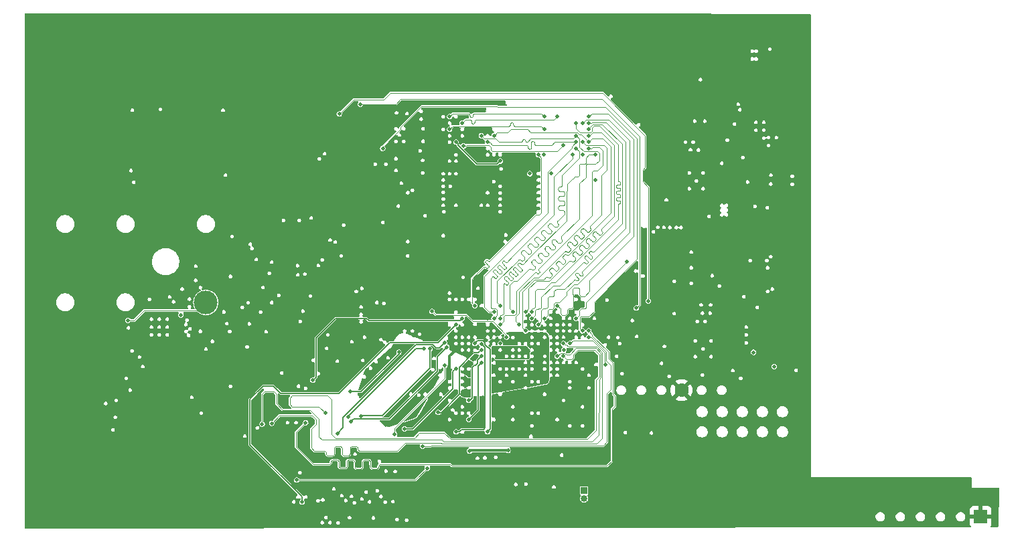
<source format=gbr>
G04 #@! TF.GenerationSoftware,KiCad,Pcbnew,8.0.6-8.0.6-0~ubuntu24.04.1*
G04 #@! TF.CreationDate,2025-03-07T13:19:27+05:30*
G04 #@! TF.ProjectId,DFTBoard,44465442-6f61-4726-942e-6b696361645f,rev?*
G04 #@! TF.SameCoordinates,Original*
G04 #@! TF.FileFunction,Copper,L7,Inr*
G04 #@! TF.FilePolarity,Positive*
%FSLAX46Y46*%
G04 Gerber Fmt 4.6, Leading zero omitted, Abs format (unit mm)*
G04 Created by KiCad (PCBNEW 8.0.6-8.0.6-0~ubuntu24.04.1) date 2025-03-07 13:19:27*
%MOMM*%
%LPD*%
G01*
G04 APERTURE LIST*
G04 #@! TA.AperFunction,ComponentPad*
%ADD10C,3.000000*%
G04 #@! TD*
G04 #@! TA.AperFunction,ComponentPad*
%ADD11C,1.778000*%
G04 #@! TD*
G04 #@! TA.AperFunction,ComponentPad*
%ADD12R,1.700000X1.700000*%
G04 #@! TD*
G04 #@! TA.AperFunction,ComponentPad*
%ADD13R,0.850000X0.850000*%
G04 #@! TD*
G04 #@! TA.AperFunction,ComponentPad*
%ADD14O,0.850000X0.850000*%
G04 #@! TD*
G04 #@! TA.AperFunction,ViaPad*
%ADD15C,0.480000*%
G04 #@! TD*
G04 #@! TA.AperFunction,Conductor*
%ADD16C,0.300000*%
G04 #@! TD*
G04 #@! TA.AperFunction,Conductor*
%ADD17C,0.102000*%
G04 #@! TD*
G04 #@! TA.AperFunction,Conductor*
%ADD18C,0.150000*%
G04 #@! TD*
G04 #@! TA.AperFunction,Conductor*
%ADD19C,0.125000*%
G04 #@! TD*
G04 #@! TA.AperFunction,Conductor*
%ADD20C,0.130000*%
G04 #@! TD*
G04 APERTURE END LIST*
D10*
X123010000Y-131020000D03*
D11*
X183144134Y-142126525D03*
D12*
X220960000Y-158140000D03*
D13*
X170820000Y-154830000D03*
D14*
X170820000Y-155830000D03*
D15*
X158624134Y-133026525D03*
X154609052Y-137008107D03*
X157024134Y-137826525D03*
X153824134Y-131426525D03*
X156224134Y-132226525D03*
X155424134Y-134626525D03*
X157807388Y-135443272D03*
X171424134Y-146626525D03*
X162624134Y-144226525D03*
X157824134Y-144226525D03*
X165024134Y-145826525D03*
X164224134Y-142626525D03*
X168224134Y-139426525D03*
X161024134Y-142626525D03*
X154624134Y-145826525D03*
X169824134Y-133826525D03*
X169024134Y-137026525D03*
X170624134Y-131426525D03*
X169824134Y-144226525D03*
X168224134Y-144226525D03*
X167424134Y-146626525D03*
X164224134Y-145826525D03*
X185610000Y-107140000D03*
X187770000Y-100290000D03*
X187770000Y-99290000D03*
X105034134Y-111190000D03*
X119444134Y-106600000D03*
X142924134Y-110626525D03*
X155424134Y-143426525D03*
X111434134Y-113460000D03*
X128424134Y-135326525D03*
X122396241Y-136310204D03*
X115374134Y-131076525D03*
X112844134Y-147126525D03*
X150060000Y-155430000D03*
X124914134Y-111190000D03*
X175624134Y-128126525D03*
X135460000Y-149750000D03*
X127404134Y-117390000D03*
X134024134Y-137426525D03*
X156624134Y-132626525D03*
X179639134Y-138726525D03*
X135130000Y-140020000D03*
X174260000Y-153490000D03*
X135724134Y-120626525D03*
X113724134Y-136226525D03*
X112524134Y-145546525D03*
X111866634Y-142116525D03*
X175624134Y-133426525D03*
X157024134Y-146626525D03*
X111474134Y-98750000D03*
X160610000Y-147890000D03*
X118634134Y-113470000D03*
X176290000Y-150660000D03*
X127539134Y-133726525D03*
X118634134Y-98740000D03*
X146139134Y-107026525D03*
X170624134Y-140226525D03*
X151570000Y-146730000D03*
X169520000Y-150550000D03*
X183990000Y-139800000D03*
X156224134Y-141026525D03*
X171899134Y-137451525D03*
X132224134Y-146226525D03*
X134024134Y-136826525D03*
X177724134Y-105726525D03*
X171860000Y-150470000D03*
X179324134Y-144726525D03*
X105044134Y-103970000D03*
X132391017Y-143737622D03*
X114624134Y-131926525D03*
X124924134Y-104030000D03*
X111969134Y-140616525D03*
X177431134Y-128426525D03*
X131640000Y-149990000D03*
X135024134Y-142126525D03*
X142324134Y-108126525D03*
X153824134Y-140226525D03*
X176024134Y-144726525D03*
X121224134Y-135726525D03*
X181424134Y-124626525D03*
X110354134Y-142229025D03*
X112639134Y-143416525D03*
X171900000Y-153670000D03*
X178299741Y-128895132D03*
X173450000Y-149970000D03*
X134500000Y-153500000D03*
X151000000Y-152000000D03*
X160221991Y-113119535D03*
X154624134Y-110726525D03*
X159424134Y-133026525D03*
X169349810Y-112319525D03*
X159424134Y-132226525D03*
X169824134Y-110726525D03*
X158598501Y-110719535D03*
X157024134Y-131426525D03*
X165024134Y-112326525D03*
X160224134Y-131426525D03*
X169824134Y-111526525D03*
X163424134Y-134626525D03*
X171424134Y-110726525D03*
X159424134Y-109919535D03*
X169824134Y-109926525D03*
X157824134Y-109926525D03*
X161829467Y-132233515D03*
X164224134Y-132226525D03*
X169824134Y-108326525D03*
X155550880Y-111213037D03*
X168224134Y-111126525D03*
X165824134Y-109126525D03*
X153824134Y-109126525D03*
X164224134Y-133026525D03*
X171424134Y-109126525D03*
X163424134Y-132226525D03*
X171424134Y-109926525D03*
X165824134Y-107526525D03*
X153824134Y-107526525D03*
X167424134Y-107526525D03*
X155424134Y-108326525D03*
X165824134Y-133026525D03*
X170624134Y-108326525D03*
X165024134Y-133826525D03*
X171424134Y-108326525D03*
X160224134Y-133026525D03*
X172224134Y-112326525D03*
X166630000Y-114700000D03*
X170624134Y-112326525D03*
X172224134Y-115526525D03*
X163940000Y-114730000D03*
X165735664Y-112326526D03*
X171424134Y-135426525D03*
X150424134Y-149226525D03*
X167424134Y-137826525D03*
X130124134Y-146426525D03*
X168224134Y-136226525D03*
X131324134Y-146326525D03*
X171424134Y-134626525D03*
X135624134Y-146233525D03*
X138124134Y-145026525D03*
X168224134Y-137826525D03*
X167424134Y-131426525D03*
X171424134Y-107526525D03*
X160224134Y-133826525D03*
X171424134Y-111526525D03*
X170624134Y-110726525D03*
X162624134Y-133826525D03*
X119860000Y-132600000D03*
X160224134Y-136226525D03*
X165024134Y-138626525D03*
X163424134Y-135426525D03*
X164224134Y-140226525D03*
X163424134Y-141026525D03*
X161824134Y-140226525D03*
X160224134Y-140226525D03*
X165824134Y-136226525D03*
X165024134Y-140226525D03*
X155440000Y-142630000D03*
X156224134Y-140251525D03*
X149224134Y-145326525D03*
X144024134Y-140326525D03*
X142524134Y-142726525D03*
X161024134Y-141026525D03*
X159424134Y-141026525D03*
X145724134Y-146526525D03*
X148429079Y-142959079D03*
X161030000Y-136210000D03*
X161204903Y-149750526D03*
X165824134Y-137026525D03*
X156336256Y-149826256D03*
X165024134Y-139426525D03*
X165024134Y-137026525D03*
X146624134Y-144764025D03*
X165024134Y-135426525D03*
X169824134Y-133026525D03*
X176224134Y-125826525D03*
X142534134Y-105946525D03*
X177424134Y-131726525D03*
X113160000Y-133280000D03*
X169024134Y-136226525D03*
X173525166Y-138869525D03*
X178936265Y-130820196D03*
X139874134Y-107176525D03*
X170607387Y-134626526D03*
X145371134Y-111526525D03*
X163424134Y-137026525D03*
X161024134Y-137026525D03*
X160224134Y-137826525D03*
X159424134Y-137026525D03*
X168258393Y-137026525D03*
X161030000Y-135420000D03*
X151610000Y-132150000D03*
X156220000Y-143400000D03*
X157824134Y-137816525D03*
X148120000Y-147020000D03*
X154624134Y-139392263D03*
X151320000Y-136910000D03*
X142630000Y-145383000D03*
X153194134Y-139016525D03*
X146870000Y-147680000D03*
X157878001Y-136294899D03*
X154624134Y-147392266D03*
X153480000Y-136663000D03*
X141358707Y-146078707D03*
X141260000Y-142310000D03*
X147410000Y-137330000D03*
X150610000Y-136900000D03*
X141002793Y-145492793D03*
X152380000Y-144930000D03*
X157824134Y-137026525D03*
X157834134Y-138626525D03*
X156250000Y-145830000D03*
X135165000Y-156295000D03*
X154624134Y-133836525D03*
X157024134Y-136226525D03*
X158624133Y-147392265D03*
X136550000Y-140860000D03*
X155434134Y-133026525D03*
X153170000Y-136130000D03*
X139622793Y-147612793D03*
X194840000Y-139130000D03*
X192260000Y-137340000D03*
D16*
X153824134Y-137793025D02*
X154609052Y-137008107D01*
X153824134Y-140226525D02*
X153824134Y-137793025D01*
D17*
X151000000Y-152000000D02*
X149500000Y-153500000D01*
X149500000Y-153500000D02*
X134500000Y-153500000D01*
D18*
X159194758Y-113516514D02*
X159214780Y-113536536D01*
X159214780Y-113536536D02*
X159804990Y-113536536D01*
X154624134Y-110726525D02*
X154864133Y-110966524D01*
X154864133Y-110966524D02*
X154864133Y-111143452D01*
X157237195Y-113516514D02*
X159194758Y-113516514D01*
X159804990Y-113536536D02*
X160221991Y-113119535D01*
X154864133Y-111143452D02*
X157237195Y-113516514D01*
D17*
X159832600Y-127825249D02*
X159813053Y-127849760D01*
X160920696Y-125926034D02*
X160896185Y-125906487D01*
X160095895Y-127368930D02*
X159631730Y-126904764D01*
X160378737Y-127086087D02*
X160398284Y-127110597D01*
X159308762Y-127072936D02*
X159308762Y-127104286D01*
X167024134Y-115126525D02*
X167024134Y-119976525D01*
X160418862Y-127169407D02*
X160418862Y-127200757D01*
X160776248Y-126843372D02*
X160744898Y-126843372D01*
X159874445Y-126538603D02*
X159881421Y-126569167D01*
X159674134Y-131826525D02*
X159824134Y-131976525D01*
X159315738Y-127134850D02*
X159329341Y-127163094D01*
X160460706Y-125882760D02*
X160447104Y-125911006D01*
X159554722Y-127954160D02*
X159530211Y-127934613D01*
X160738587Y-125753850D02*
X160710341Y-125740248D01*
X160679777Y-125733272D02*
X160648427Y-125733272D01*
X160210565Y-127409055D02*
X160179215Y-127409055D01*
X159308762Y-127104286D02*
X159315738Y-127134850D01*
X159486497Y-126871614D02*
X159458251Y-126885217D01*
X160977569Y-126665638D02*
X160963967Y-126693883D01*
X159582967Y-127967762D02*
X159554722Y-127954160D01*
X160120406Y-127388477D02*
X160095895Y-127368930D01*
X159846202Y-127704526D02*
X159853178Y-127735090D01*
X160648427Y-125733272D02*
X160617863Y-125740248D01*
X160052180Y-126305931D02*
X160023934Y-126319534D01*
X159914571Y-126621922D02*
X160378737Y-127086087D01*
X159223644Y-127781978D02*
X159199134Y-127801525D01*
X160398284Y-127110597D02*
X160411886Y-127138843D01*
X159458251Y-126885217D02*
X159433740Y-126904764D01*
X160944420Y-126718394D02*
X160859568Y-126803247D01*
X160686089Y-126822794D02*
X160661578Y-126803247D01*
X159914571Y-126423932D02*
X159895023Y-126448443D01*
X160979506Y-125946611D02*
X160948942Y-125939635D01*
X159895024Y-126597411D02*
X159914571Y-126621922D01*
X159344368Y-127768376D02*
X159313803Y-127761400D01*
X159607221Y-126885216D02*
X159578975Y-126871614D01*
X160710341Y-125740248D02*
X160679777Y-125733272D01*
X160398284Y-127259566D02*
X160378737Y-127284077D01*
X160172904Y-126319533D02*
X160144658Y-126305931D01*
X159433740Y-126904764D02*
X159348888Y-126989615D01*
X159703691Y-127954160D02*
X159675445Y-127967762D01*
X159874445Y-126507253D02*
X159874445Y-126538603D01*
X160241129Y-127402079D02*
X160210565Y-127409055D01*
X161781685Y-125218974D02*
X161094175Y-125906487D01*
X159846202Y-127797004D02*
X159832600Y-127825249D01*
X160589617Y-125753851D02*
X160565106Y-125773398D01*
X159644881Y-127974738D02*
X159613531Y-127974738D01*
X159397123Y-127801525D02*
X159372613Y-127781978D01*
X159613531Y-127974738D02*
X159582967Y-127967762D01*
X160714334Y-126836396D02*
X160686089Y-126822794D01*
X159578975Y-126871614D02*
X159548411Y-126864638D01*
X159329340Y-127014126D02*
X159315738Y-127042372D01*
X159853178Y-127766440D02*
X159846202Y-127797004D01*
X160480254Y-126056239D02*
X160944420Y-126520404D01*
X159813053Y-127651770D02*
X159832600Y-127676280D01*
X159199134Y-127801525D02*
X159024134Y-127976525D01*
X159024134Y-127976525D02*
X159024134Y-131676525D01*
X169349810Y-112800849D02*
X167024134Y-115126525D01*
X160447104Y-125911006D02*
X160440128Y-125941570D01*
X160447104Y-126003484D02*
X160460707Y-126031728D01*
X159813053Y-127849760D02*
X159728201Y-127934613D01*
X160806812Y-126836396D02*
X160776248Y-126843372D01*
X159024134Y-131676525D02*
X159174134Y-131826525D01*
X159728201Y-127934613D02*
X159703691Y-127954160D01*
X169349810Y-112319525D02*
X169349810Y-112800849D01*
X160744898Y-126843372D02*
X160714334Y-126836396D01*
X159895023Y-126448443D02*
X159881421Y-126476689D01*
X160835058Y-126822794D02*
X160806812Y-126836396D01*
X159853178Y-127735090D02*
X159853178Y-127766440D01*
X161094175Y-125906487D02*
X161069666Y-125926033D01*
X159881421Y-126476689D02*
X159874445Y-126507253D01*
X167024134Y-119976525D02*
X161781685Y-125218974D01*
X160269375Y-127388477D02*
X160241129Y-127402079D01*
X161069666Y-125926033D02*
X161041420Y-125939635D01*
X160082744Y-126298955D02*
X160052180Y-126305931D01*
X159251889Y-127768376D02*
X159223644Y-127781978D01*
X159348888Y-126989615D02*
X159329340Y-127014126D01*
X159824134Y-131976525D02*
X159824134Y-132626525D01*
X160114094Y-126298955D02*
X160082744Y-126298955D01*
X160293885Y-127368930D02*
X160269375Y-127388477D01*
X160661578Y-126803247D02*
X160197413Y-126339081D01*
X159999423Y-126339081D02*
X159914571Y-126423932D01*
X159282453Y-127761400D02*
X159251889Y-127768376D01*
X159517061Y-126864638D02*
X159486497Y-126871614D01*
X159832600Y-127676280D02*
X159846202Y-127704526D01*
X160896185Y-125906487D02*
X160763096Y-125773398D01*
X160440128Y-125941570D02*
X160440128Y-125972920D01*
X160144658Y-126305931D02*
X160114094Y-126298955D01*
X159348888Y-127187605D02*
X159813053Y-127651770D01*
X159313803Y-127761400D02*
X159282453Y-127761400D01*
X159824134Y-132626525D02*
X159424134Y-133026525D01*
X160617863Y-125740248D02*
X160589617Y-125753851D01*
X160948942Y-125939635D02*
X160920696Y-125926034D01*
X159174134Y-131826525D02*
X159674134Y-131826525D01*
X160023934Y-126319534D02*
X159999423Y-126339081D01*
X159548411Y-126864638D02*
X159517061Y-126864638D01*
X159329341Y-127163094D02*
X159348888Y-127187605D01*
X160565106Y-125773398D02*
X160480254Y-125858249D01*
X160963967Y-126544914D02*
X160977569Y-126573160D01*
X159675445Y-127967762D02*
X159644881Y-127974738D01*
X160148651Y-127402079D02*
X160120406Y-127388477D01*
X161041420Y-125939635D02*
X161010856Y-125946611D01*
X160763096Y-125773398D02*
X160738587Y-125753850D01*
X160440128Y-125972920D02*
X160447104Y-126003484D01*
X160418862Y-127200757D02*
X160411886Y-127231321D01*
X160984545Y-126635074D02*
X160977569Y-126665638D01*
X159372613Y-127781978D02*
X159344368Y-127768376D01*
X159631730Y-126904764D02*
X159607221Y-126885216D01*
X160378737Y-127284077D02*
X160293885Y-127368930D01*
X160963967Y-126693883D02*
X160944420Y-126718394D01*
X160411886Y-127138843D02*
X160418862Y-127169407D01*
X160197413Y-126339081D02*
X160172904Y-126319533D01*
X159315738Y-127042372D02*
X159308762Y-127072936D01*
X159881421Y-126569167D02*
X159895024Y-126597411D01*
X160944420Y-126520404D02*
X160963967Y-126544914D01*
X160859568Y-126803247D02*
X160835058Y-126822794D01*
X160179215Y-127409055D02*
X160148651Y-127402079D01*
X160460707Y-126031728D02*
X160480254Y-126056239D01*
X160411886Y-127231321D02*
X160398284Y-127259566D01*
X159530211Y-127934613D02*
X159397123Y-127801525D01*
X160480254Y-125858249D02*
X160460706Y-125882760D01*
X160977569Y-126573160D02*
X160984545Y-126603724D01*
X161010856Y-125946611D02*
X160979506Y-125946611D01*
X160984545Y-126603724D02*
X160984545Y-126635074D01*
X159242486Y-111107209D02*
X158924134Y-110788857D01*
X164124134Y-110836745D02*
X164124134Y-111416305D01*
X164080500Y-111541003D02*
X164048831Y-111572672D01*
X166724134Y-111126525D02*
X164724134Y-111126525D01*
X164143940Y-110749968D02*
X164129148Y-110792240D01*
X164010910Y-111596499D02*
X163968638Y-111611291D01*
X169824134Y-110726525D02*
X167124134Y-110726525D01*
X163648831Y-111170159D02*
X163610910Y-111146332D01*
X164599436Y-111082891D02*
X164567767Y-111051222D01*
X164104327Y-111503082D02*
X164080500Y-111541003D01*
X164448831Y-110680378D02*
X164410910Y-110656551D01*
X163799436Y-111572672D02*
X163767767Y-111541003D01*
X164048831Y-111572672D02*
X164010910Y-111596499D01*
X159424134Y-132226525D02*
X158824134Y-132226525D01*
X163568638Y-111131540D02*
X163524134Y-111126525D01*
X163724134Y-111326525D02*
X163719119Y-111282021D01*
X164724134Y-111126525D02*
X164679629Y-111121510D01*
X164119119Y-111460810D02*
X164104327Y-111503082D01*
X163729148Y-111460810D02*
X163724134Y-111416305D01*
X164167767Y-110712047D02*
X164143940Y-110749968D01*
X164543940Y-111013301D02*
X164529148Y-110971029D01*
X166224134Y-114544883D02*
X169274134Y-111494883D01*
X164519119Y-110792240D02*
X164504327Y-110749968D01*
X164124134Y-111416305D02*
X164119119Y-111460810D01*
X163704327Y-111239749D02*
X163680500Y-111201828D01*
X163767767Y-111541003D02*
X163743940Y-111503082D01*
X163924134Y-111616305D02*
X163879629Y-111611291D01*
X164237357Y-110656551D02*
X164199436Y-110680378D01*
X164524134Y-110836745D02*
X164519119Y-110792240D01*
X159554818Y-111107209D02*
X159242486Y-111107209D01*
X164199436Y-110680378D02*
X164167767Y-110712047D01*
X169274134Y-111276525D02*
X169824134Y-110726525D01*
X164524134Y-110926525D02*
X164524134Y-110836745D01*
X164504327Y-110749968D02*
X164480500Y-110712047D01*
X164567767Y-111051222D02*
X164543940Y-111013301D01*
X164129148Y-110792240D02*
X164124134Y-110836745D01*
X163610910Y-111146332D02*
X163568638Y-111131540D01*
X164368638Y-110641759D02*
X164324134Y-110636745D01*
X166224134Y-119701525D02*
X166224134Y-114544883D01*
X163724134Y-111416305D02*
X163724134Y-111326525D01*
X158824134Y-132226525D02*
X158224134Y-131626525D01*
X163837357Y-111596499D02*
X163799436Y-111572672D01*
X164480500Y-110712047D02*
X164448831Y-110680378D01*
X164324134Y-110636745D02*
X164279629Y-110641759D01*
X164679629Y-111121510D02*
X164637357Y-111106718D01*
X163743940Y-111503082D02*
X163729148Y-111460810D01*
X163524134Y-111126525D02*
X159574134Y-111126525D01*
X164637357Y-111106718D02*
X164599436Y-111082891D01*
X158224134Y-127701525D02*
X166224134Y-119701525D01*
X167124134Y-110726525D02*
X166724134Y-111126525D01*
X163968638Y-111611291D02*
X163924134Y-111616305D01*
X158667823Y-110788857D02*
X158598501Y-110719535D01*
X164529148Y-110971029D02*
X164524134Y-110926525D01*
X163879629Y-111611291D02*
X163837357Y-111596499D01*
X158224134Y-131626525D02*
X158224134Y-127701525D01*
X158924134Y-110788857D02*
X158667823Y-110788857D01*
X164279629Y-110641759D02*
X164237357Y-110656551D01*
X169274134Y-111494883D02*
X169274134Y-111276525D01*
X163680500Y-111201828D02*
X163648831Y-111170159D01*
X163719119Y-111282021D02*
X163704327Y-111239749D01*
X164410910Y-110656551D02*
X164368638Y-110641759D01*
X159574134Y-111126525D02*
X159554818Y-111107209D01*
X158457825Y-126657263D02*
X158486070Y-126670865D01*
X158486070Y-126670865D02*
X158516634Y-126677841D01*
X158173644Y-126531978D02*
X158201889Y-126518376D01*
X158322613Y-126531978D02*
X158347123Y-126551525D01*
X158735703Y-126528353D02*
X158749305Y-126500108D01*
X158631304Y-126637717D02*
X158716156Y-126552864D01*
X158312636Y-125839267D02*
X158326237Y-125811023D01*
X158756281Y-126469544D02*
X158756281Y-126438194D01*
X157336634Y-127339025D02*
X157361634Y-127339025D01*
X158312635Y-125931747D02*
X158305659Y-125901183D01*
X158149134Y-126551525D02*
X158173644Y-126531978D01*
X158305659Y-125869833D02*
X158312636Y-125839267D01*
X158716156Y-126354874D02*
X158345784Y-125984501D01*
X158547985Y-126677841D02*
X158578549Y-126670865D01*
X165424134Y-119701525D02*
X165424134Y-112726525D01*
X165424134Y-112726525D02*
X165024134Y-112326525D01*
X158345783Y-125786513D02*
X158430637Y-125701660D01*
X158798138Y-125827978D02*
X158829490Y-125827977D01*
X157361634Y-127339025D02*
X158149134Y-126551525D01*
X158912808Y-125787854D02*
X164724134Y-119976525D01*
X158326237Y-125811023D02*
X158345783Y-125786513D01*
X157024134Y-131426525D02*
X156624134Y-131026525D01*
X158739330Y-125807399D02*
X158767574Y-125821002D01*
X158604116Y-125682114D02*
X158628627Y-125701660D01*
X158735703Y-126379384D02*
X158716156Y-126354874D01*
X158516634Y-126677841D02*
X158547985Y-126677841D01*
X158483392Y-125668512D02*
X158513956Y-125661536D01*
X158433315Y-126637717D02*
X158457825Y-126657263D01*
X158749305Y-126500108D02*
X158756281Y-126469544D01*
X158263803Y-126511400D02*
X158294368Y-126518376D01*
X158347123Y-126551525D02*
X158433315Y-126637717D01*
X158345784Y-125984501D02*
X158326238Y-125959991D01*
X158294368Y-126518376D02*
X158322613Y-126531978D01*
X158201889Y-126518376D02*
X158232453Y-126511400D01*
X158326238Y-125959991D02*
X158312635Y-125931747D01*
X158714820Y-125787853D02*
X158739330Y-125807399D01*
X158860054Y-125821001D02*
X158888298Y-125807400D01*
X158628627Y-125701660D02*
X158714820Y-125787853D01*
X158430637Y-125701660D02*
X158455148Y-125682113D01*
X158578549Y-126670865D02*
X158606794Y-126657263D01*
X158888298Y-125807400D02*
X158912808Y-125787854D01*
X158455148Y-125682113D02*
X158483392Y-125668512D01*
X156631133Y-128044526D02*
X157336634Y-127339025D01*
X164724134Y-119976525D02*
X165149134Y-119976525D01*
X158575870Y-125668512D02*
X158604116Y-125682114D01*
X158232453Y-126511400D02*
X158263803Y-126511400D01*
X158545306Y-125661536D02*
X158575870Y-125668512D01*
X158829490Y-125827977D02*
X158860054Y-125821001D01*
X158305659Y-125901183D02*
X158305659Y-125869833D01*
X158767574Y-125821002D02*
X158798138Y-125827978D01*
X158513956Y-125661536D02*
X158545306Y-125661536D01*
X158756281Y-126438194D02*
X158749305Y-126407630D01*
X156624134Y-131026525D02*
X156631133Y-131019526D01*
X158716156Y-126552864D02*
X158735703Y-126528353D01*
X165149134Y-119976525D02*
X165424134Y-119701525D01*
X158749305Y-126407630D02*
X158735703Y-126379384D01*
X158606794Y-126657263D02*
X158631304Y-126637717D01*
X156631133Y-131019526D02*
X156631133Y-128044526D01*
X163240864Y-125594728D02*
X163159068Y-125676525D01*
X165531318Y-121934408D02*
X165449522Y-122016203D01*
X165782534Y-121877069D02*
X165729665Y-121865003D01*
X167788314Y-118170184D02*
X168172636Y-118170184D01*
X165367724Y-123125401D02*
X165025259Y-122782935D01*
X164717544Y-124043333D02*
X164663317Y-124043333D01*
X167263125Y-121497752D02*
X167208898Y-121497752D01*
X164770412Y-124031266D02*
X164717544Y-124043333D01*
X166471099Y-121028542D02*
X166422241Y-121052071D01*
X167431703Y-120752867D02*
X167419637Y-120805734D01*
X165000799Y-123640916D02*
X165012866Y-123693784D01*
X167683245Y-118794165D02*
X167637330Y-118823015D01*
X166674325Y-122152681D02*
X166640515Y-122195077D01*
X167489042Y-121346550D02*
X167407246Y-121428347D01*
X167734429Y-116376255D02*
X167683245Y-116394165D01*
X168006494Y-116233092D02*
X167977644Y-116279007D01*
X167315993Y-121485685D02*
X167263125Y-121497752D01*
X162474134Y-125676525D02*
X159824134Y-128326525D01*
X165449522Y-122016203D02*
X165415711Y-122058601D01*
X167598985Y-117661360D02*
X167570135Y-117707275D01*
X167598985Y-116879007D02*
X167637330Y-116917352D01*
X168283781Y-117023709D02*
X168300718Y-117050663D01*
X168314797Y-119835860D02*
X167489042Y-120661614D01*
X164977271Y-123849735D02*
X164943461Y-123892131D01*
X168311232Y-119488550D02*
X168314797Y-119520184D01*
X163925518Y-123574123D02*
X163876660Y-123597652D01*
X167637330Y-118823015D02*
X167598985Y-118861360D01*
X167208898Y-121497752D02*
X167156031Y-121485685D01*
X168311232Y-118280711D02*
X168314797Y-118312345D01*
X166467466Y-122334212D02*
X166414598Y-122346279D01*
X162858997Y-125710334D02*
X162774205Y-125642715D01*
X165511844Y-123194806D02*
X165458977Y-123182739D01*
X164725187Y-122749125D02*
X164682791Y-122782935D01*
X167552225Y-118958459D02*
X167546153Y-119012345D01*
X168283781Y-117516658D02*
X168261271Y-117539168D01*
X165415712Y-122316275D02*
X165449522Y-122358671D01*
X164013138Y-124822455D02*
X163970741Y-124856265D01*
X167431703Y-120912829D02*
X167455232Y-120961685D01*
X164819268Y-124007738D02*
X164770412Y-124031266D01*
X165012866Y-123748011D02*
X165000799Y-123800878D01*
X165622572Y-121877069D02*
X165573714Y-121900598D01*
X168261271Y-118201199D02*
X168283781Y-118223709D01*
X168204269Y-118766619D02*
X168172636Y-118770184D01*
X166307504Y-122334212D02*
X166258647Y-122310684D01*
X167455232Y-120704010D02*
X167431703Y-120752867D01*
X165415711Y-122058601D02*
X165392183Y-122107457D01*
X166523966Y-121016475D02*
X166471099Y-121028542D01*
X167552225Y-119181908D02*
X167570135Y-119233092D01*
X166640515Y-122195077D02*
X166558719Y-122276874D01*
X164861665Y-123973928D02*
X164819268Y-124007738D01*
X163978385Y-123562056D02*
X163925518Y-123574123D01*
X168172636Y-119378023D02*
X168204269Y-119381587D01*
X163014948Y-125745929D02*
X162960721Y-125745929D01*
X168030475Y-119378023D02*
X168172636Y-119378023D01*
X166697853Y-122103824D02*
X166674325Y-122152681D01*
X167683245Y-117594165D02*
X167637330Y-117623015D01*
X164094934Y-124740658D02*
X164013138Y-124822455D01*
X165392183Y-122267419D02*
X165415712Y-122316275D01*
X168314797Y-118312345D02*
X168314797Y-118628023D01*
X163683062Y-123911606D02*
X163695129Y-123964473D01*
X162516530Y-125642715D02*
X162474134Y-125676525D01*
X166240710Y-121418892D02*
X166264239Y-121467748D01*
X167522852Y-121046479D02*
X167546380Y-121095335D01*
X163876660Y-123597652D02*
X163834264Y-123631462D01*
X164128744Y-124698262D02*
X164094934Y-124740658D01*
X167734429Y-116964112D02*
X167788314Y-116970184D01*
X164774045Y-122725596D02*
X164725187Y-122749125D01*
X168204269Y-118173748D02*
X168234317Y-118184262D01*
X164543656Y-122955984D02*
X164531590Y-123008851D01*
X168030475Y-114920184D02*
X168030475Y-116128023D01*
X164977271Y-123592060D02*
X165000799Y-123640916D01*
X164032611Y-123562057D02*
X163978385Y-123562056D01*
X165825798Y-122743533D02*
X165849326Y-122792389D01*
X164531590Y-123008851D02*
X164531589Y-123063079D01*
X163970741Y-124856265D02*
X163921885Y-124879793D01*
X167893384Y-116346202D02*
X167842200Y-116364112D01*
X166709920Y-121996730D02*
X166709920Y-122050957D01*
X165566071Y-123194806D02*
X165511844Y-123194806D01*
X170224134Y-111926525D02*
X170224134Y-112726525D01*
X168314797Y-118628023D02*
X168311232Y-118659656D01*
X162565386Y-125619186D02*
X162516530Y-125642715D01*
X167570135Y-116833092D02*
X167598985Y-116879007D01*
X163310269Y-125450608D02*
X163298202Y-125503475D01*
X168204269Y-117566619D02*
X168172636Y-117570184D01*
X167637330Y-118117352D02*
X167683245Y-118146202D01*
X164982863Y-122749124D02*
X164934007Y-122725596D01*
X165710192Y-123125401D02*
X165667795Y-123159211D01*
X166709920Y-122050957D02*
X166697853Y-122103824D01*
X167788314Y-118770184D02*
X167734429Y-118776255D01*
X167683245Y-118146202D02*
X167734429Y-118164112D01*
X167156031Y-121485685D02*
X167107174Y-121462157D01*
X167570135Y-116507275D02*
X167552225Y-116558459D01*
X164610450Y-124031266D02*
X164561593Y-124007738D01*
X167598985Y-118861360D02*
X167570135Y-118907275D01*
X167570135Y-117707275D02*
X167552225Y-117758459D01*
X163076991Y-124422650D02*
X163028133Y-124446179D01*
X167364849Y-121462157D02*
X167315993Y-121485685D01*
X168234317Y-117556105D02*
X168204269Y-117566619D01*
X168311232Y-118659656D02*
X168300718Y-118689704D01*
X163328205Y-124479989D02*
X163285809Y-124446178D01*
X168204269Y-116973748D02*
X168234317Y-116984262D01*
X167552225Y-117758459D02*
X167546153Y-117812345D01*
X168234317Y-119392101D02*
X168261271Y-119409038D01*
X164600995Y-123207198D02*
X164943461Y-123549663D01*
X164152272Y-124489443D02*
X164164339Y-124542311D01*
X166578192Y-121016476D02*
X166523966Y-121016475D01*
X168172636Y-118170184D02*
X168204269Y-118173748D01*
X166422241Y-121052071D02*
X166379845Y-121085881D01*
X168234317Y-118184262D02*
X168261271Y-118201199D01*
X167064778Y-121428347D02*
X166722313Y-121085881D01*
X159824134Y-128326525D02*
X159824134Y-131026525D01*
X167570135Y-118033092D02*
X167598985Y-118079007D01*
X167683245Y-116946202D02*
X167734429Y-116964112D01*
X164164339Y-124542311D02*
X164164339Y-124596538D01*
X165392183Y-122107457D02*
X165380117Y-122160324D01*
X163116672Y-125710334D02*
X163067815Y-125733863D01*
X165791988Y-122701136D02*
X165825798Y-122743533D01*
X164561593Y-124007738D02*
X164519197Y-123973928D01*
X163310269Y-125396381D02*
X163310269Y-125450608D01*
X164085480Y-123574123D02*
X164032611Y-123562057D01*
X165729665Y-121865003D02*
X165675439Y-121865002D01*
X162834536Y-124705905D02*
X162834535Y-124760133D01*
X167977644Y-116279007D02*
X167939299Y-116317352D01*
X163298202Y-125343513D02*
X163310269Y-125396381D01*
X163921885Y-124879793D02*
X163869017Y-124891860D01*
X166258647Y-122310684D02*
X166216251Y-122276874D01*
X168030475Y-116128023D02*
X168024404Y-116181908D01*
X164531589Y-123063079D02*
X164543656Y-123115946D01*
X169824134Y-111526525D02*
X170224134Y-111926525D01*
X164519197Y-123973928D02*
X164176732Y-123631462D01*
X168261271Y-117539168D02*
X168234317Y-117556105D01*
X167637330Y-119317352D02*
X167683245Y-119346202D01*
X168314797Y-119520184D02*
X168314797Y-119835860D01*
X163240864Y-125252260D02*
X163274674Y-125294657D01*
X167558447Y-121148203D02*
X167558447Y-121202430D01*
X168283781Y-118223709D02*
X168300718Y-118250663D01*
X167107174Y-121462157D02*
X167064778Y-121428347D01*
X167407246Y-121428347D02*
X167364849Y-121462157D01*
X163718657Y-123755655D02*
X163695129Y-123804511D01*
X166360371Y-122346279D02*
X166307504Y-122334212D01*
X167546153Y-117812345D02*
X167546153Y-117928023D01*
X167552225Y-116781908D02*
X167570135Y-116833092D01*
X167455232Y-120961685D02*
X167522852Y-121046479D01*
X166640515Y-121852609D02*
X166674325Y-121895006D01*
X166228643Y-121366025D02*
X166240710Y-121418892D01*
X168172636Y-116970184D02*
X168204269Y-116973748D01*
X167842200Y-116364112D02*
X167734429Y-116376255D01*
X165849326Y-122952351D02*
X165825798Y-123001208D01*
X168311232Y-117459656D02*
X168300718Y-117489704D01*
X167546380Y-121255297D02*
X167522852Y-121304154D01*
X166558719Y-122276874D02*
X166516322Y-122310684D01*
X167558447Y-121202430D02*
X167546380Y-121255297D01*
X164152272Y-124649405D02*
X164128744Y-124698262D01*
X166674325Y-121895006D02*
X166697853Y-121943862D01*
X164567185Y-123164802D02*
X164600995Y-123207198D01*
X167734429Y-118776255D02*
X167683245Y-118794165D01*
X167570135Y-119233092D02*
X167598985Y-119279007D01*
X168300718Y-118250663D02*
X168311232Y-118280711D01*
X168283781Y-118716658D02*
X168261271Y-118739168D01*
X165831390Y-121900597D02*
X165782534Y-121877069D01*
X163814790Y-124891860D02*
X163761923Y-124879793D01*
X166264238Y-121210074D02*
X166240710Y-121258930D01*
X167546153Y-119012345D02*
X167546153Y-119128023D01*
X166228644Y-121311797D02*
X166228643Y-121366025D01*
X162985737Y-124479989D02*
X162903941Y-124561784D01*
X162846602Y-124813000D02*
X162870131Y-124861856D01*
X167489042Y-120661614D02*
X167455232Y-120704010D01*
X167546153Y-116728023D02*
X167552225Y-116781908D01*
X167598985Y-116461360D02*
X167570135Y-116507275D01*
X165861393Y-122899484D02*
X165849326Y-122952351D01*
X165791988Y-123043604D02*
X165710192Y-123125401D01*
X162846602Y-124653038D02*
X162834536Y-124705905D01*
X165573714Y-121900598D02*
X165531318Y-121934408D01*
X168314797Y-117112345D02*
X168314797Y-117428023D01*
X166516322Y-122310684D02*
X166467466Y-122334212D01*
X167683245Y-116394165D02*
X167637330Y-116423015D01*
X165025259Y-122782935D02*
X164982863Y-122749124D01*
X170224134Y-112726525D02*
X168030475Y-114920184D01*
X165380116Y-122214552D02*
X165392183Y-122267419D01*
X162870130Y-124604182D02*
X162846602Y-124653038D01*
X162907853Y-125733863D02*
X162858997Y-125710334D01*
X168283781Y-119431548D02*
X168300718Y-119458502D01*
X166414598Y-122346279D02*
X166360371Y-122346279D01*
X164682791Y-122782935D02*
X164600995Y-122864730D01*
X162672481Y-125607120D02*
X162618254Y-125607120D01*
X167419637Y-120805734D02*
X167419637Y-120859961D01*
X168300718Y-117489704D02*
X168283781Y-117516658D01*
X166631061Y-121028542D02*
X166578192Y-121016476D01*
X165380117Y-122160324D02*
X165380116Y-122214552D01*
X166216251Y-122276874D02*
X165873786Y-121934408D01*
X163028133Y-124446179D02*
X162985737Y-124479989D01*
X166240710Y-121258930D02*
X166228644Y-121311797D01*
X168172636Y-118770184D02*
X167788314Y-118770184D01*
X168261271Y-117001199D02*
X168283781Y-117023709D01*
X165675439Y-121865002D02*
X165622572Y-121877069D01*
X168261271Y-118739168D02*
X168234317Y-118756105D01*
X166679917Y-121052070D02*
X166631061Y-121028542D01*
X163274674Y-125294657D02*
X163298202Y-125343513D01*
X165849326Y-122792389D02*
X165861393Y-122845257D01*
X164663317Y-124043333D02*
X164610450Y-124031266D01*
X167552225Y-117981908D02*
X167570135Y-118033092D01*
X167788314Y-119370184D02*
X168030475Y-119370184D01*
X168024404Y-116181908D02*
X168006494Y-116233092D01*
X164128744Y-124440587D02*
X164152272Y-124489443D01*
X165000799Y-123800878D02*
X164977271Y-123849735D01*
X167570135Y-118907275D02*
X167552225Y-118958459D01*
X167788314Y-117570184D02*
X167734429Y-117576255D01*
X164543656Y-123115946D02*
X164567185Y-123164802D01*
X167683245Y-119346202D02*
X167734429Y-119364112D01*
X168311232Y-117080711D02*
X168314797Y-117112345D01*
X167637330Y-116917352D02*
X167683245Y-116946202D01*
X165873786Y-121934408D02*
X165831390Y-121900597D01*
X168030475Y-119370184D02*
X168030475Y-119378023D01*
X163752468Y-123713257D02*
X163718657Y-123755655D01*
X166298049Y-121510144D02*
X166640515Y-121852609D01*
X162870131Y-124861856D02*
X162903941Y-124904252D01*
X164164339Y-124596538D02*
X164152272Y-124649405D01*
X166298049Y-121167676D02*
X166264238Y-121210074D01*
X162903941Y-124561784D02*
X162870130Y-124604182D01*
X168234317Y-116984262D02*
X168261271Y-117001199D01*
X167939299Y-116317352D02*
X167893384Y-116346202D01*
X164176732Y-123631462D02*
X164134336Y-123597651D01*
X165618939Y-123182739D02*
X165566071Y-123194806D01*
X163713066Y-124856265D02*
X163670670Y-124822455D01*
X163683063Y-123857378D02*
X163683062Y-123911606D01*
X165458977Y-123182739D02*
X165410120Y-123159211D01*
X166697853Y-121943862D02*
X166709920Y-121996730D01*
X164881138Y-122713530D02*
X164826912Y-122713529D01*
X168172636Y-117570184D02*
X167788314Y-117570184D01*
X163670670Y-124822455D02*
X163328205Y-124479989D01*
X164826912Y-122713529D02*
X164774045Y-122725596D01*
X165012866Y-123693784D02*
X165012866Y-123748011D01*
X168234317Y-118756105D02*
X168204269Y-118766619D01*
X162903941Y-124904252D02*
X163075174Y-125075485D01*
X167637330Y-117623015D02*
X167598985Y-117661360D01*
X165667795Y-123159211D02*
X165618939Y-123182739D01*
X163069630Y-125081026D02*
X163240864Y-125252260D01*
X163075174Y-125075485D02*
X163069630Y-125081026D01*
X163761923Y-124879793D02*
X163713066Y-124856265D01*
X163285809Y-124446178D02*
X163236953Y-124422650D01*
X168300718Y-117050663D02*
X168311232Y-117080711D01*
X167522852Y-121304154D02*
X167489042Y-121346550D01*
X163067815Y-125733863D02*
X163014948Y-125745929D01*
X167546153Y-119128023D02*
X167552225Y-119181908D01*
X163274674Y-125552332D02*
X163240864Y-125594728D01*
X163184084Y-124410584D02*
X163129858Y-124410583D01*
X162960721Y-125745929D02*
X162907853Y-125733863D01*
X166722313Y-121085881D02*
X166679917Y-121052070D01*
X168300718Y-118689704D02*
X168283781Y-118716658D01*
X167637330Y-116423015D02*
X167598985Y-116461360D01*
X162618254Y-125607120D02*
X162565386Y-125619186D01*
X159824134Y-131026525D02*
X160224134Y-131426525D01*
X167734429Y-119364112D02*
X167788314Y-119370184D01*
X167598985Y-119279007D02*
X167637330Y-119317352D01*
X167734429Y-117576255D02*
X167683245Y-117594165D01*
X163159068Y-125676525D02*
X163116672Y-125710334D01*
X164943461Y-123549663D02*
X164977271Y-123592060D01*
X163129858Y-124410583D02*
X163076991Y-124422650D01*
X167788314Y-116970184D02*
X168172636Y-116970184D01*
X164134336Y-123597651D02*
X164085480Y-123574123D01*
X165410120Y-123159211D02*
X165367724Y-123125401D01*
X165825798Y-123001208D02*
X165791988Y-123043604D01*
X167552225Y-116558459D02*
X167546153Y-116612345D01*
X162774205Y-125642715D02*
X162725348Y-125619186D01*
X168314797Y-117428023D02*
X168311232Y-117459656D01*
X167734429Y-118164112D02*
X167788314Y-118170184D01*
X163869017Y-124891860D02*
X163814790Y-124891860D01*
X162834535Y-124760133D02*
X162846602Y-124813000D01*
X163298202Y-125503475D02*
X163274674Y-125552332D01*
X164934007Y-122725596D02*
X164881138Y-122713530D01*
X166379845Y-121085881D02*
X166298049Y-121167676D01*
X164943461Y-123892131D02*
X164861665Y-123973928D01*
X164600995Y-122864730D02*
X164567184Y-122907128D01*
X167546380Y-121095335D02*
X167558447Y-121148203D01*
X167546153Y-116612345D02*
X167546153Y-116728023D01*
X165861393Y-122845257D02*
X165861393Y-122899484D01*
X167598985Y-118079007D02*
X167637330Y-118117352D01*
X165449522Y-122358671D02*
X165791988Y-122701136D01*
X163236953Y-124422650D02*
X163184084Y-124410584D01*
X163695129Y-123804511D02*
X163683063Y-123857378D01*
X163834264Y-123631462D02*
X163752468Y-123713257D01*
X166264239Y-121467748D02*
X166298049Y-121510144D01*
X162725348Y-125619186D02*
X162672481Y-125607120D01*
X164567184Y-122907128D02*
X164543656Y-122955984D01*
X167419637Y-120859961D02*
X167431703Y-120912829D01*
X168261271Y-119409038D02*
X168283781Y-119431548D01*
X164094934Y-124398190D02*
X164128744Y-124440587D01*
X163752468Y-124055725D02*
X164094934Y-124398190D01*
X168204269Y-119381587D02*
X168234317Y-119392101D01*
X163718658Y-124013329D02*
X163752468Y-124055725D01*
X168300718Y-119458502D02*
X168311232Y-119488550D01*
X163695129Y-123964473D02*
X163718658Y-124013329D01*
X167546153Y-117928023D02*
X167552225Y-117981908D01*
X168775494Y-125047880D02*
X168814806Y-125028948D01*
X166424833Y-126881610D02*
X166452037Y-126847497D01*
X168159988Y-126181677D02*
X168202527Y-126171968D01*
X168646784Y-125047879D02*
X168689323Y-125057588D01*
X167565231Y-125794423D02*
X167608865Y-125794422D01*
X168331907Y-124974537D02*
X168371219Y-124955605D01*
X168093246Y-125266407D02*
X168102955Y-125223868D01*
X167254427Y-126201107D02*
X167244718Y-126158568D01*
X166842189Y-126671590D02*
X166876302Y-126698796D01*
X166226270Y-127780388D02*
X166265582Y-127799320D01*
X168149091Y-125150443D02*
X168297794Y-125001741D01*
X167185977Y-127001563D02*
X167225289Y-127020495D01*
X167603332Y-126791542D02*
X167622264Y-126752230D01*
X168424654Y-125701566D02*
X168149092Y-125426005D01*
X166058247Y-127799320D02*
X166097559Y-127780388D01*
X167724829Y-125850269D02*
X168000390Y-126125831D01*
X161174134Y-109526525D02*
X161574134Y-109126525D01*
X168689323Y-125057588D02*
X168732955Y-125057589D01*
X166760338Y-126642949D02*
X166802877Y-126652658D01*
X168732955Y-125057589D02*
X168775494Y-125047880D01*
X168470791Y-125774992D02*
X168451859Y-125735680D01*
X166751165Y-127436374D02*
X166723959Y-127402259D01*
X168573357Y-125001743D02*
X168607472Y-125028947D01*
X166770097Y-127475686D02*
X166751165Y-127436374D01*
X170255776Y-109776525D02*
X170474134Y-109776525D01*
X159424134Y-109919535D02*
X159817144Y-109526525D01*
X166541145Y-127853730D02*
X166575259Y-127826525D01*
X170474134Y-109776525D02*
X171424134Y-110726525D01*
X168149092Y-125426005D02*
X168121886Y-125391892D01*
X167576127Y-126550093D02*
X167300565Y-126274532D01*
X168121886Y-125391892D02*
X168102954Y-125352580D01*
X166183731Y-127770679D02*
X166226270Y-127780388D01*
X166723960Y-127677823D02*
X166751165Y-127643709D01*
X168093245Y-125310041D02*
X168093246Y-125266407D01*
X166333810Y-127853730D02*
X166373122Y-127872662D01*
X166097559Y-127780388D02*
X166140098Y-127770679D01*
X166589819Y-127260840D02*
X166452038Y-127123059D01*
X161574134Y-109126525D02*
X163674134Y-109126525D01*
X166265582Y-127799320D02*
X166333810Y-127853730D01*
X163020124Y-129650042D02*
X164549383Y-128120783D01*
X167631973Y-126666058D02*
X167622264Y-126623519D01*
X167522692Y-125804132D02*
X167565231Y-125794423D01*
X168073816Y-126171968D02*
X168116355Y-126181677D01*
X167608865Y-125794422D02*
X167651404Y-125804131D01*
X166575259Y-127826525D02*
X166723960Y-127677823D01*
X167393312Y-127001563D02*
X167427426Y-126974358D01*
X166459294Y-127882371D02*
X166501833Y-127872662D01*
X167603332Y-126584207D02*
X167576127Y-126550093D01*
X166396192Y-126963461D02*
X166405901Y-126920922D01*
X166452038Y-127123059D02*
X166424832Y-127088946D01*
X168451859Y-125943015D02*
X168470791Y-125903703D01*
X166751165Y-127643709D02*
X166770097Y-127604397D01*
X166452037Y-126847497D02*
X166600740Y-126698795D01*
X168539243Y-124974536D02*
X168573357Y-125001743D01*
X166424832Y-127088946D02*
X166405900Y-127049634D01*
X168034504Y-126153036D02*
X168073816Y-126171968D01*
X159817144Y-109526525D02*
X161174134Y-109526525D01*
X167622264Y-126752230D02*
X167631973Y-126709691D01*
X168413758Y-124945896D02*
X168457392Y-124945895D01*
X166779806Y-127518225D02*
X166770097Y-127475686D01*
X168814806Y-125028948D02*
X168848921Y-125001742D01*
X168202527Y-126171968D02*
X168241839Y-126153036D01*
X167622264Y-126623519D02*
X167603332Y-126584207D01*
X166779806Y-127561858D02*
X166779806Y-127518225D01*
X167576127Y-126825656D02*
X167603332Y-126791542D01*
X166373122Y-127872662D02*
X166415661Y-127882371D01*
X167427426Y-126974358D02*
X167576127Y-126825656D01*
X167483380Y-125823064D02*
X167522692Y-125804132D01*
X168424654Y-125977129D02*
X168451859Y-125943015D01*
X168451859Y-125735680D02*
X168424654Y-125701566D01*
X168480500Y-125817531D02*
X168470791Y-125774992D01*
X168000390Y-126125831D02*
X168034504Y-126153036D01*
X168241839Y-126153036D02*
X168275953Y-126125831D01*
X168480500Y-125861164D02*
X168480500Y-125817531D01*
X168102955Y-125223868D02*
X168121887Y-125184556D01*
X167631973Y-126709691D02*
X167631973Y-126666058D01*
X168499931Y-124955604D02*
X168539243Y-124974536D01*
X166723959Y-127402259D02*
X166586178Y-127264478D01*
X167311461Y-127030204D02*
X167354000Y-127020495D01*
X168607472Y-125028947D02*
X168646784Y-125047879D01*
X163020124Y-134222515D02*
X163020124Y-129650042D01*
X167354000Y-127020495D02*
X167393312Y-127001563D01*
X166716704Y-126642950D02*
X166760338Y-126642949D01*
X166876302Y-126698796D02*
X167151863Y-126974358D01*
X167225289Y-127020495D02*
X167267828Y-127030204D01*
X167254428Y-126072395D02*
X167273360Y-126033083D01*
X173174134Y-110326525D02*
X171824134Y-110326525D01*
X166600740Y-126698795D02*
X166634853Y-126671591D01*
X167244718Y-126158568D02*
X167244719Y-126114934D01*
X168371219Y-124955605D02*
X168413758Y-124945896D01*
X168457392Y-124945895D02*
X168499931Y-124955604D01*
X174174134Y-119676525D02*
X174174134Y-111326525D01*
X166024134Y-127826525D02*
X166058247Y-127799320D01*
X165729876Y-128120783D02*
X166024134Y-127826525D01*
X166396191Y-127007095D02*
X166396192Y-126963461D01*
X170005776Y-109526525D02*
X170255776Y-109776525D01*
X166586178Y-127264478D02*
X166589819Y-127260840D01*
X167267828Y-127030204D02*
X167311461Y-127030204D01*
X167300564Y-125998970D02*
X167449267Y-125850268D01*
X167449267Y-125850268D02*
X167483380Y-125823064D01*
X171824134Y-110326525D02*
X171424134Y-110726525D01*
X168121887Y-125184556D02*
X168149091Y-125150443D01*
X167151863Y-126974358D02*
X167185977Y-127001563D01*
X168116355Y-126181677D02*
X168159988Y-126181677D01*
X163674134Y-109126525D02*
X164074134Y-109526525D01*
X166501833Y-127872662D02*
X166541145Y-127853730D01*
X166405901Y-126920922D02*
X166424833Y-126881610D01*
X167244719Y-126114934D02*
X167254428Y-126072395D01*
X166634853Y-126671591D02*
X166674165Y-126652659D01*
X168275953Y-126125831D02*
X168424654Y-125977129D01*
X166770097Y-127604397D02*
X166779806Y-127561858D01*
X166674165Y-126652659D02*
X166716704Y-126642950D01*
X164074134Y-109526525D02*
X170005776Y-109526525D01*
X168102954Y-125352580D02*
X168093245Y-125310041D01*
X168297794Y-125001741D02*
X168331907Y-124974537D01*
X166140098Y-127770679D02*
X166183731Y-127770679D01*
X167690716Y-125823063D02*
X167724829Y-125850269D01*
X167651404Y-125804131D02*
X167690716Y-125823063D01*
X166405900Y-127049634D02*
X166396191Y-127007095D01*
X169720781Y-124129878D02*
X174174134Y-119676525D01*
X166802877Y-126652658D02*
X166842189Y-126671590D01*
X174174134Y-111326525D02*
X173174134Y-110326525D01*
X163424134Y-134626525D02*
X163020124Y-134222515D01*
X168470791Y-125903703D02*
X168480500Y-125861164D01*
X167273360Y-126033083D02*
X167300564Y-125998970D01*
X167273359Y-126240419D02*
X167254427Y-126201107D01*
X164549383Y-128120783D02*
X165729876Y-128120783D01*
X167300565Y-126274532D02*
X167273359Y-126240419D01*
X168848921Y-125001742D02*
X169720781Y-124129878D01*
X166415661Y-127882371D02*
X166459294Y-127882371D01*
X167907779Y-122936076D02*
X167895754Y-122883393D01*
X165020926Y-125140388D02*
X165008901Y-125087705D01*
X167157135Y-123076312D02*
X167199383Y-123110005D01*
X163399033Y-110517695D02*
X163386399Y-110481590D01*
X165488500Y-125770248D02*
X165488500Y-125716211D01*
X166051832Y-123924840D02*
X166100518Y-123901394D01*
X166100518Y-123901394D02*
X166153201Y-123889369D01*
X166991151Y-124333496D02*
X167033400Y-124299804D01*
X163306613Y-110401804D02*
X163270508Y-110389170D01*
X165192728Y-126066021D02*
X165245411Y-126053996D01*
X167881927Y-123451277D02*
X167964918Y-123368285D01*
X166705955Y-123390651D02*
X166705956Y-123336613D01*
X164394033Y-126256623D02*
X164400174Y-126250485D01*
X167033400Y-124299804D02*
X167116391Y-124216812D01*
X167998610Y-123069261D02*
X167931225Y-122984762D01*
X166692127Y-124299804D02*
X166734376Y-124333496D01*
X164621808Y-126518195D02*
X164598362Y-126469509D01*
X160040753Y-110726525D02*
X159635426Y-110321198D01*
X166741426Y-123492020D02*
X166717980Y-123443334D01*
X165044373Y-124932298D02*
X165078064Y-124890050D01*
X163386399Y-110481590D02*
X163366048Y-110449202D01*
X168034081Y-123224667D02*
X168034081Y-123170630D01*
X161924134Y-128301525D02*
X162349134Y-128301525D01*
X165245411Y-126053996D02*
X165294097Y-126030550D01*
X165843600Y-125148331D02*
X165885849Y-125182023D01*
X165857429Y-124185140D02*
X165869454Y-124132457D01*
X168022056Y-123277350D02*
X168034081Y-123224667D01*
X163040583Y-110449202D02*
X163020232Y-110481590D01*
X164160375Y-125882194D02*
X164172400Y-125829511D01*
X162870508Y-110722242D02*
X162832498Y-110726525D01*
X163007598Y-110517695D02*
X162999033Y-110593717D01*
X167199383Y-123110005D02*
X167540654Y-123451277D01*
X163467630Y-110689257D02*
X163440583Y-110662210D01*
X166325002Y-124815001D02*
X166301556Y-124766315D01*
X170224134Y-120426525D02*
X170224134Y-115976525D01*
X164598362Y-126726284D02*
X164621808Y-126677598D01*
X165294097Y-126030550D02*
X165336346Y-125996858D01*
X166858111Y-123110004D02*
X166900359Y-123076313D01*
X166741427Y-123235244D02*
X166775118Y-123192996D01*
X165078065Y-125231322D02*
X165044372Y-125189074D01*
X167116391Y-124216812D02*
X167150083Y-124174563D01*
X166184873Y-125148331D02*
X166267864Y-125065339D01*
X164995073Y-125996858D02*
X165037322Y-126030550D01*
X167907779Y-122776673D02*
X167931225Y-122727987D01*
X171024134Y-115176525D02*
X171024134Y-113676525D01*
X162966048Y-110662210D02*
X162939001Y-110689257D01*
X167790992Y-123508415D02*
X167839678Y-123484969D01*
X166783062Y-124356942D02*
X166835745Y-124368967D01*
X167055766Y-123040841D02*
X167108449Y-123052866D01*
X164354778Y-125621894D02*
X164403464Y-125598448D01*
X166949045Y-123052867D02*
X167001728Y-123040842D01*
X164598362Y-126469509D02*
X164564669Y-126427259D01*
X165138691Y-126066021D02*
X165192728Y-126066021D01*
X167931225Y-122727987D02*
X167964917Y-122685738D01*
X166301556Y-125023090D02*
X166325002Y-124974404D01*
X161829467Y-132233515D02*
X161424134Y-131828182D01*
X163100018Y-110401804D02*
X163067630Y-110422155D01*
X164098158Y-126817833D02*
X164182655Y-126885217D01*
X164049471Y-126794387D02*
X164098158Y-126817833D01*
X164611554Y-125621893D02*
X164653802Y-125655586D01*
X164621808Y-126677598D02*
X164633833Y-126624915D01*
X165336346Y-125996858D02*
X165419337Y-125913866D01*
X166142624Y-125182023D02*
X166184873Y-125148331D01*
X165086008Y-126053996D02*
X165138691Y-126066021D01*
X167540654Y-123451277D02*
X167582903Y-123484969D01*
X167173529Y-124125877D02*
X167185554Y-124073194D01*
X165453029Y-125614842D02*
X165419337Y-125572593D01*
X167582903Y-123484969D02*
X167631589Y-123508415D01*
X168034081Y-123170630D02*
X168022056Y-123117947D01*
X163067630Y-110422155D02*
X163040583Y-110449202D01*
X164231341Y-126908663D02*
X164284024Y-126920688D01*
X170224134Y-110326525D02*
X169824134Y-109926525D01*
X162939001Y-110689257D02*
X162906613Y-110709608D01*
X172724134Y-113076525D02*
X172724134Y-112126525D01*
X167895754Y-122883393D02*
X167895754Y-122829356D01*
X166325002Y-124974404D02*
X166337027Y-124921721D01*
X163440583Y-110662210D02*
X163420232Y-110629822D01*
X165419337Y-125913866D02*
X165453029Y-125871617D01*
X164400174Y-126250485D02*
X164229538Y-126079849D01*
X169424134Y-110326525D02*
X164074134Y-110326525D01*
X165934535Y-125205469D02*
X165987218Y-125217494D01*
X165203305Y-124773367D02*
X165251991Y-124749921D01*
X165502329Y-124807059D02*
X165843600Y-125148331D01*
X166337027Y-124921721D02*
X166337027Y-124867684D01*
X164562868Y-125598447D02*
X164611554Y-125621893D01*
X165161057Y-124807058D02*
X165203305Y-124773367D01*
X167998610Y-123326036D02*
X168022056Y-123277350D01*
X167108449Y-123052866D02*
X167157135Y-123076312D01*
X165987218Y-125217494D02*
X166041255Y-125217494D01*
X164284024Y-126920688D02*
X164338061Y-126920688D01*
X164403464Y-125598448D02*
X164456147Y-125586423D01*
X162986399Y-110629822D02*
X162966048Y-110662210D01*
X161424134Y-128801525D02*
X161924134Y-128301525D01*
X164633833Y-126624915D02*
X164633833Y-126570878D01*
X166705956Y-123336613D02*
X166717981Y-123283930D01*
X159635426Y-110321198D02*
X158218807Y-110321198D01*
X165926592Y-124382795D02*
X165892899Y-124340547D01*
X166835745Y-124368967D02*
X166889782Y-124368967D01*
X166775118Y-123192996D02*
X166858111Y-123110004D01*
X166900359Y-123076313D02*
X166949045Y-123052867D01*
X164229537Y-125738577D02*
X164312530Y-125655585D01*
X162349134Y-128301525D02*
X163799134Y-126851525D01*
X164229538Y-126079849D02*
X164195845Y-126037601D01*
X164633833Y-126570878D02*
X164621808Y-126518195D01*
X165892899Y-124340547D02*
X165869453Y-124291861D01*
X164172400Y-125829511D02*
X164195846Y-125780825D01*
X163942751Y-126782362D02*
X163996788Y-126782362D01*
X166337027Y-124867684D02*
X166325002Y-124815001D01*
X164564670Y-126768533D02*
X164598362Y-126726284D01*
X165304674Y-124737896D02*
X165358712Y-124737895D01*
X165078064Y-124890050D02*
X165161057Y-124807058D01*
X165251991Y-124749921D02*
X165304674Y-124737896D01*
X163574134Y-110726525D02*
X163536123Y-110722242D01*
X165037322Y-126030550D02*
X165086008Y-126053996D01*
X167738309Y-123520440D02*
X167790992Y-123508415D01*
X167839678Y-123484969D02*
X167881927Y-123451277D01*
X167185554Y-124073194D02*
X167185554Y-124019157D01*
X164195845Y-126037601D02*
X164172399Y-125988915D01*
X169824134Y-109926525D02*
X169424134Y-110326525D01*
X167001728Y-123040842D02*
X167055766Y-123040841D01*
X162832498Y-110726525D02*
X160040753Y-110726525D01*
X171024134Y-113676525D02*
X171174134Y-113526525D01*
X163420232Y-110629822D02*
X163407598Y-110593717D01*
X164160374Y-125936232D02*
X164160375Y-125882194D01*
X166093938Y-125205469D02*
X166142624Y-125182023D01*
X166207239Y-123889368D02*
X166259922Y-123901393D01*
X166717980Y-123443334D02*
X166705955Y-123390651D01*
X167116391Y-123875539D02*
X166775119Y-123534268D01*
X167895754Y-122829356D02*
X167907779Y-122776673D01*
X172274134Y-113526525D02*
X172724134Y-113076525D01*
X165044372Y-125189074D02*
X165020926Y-125140388D01*
X158218807Y-110321198D02*
X157824134Y-109926525D01*
X164653802Y-125655586D02*
X164995073Y-125996858D01*
X165020927Y-124980984D02*
X165044373Y-124932298D01*
X164074134Y-110326525D02*
X163674134Y-110726525D01*
X166009584Y-123958531D02*
X166051832Y-123924840D01*
X163996788Y-126782362D02*
X164049471Y-126794387D01*
X165488500Y-125716211D02*
X165476475Y-125663528D01*
X164338061Y-126920688D02*
X164390744Y-126908663D01*
X166308608Y-123924839D02*
X166350856Y-123958532D01*
X167185554Y-124019157D02*
X167173529Y-123966474D01*
X167964917Y-122685738D02*
X170224134Y-120426525D01*
X163407598Y-110593717D02*
X163399033Y-110517695D01*
X165476475Y-125822931D02*
X165488500Y-125770248D01*
X164439430Y-126885217D02*
X164481679Y-126851525D01*
X166350856Y-123958532D02*
X166692127Y-124299804D01*
X164456147Y-125586423D02*
X164510185Y-125586422D01*
X163174134Y-110384888D02*
X163136123Y-110389170D01*
X168022056Y-123117947D02*
X167998610Y-123069261D01*
X166734376Y-124333496D02*
X166783062Y-124356942D01*
X167173529Y-123966474D02*
X167150083Y-123917788D01*
X166301556Y-124766315D02*
X166267864Y-124724066D01*
X167150083Y-124174563D02*
X167173529Y-124125877D01*
X165892900Y-124083771D02*
X165926591Y-124041523D01*
X164172399Y-125988915D02*
X164160374Y-125936232D01*
X162906613Y-110709608D02*
X162870508Y-110722242D01*
X163500018Y-110709608D02*
X163467630Y-110689257D01*
X167964918Y-123368285D02*
X167998610Y-123326036D01*
X164510185Y-125586422D02*
X164562868Y-125598447D01*
X165476475Y-125663528D02*
X165453029Y-125614842D01*
X171174134Y-113526525D02*
X172274134Y-113526525D01*
X167631589Y-123508415D02*
X167684272Y-123520440D01*
X165869453Y-124291861D02*
X165857428Y-124239178D01*
X163136123Y-110389170D02*
X163100018Y-110401804D01*
X165926591Y-124041523D02*
X166009584Y-123958531D01*
X162999033Y-110593717D02*
X162986399Y-110629822D01*
X165411395Y-124749920D02*
X165460081Y-124773366D01*
X164481679Y-126851525D02*
X164564670Y-126768533D01*
X163890068Y-126794387D02*
X163942751Y-126782362D01*
X167150083Y-123917788D02*
X167116391Y-123875539D01*
X166259922Y-123901393D02*
X166308608Y-123924839D01*
X166942465Y-124356942D02*
X166991151Y-124333496D01*
X167684272Y-123520440D02*
X167738309Y-123520440D01*
X164195846Y-125780825D02*
X164229537Y-125738577D01*
X165460081Y-124773366D02*
X165502329Y-124807059D01*
X164390744Y-126908663D02*
X164439430Y-126885217D01*
X163270508Y-110389170D02*
X163232498Y-110384888D01*
X163020232Y-110481590D02*
X163007598Y-110517695D01*
X166775119Y-123534268D02*
X166741426Y-123492020D01*
X163232498Y-110384888D02*
X163174134Y-110384888D01*
X166889782Y-124368967D02*
X166942465Y-124356942D01*
X166267864Y-124724066D02*
X165926592Y-124382795D01*
X170224134Y-111376525D02*
X170224134Y-110326525D01*
X163536123Y-110722242D02*
X163500018Y-110709608D01*
X165008902Y-125033667D02*
X165020927Y-124980984D01*
X163366048Y-110449202D02*
X163339001Y-110422155D01*
X170224134Y-115976525D02*
X171024134Y-115176525D01*
X166041255Y-125217494D02*
X166093938Y-125205469D01*
X165869454Y-124132457D02*
X165892900Y-124083771D01*
X167931225Y-122984762D02*
X167907779Y-122936076D01*
X166153201Y-123889369D02*
X166207239Y-123889368D01*
X172724134Y-112126525D02*
X172520124Y-111922515D01*
X166267864Y-125065339D02*
X166301556Y-125023090D01*
X164182655Y-126885217D02*
X164231341Y-126908663D01*
X165358712Y-124737895D02*
X165411395Y-124749920D01*
X163841382Y-126817833D02*
X163890068Y-126794387D01*
X165419337Y-125572593D02*
X165078065Y-125231322D01*
X164312530Y-125655585D02*
X164354778Y-125621894D01*
X165857428Y-124239178D02*
X165857429Y-124185140D01*
X163674134Y-110726525D02*
X163574134Y-110726525D01*
X166717981Y-123283930D02*
X166741427Y-123235244D01*
X163339001Y-110422155D02*
X163306613Y-110401804D01*
X172520124Y-111922515D02*
X170770124Y-111922515D01*
X161424134Y-131828182D02*
X161424134Y-128801525D01*
X163799134Y-126851525D02*
X163841382Y-126817833D01*
X165008901Y-125087705D02*
X165008902Y-125033667D01*
X170770124Y-111922515D02*
X170224134Y-111376525D01*
X164564669Y-126427259D02*
X164394033Y-126256623D01*
X165453029Y-125871617D02*
X165476475Y-125822931D01*
X165885849Y-125182023D02*
X165934535Y-125205469D01*
X174901930Y-117211525D02*
X174901930Y-117051525D01*
X174969864Y-116143408D02*
X174995228Y-116134533D01*
X174913814Y-118063591D02*
X174904939Y-118038227D01*
X175303040Y-116128516D02*
X175328404Y-116119641D01*
X175328404Y-117343408D02*
X175303040Y-117334533D01*
X174995228Y-116934533D02*
X175021930Y-116931525D01*
X172074134Y-108676525D02*
X171824134Y-108926525D01*
X175370157Y-117686343D02*
X175384454Y-117663591D01*
X175175314Y-118576706D02*
X175194315Y-118557705D01*
X174901930Y-117851525D02*
X174904939Y-117824822D01*
X171824134Y-109326525D02*
X171624134Y-109526525D01*
X174901930Y-116251525D02*
X174904939Y-116224822D01*
X175393329Y-116838227D02*
X175396338Y-116811525D01*
X164412775Y-131819526D02*
X164624134Y-131608167D01*
X166649134Y-128501525D02*
X167199134Y-128501525D01*
X175384454Y-116863591D02*
X175393329Y-116838227D01*
X175328404Y-117719641D02*
X175351156Y-117705344D01*
X164874134Y-129326525D02*
X165824134Y-129326525D01*
X175328404Y-118143408D02*
X175303040Y-118134533D01*
X175328404Y-118519641D02*
X175351156Y-118505344D01*
X175242431Y-115728516D02*
X175217067Y-115719641D01*
X175328404Y-115743408D02*
X175303040Y-115734533D01*
X175393329Y-115824822D02*
X175384454Y-115799458D01*
X175370157Y-115776706D02*
X175351156Y-115757705D01*
X174947112Y-117757705D02*
X174969864Y-117743408D01*
X164224134Y-131887114D02*
X164291722Y-131819526D01*
X175276338Y-116131525D02*
X175303040Y-116128516D01*
X175303040Y-118134533D02*
X175276338Y-118131525D01*
X175217067Y-118543408D02*
X175242431Y-118534533D01*
X175396338Y-118411525D02*
X175396338Y-118251525D01*
X175393329Y-118224822D02*
X175384454Y-118199458D01*
X171624134Y-109526525D02*
X170294288Y-109526525D01*
X175384454Y-116599458D02*
X175370157Y-116576706D01*
X175370157Y-116086343D02*
X175384454Y-116063591D01*
X175269134Y-115731525D02*
X175242431Y-115728516D01*
X175149134Y-115611525D02*
X175149134Y-114101525D01*
X175396338Y-117451525D02*
X175393329Y-117424822D01*
X167199134Y-128501525D02*
X175149134Y-120551525D01*
X174904939Y-117238227D02*
X174901930Y-117211525D01*
X175370157Y-116576706D02*
X175351156Y-116557705D01*
X175276338Y-118531525D02*
X175303040Y-118528516D01*
X175194315Y-118557705D02*
X175217067Y-118543408D01*
X174995228Y-116134533D02*
X175021930Y-116131525D01*
X174913814Y-117263591D02*
X174904939Y-117238227D01*
X174947112Y-117305344D02*
X174928111Y-117286343D01*
X174904939Y-116224822D02*
X174913814Y-116199458D01*
X175194315Y-115705344D02*
X175175314Y-115686343D01*
X175175314Y-115686343D02*
X175161017Y-115663591D01*
X174969864Y-118119641D02*
X174947112Y-118105344D01*
X175351156Y-116905344D02*
X175370157Y-116886343D01*
X174969864Y-117319641D02*
X174947112Y-117305344D01*
X175149134Y-120551525D02*
X175149134Y-118651525D01*
X175351156Y-118157705D02*
X175328404Y-118143408D01*
X175384454Y-118199458D02*
X175370157Y-118176706D01*
X175276338Y-116531525D02*
X175021930Y-116531525D01*
X175393329Y-117638227D02*
X175396338Y-117611525D01*
X175351156Y-116557705D02*
X175328404Y-116543408D01*
X175149134Y-118651525D02*
X175152142Y-118624822D01*
X174947112Y-118105344D02*
X174928111Y-118086343D01*
X165824134Y-129326525D02*
X166649134Y-128501525D01*
X175276338Y-115731525D02*
X175269134Y-115731525D01*
X175351156Y-118505344D02*
X175370157Y-118486343D01*
X174947112Y-116957705D02*
X174969864Y-116943408D01*
X175276338Y-116931525D02*
X175303040Y-116928516D01*
X164624134Y-131608167D02*
X164624134Y-129576525D01*
X174913814Y-116999458D02*
X174928111Y-116976706D01*
X175328404Y-116119641D02*
X175351156Y-116105344D01*
X171824134Y-108926525D02*
X171824134Y-109326525D01*
X175393329Y-116624822D02*
X175384454Y-116599458D01*
X174913814Y-117799458D02*
X174928111Y-117776706D01*
X175396338Y-116811525D02*
X175396338Y-116651525D01*
X175393329Y-118438227D02*
X175396338Y-118411525D01*
X174995228Y-117734533D02*
X175021930Y-117731525D01*
X174995228Y-117328516D02*
X174969864Y-117319641D01*
X174928111Y-116976706D02*
X174947112Y-116957705D01*
X175303040Y-116534533D02*
X175276338Y-116531525D01*
X175149134Y-114101525D02*
X175124134Y-114076525D01*
X175351156Y-117705344D02*
X175370157Y-117686343D01*
X175217067Y-115719641D02*
X175194315Y-115705344D01*
X175021930Y-117331525D02*
X174995228Y-117328516D01*
X175276338Y-117331525D02*
X175021930Y-117331525D01*
X174904939Y-118038227D02*
X174901930Y-118011525D01*
X170294288Y-109526525D02*
X169824134Y-109056371D01*
X175328404Y-116543408D02*
X175303040Y-116534533D01*
X174928111Y-117776706D02*
X174947112Y-117757705D01*
X174901930Y-118011525D02*
X174901930Y-117851525D01*
X175276338Y-117731525D02*
X175303040Y-117728516D01*
X175370157Y-117376706D02*
X175351156Y-117357705D01*
X175370157Y-118176706D02*
X175351156Y-118157705D01*
X174904939Y-116438227D02*
X174901930Y-116411525D01*
X175303040Y-116928516D02*
X175328404Y-116919641D01*
X174969864Y-117743408D02*
X174995228Y-117734533D01*
X175161017Y-118599458D02*
X175175314Y-118576706D01*
X175124134Y-111026525D02*
X172774134Y-108676525D01*
X172774134Y-108676525D02*
X172074134Y-108676525D01*
X175152142Y-115638227D02*
X175149134Y-115611525D01*
X174901930Y-117051525D02*
X174904939Y-117024822D01*
X175351156Y-117357705D02*
X175328404Y-117343408D01*
X175303040Y-117334533D02*
X175276338Y-117331525D01*
X175384454Y-118463591D02*
X175393329Y-118438227D01*
X174947112Y-116505344D02*
X174928111Y-116486343D01*
X175384454Y-117663591D02*
X175393329Y-117638227D01*
X174995228Y-116528516D02*
X174969864Y-116519641D01*
X169824134Y-109056371D02*
X169824134Y-108326525D01*
X175269134Y-118531525D02*
X175276338Y-118531525D01*
X164224134Y-132226525D02*
X164224134Y-131887114D01*
X175384454Y-116063591D02*
X175393329Y-116038227D01*
X175303040Y-115734533D02*
X175276338Y-115731525D01*
X174904939Y-117824822D02*
X174913814Y-117799458D01*
X175396338Y-117611525D02*
X175396338Y-117451525D01*
X174913814Y-116463591D02*
X174904939Y-116438227D01*
X175276338Y-118131525D02*
X175021930Y-118131525D01*
X174913814Y-116199458D02*
X174928111Y-116176706D01*
X174947112Y-116157705D02*
X174969864Y-116143408D01*
X175384454Y-115799458D02*
X175370157Y-115776706D01*
X174904939Y-117024822D02*
X174913814Y-116999458D01*
X164624134Y-129576525D02*
X164874134Y-129326525D01*
X174928111Y-118086343D02*
X174913814Y-118063591D01*
X174995228Y-118128516D02*
X174969864Y-118119641D01*
X175021930Y-117731525D02*
X175276338Y-117731525D01*
X174969864Y-116943408D02*
X174995228Y-116934533D01*
X175328404Y-116919641D02*
X175351156Y-116905344D01*
X175393329Y-116038227D02*
X175396338Y-116011525D01*
X175396338Y-118251525D02*
X175393329Y-118224822D01*
X175021930Y-116931525D02*
X175276338Y-116931525D01*
X175351156Y-116105344D02*
X175370157Y-116086343D01*
X174928111Y-116486343D02*
X174913814Y-116463591D01*
X175370157Y-116886343D02*
X175384454Y-116863591D01*
X164291722Y-131819526D02*
X164412775Y-131819526D01*
X175393329Y-117424822D02*
X175384454Y-117399458D01*
X175303040Y-118528516D02*
X175328404Y-118519641D01*
X175396338Y-116011525D02*
X175396338Y-115851525D01*
X175021930Y-116531525D02*
X174995228Y-116528516D01*
X175384454Y-117399458D02*
X175370157Y-117376706D01*
X175396338Y-116651525D02*
X175393329Y-116624822D01*
X174901930Y-116411525D02*
X174901930Y-116251525D01*
X174928111Y-117286343D02*
X174913814Y-117263591D01*
X175303040Y-117728516D02*
X175328404Y-117719641D01*
X175242431Y-118534533D02*
X175269134Y-118531525D01*
X175351156Y-115757705D02*
X175328404Y-115743408D01*
X175021930Y-118131525D02*
X174995228Y-118128516D01*
X175152142Y-118624822D02*
X175161017Y-118599458D01*
X175161017Y-115663591D02*
X175152142Y-115638227D01*
X175370157Y-118486343D02*
X175384454Y-118463591D01*
X175396338Y-115851525D02*
X175393329Y-115824822D01*
X175021930Y-116131525D02*
X175276338Y-116131525D01*
X175124134Y-114076525D02*
X175124134Y-111026525D01*
X174969864Y-116519641D02*
X174947112Y-116505344D01*
X174928111Y-116176706D02*
X174947112Y-116157705D01*
X167424134Y-111926525D02*
X159799134Y-111901525D01*
X158787142Y-111126534D02*
X155976794Y-111126534D01*
X155890291Y-111213037D02*
X155550880Y-111213037D01*
X159788123Y-111912536D02*
X159235493Y-111912536D01*
X168224134Y-111126525D02*
X167424134Y-111926525D01*
X159799134Y-111901525D02*
X159788123Y-111912536D01*
X155976794Y-111126534D02*
X155890291Y-111213037D01*
X159031133Y-111370525D02*
X158787142Y-111126534D01*
X159235493Y-111912536D02*
X159031133Y-111708176D01*
X159031133Y-111708176D02*
X159031133Y-111370525D01*
X161917767Y-108651222D02*
X161893940Y-108613301D01*
X161454327Y-108613301D02*
X161430500Y-108651222D01*
X161674134Y-108252046D02*
X161629629Y-108257060D01*
X161760910Y-108271852D02*
X161718638Y-108257060D01*
X161854327Y-108365269D02*
X161830500Y-108327348D01*
X161949436Y-108682891D02*
X161917767Y-108651222D01*
X161718638Y-108257060D02*
X161674134Y-108252046D01*
X161398831Y-108682891D02*
X161360910Y-108706718D01*
X161874134Y-108526525D02*
X161874134Y-108452046D01*
X165424134Y-108726525D02*
X162074134Y-108726525D01*
X161474134Y-108452046D02*
X161474134Y-108526525D01*
X161430500Y-108651222D02*
X161398831Y-108682891D01*
X161879148Y-108571029D02*
X161874134Y-108526525D01*
X161893940Y-108613301D02*
X161879148Y-108571029D01*
X161479148Y-108407541D02*
X161474134Y-108452046D01*
X161874134Y-108452046D02*
X161869119Y-108407541D01*
X162074134Y-108726525D02*
X162029629Y-108721510D01*
X161274134Y-108726525D02*
X154224134Y-108726525D01*
X161318638Y-108721510D02*
X161274134Y-108726525D01*
X161830500Y-108327348D02*
X161798831Y-108295679D01*
X161469119Y-108571029D02*
X161454327Y-108613301D01*
X161549436Y-108295679D02*
X161517767Y-108327348D01*
X161360910Y-108706718D02*
X161318638Y-108721510D01*
X161474134Y-108526525D02*
X161469119Y-108571029D01*
X161798831Y-108295679D02*
X161760910Y-108271852D01*
X161493940Y-108365269D02*
X161479148Y-108407541D01*
X161629629Y-108257060D02*
X161587357Y-108271852D01*
X154224134Y-108726525D02*
X153824134Y-109126525D01*
X161869119Y-108407541D02*
X161854327Y-108365269D01*
X161587357Y-108271852D02*
X161549436Y-108295679D01*
X165824134Y-109126525D02*
X165424134Y-108726525D01*
X161987357Y-108706718D02*
X161949436Y-108682891D01*
X161517767Y-108327348D02*
X161493940Y-108365269D01*
X162029629Y-108721510D02*
X161987357Y-108706718D01*
X171899860Y-124645862D02*
X171943994Y-124645861D01*
X171869056Y-125303254D02*
X171859090Y-125259591D01*
X171055458Y-125098575D02*
X171099590Y-125098576D01*
X171987019Y-124636041D02*
X172026781Y-124616893D01*
X170877555Y-125276478D02*
X170887375Y-125233452D01*
X165049134Y-131826525D02*
X165324134Y-131826525D01*
X172026781Y-124616893D02*
X172061286Y-124589375D01*
X170887375Y-125233452D02*
X170906523Y-125193691D01*
X170649134Y-126001525D02*
X170684148Y-125973601D01*
X171293403Y-125957389D02*
X171303369Y-125913726D01*
X165424134Y-130376525D02*
X166924134Y-128876525D01*
X171246048Y-125749912D02*
X170934040Y-125437903D01*
X171038571Y-126080110D02*
X171082234Y-126090076D01*
X164624134Y-132044883D02*
X164835493Y-131833524D01*
X171443240Y-124710793D02*
X171453060Y-124667767D01*
X170887375Y-125363636D02*
X170877555Y-125320610D01*
X171776720Y-125494992D02*
X171811735Y-125467069D01*
X171216883Y-125155060D02*
X171528892Y-125467069D01*
X165324134Y-131826525D02*
X165424134Y-131726525D01*
X171453060Y-124797951D02*
X171443240Y-124754925D01*
X171943994Y-124645861D02*
X171987019Y-124636041D01*
X170768162Y-125944203D02*
X170812948Y-125944203D01*
X171563907Y-125494992D02*
X171604257Y-125514424D01*
X171499725Y-124593500D02*
X171503850Y-124589376D01*
X171303369Y-125913726D02*
X171303369Y-125868940D01*
X167774134Y-128876525D02*
X170649134Y-126001525D01*
X171293403Y-125825277D02*
X171273971Y-125784927D01*
X171503850Y-124589376D02*
X171538354Y-124561860D01*
X165042135Y-131833524D02*
X165049134Y-131826525D01*
X171127020Y-126090076D02*
X171170683Y-126080110D01*
X170931976Y-126001525D02*
X170963206Y-126032755D01*
X171170683Y-126080110D02*
X171211033Y-126060678D01*
X170724499Y-125954169D02*
X170768162Y-125944203D01*
X170963206Y-126032755D02*
X170998221Y-126060678D01*
X171012431Y-125108397D02*
X171055458Y-125098575D01*
X171665275Y-124532891D02*
X171708302Y-124542711D01*
X171443240Y-124754925D02*
X171443240Y-124710793D01*
X164835493Y-131833524D02*
X165042135Y-131833524D01*
X171099590Y-125098576D02*
X171142617Y-125108396D01*
X165424134Y-131726525D02*
X165424134Y-130376525D01*
X171839658Y-125432054D02*
X171859090Y-125391703D01*
X171211033Y-126060678D02*
X171246048Y-126032755D01*
X171811735Y-125467069D02*
X171839658Y-125432054D01*
X171303369Y-125868940D02*
X171293403Y-125825277D01*
X171528892Y-125467069D02*
X171563907Y-125494992D01*
X171859090Y-125259591D02*
X171839658Y-125219241D01*
X171692706Y-125524390D02*
X171736369Y-125514424D01*
X170972669Y-125127545D02*
X171012431Y-125108397D01*
X171869056Y-125348040D02*
X171869056Y-125303254D01*
X173128144Y-108480535D02*
X173128144Y-108472515D01*
X164624134Y-132626525D02*
X164624134Y-132044883D01*
X171736369Y-125514424D02*
X171776720Y-125494992D01*
X171499725Y-124872218D02*
X171472209Y-124837714D01*
X171856835Y-124636040D02*
X171899860Y-124645862D01*
X164224134Y-133026525D02*
X164624134Y-132626525D01*
X171453060Y-124667767D02*
X171472208Y-124628006D01*
X171472209Y-124837714D02*
X171453060Y-124797951D01*
X171811735Y-125184226D02*
X171499725Y-124872218D01*
X175624134Y-110976525D02*
X173128144Y-108480535D01*
X171424134Y-108988011D02*
X171424134Y-109126525D01*
X171538354Y-124561860D02*
X171578116Y-124542712D01*
X170684148Y-125973601D02*
X170724499Y-125954169D01*
X170877555Y-125320610D02*
X170877555Y-125276478D01*
X171273971Y-125997740D02*
X171293403Y-125957389D01*
X171182379Y-125127544D02*
X171216883Y-125155060D01*
X166924134Y-128876525D02*
X167774134Y-128876525D01*
X171604257Y-125514424D02*
X171647920Y-125524390D01*
X172061286Y-124589375D02*
X175624134Y-121026525D01*
X171748064Y-124561859D02*
X171817073Y-124616892D01*
X171647920Y-125524390D02*
X171692706Y-125524390D01*
X171472208Y-124628006D02*
X171499725Y-124593500D01*
X171246048Y-126032755D02*
X171273971Y-125997740D01*
X170938165Y-125155061D02*
X170972669Y-125127545D01*
X170906524Y-125403399D02*
X170887375Y-125363636D01*
X170812948Y-125944203D02*
X170856611Y-125954169D01*
X170896961Y-125973601D02*
X170931976Y-126001525D01*
X171939630Y-108472515D02*
X171424134Y-108988011D01*
X173128144Y-108472515D02*
X171939630Y-108472515D01*
X171621143Y-124532890D02*
X171665275Y-124532891D01*
X170906523Y-125193691D02*
X170934040Y-125159185D01*
X170998221Y-126060678D02*
X171038571Y-126080110D01*
X170934040Y-125437903D02*
X170906524Y-125403399D01*
X171142617Y-125108396D02*
X171182379Y-125127544D01*
X175624134Y-121026525D02*
X175624134Y-110976525D01*
X171817073Y-124616892D02*
X171856835Y-124636040D01*
X171273971Y-125784927D02*
X171246048Y-125749912D01*
X171839658Y-125219241D02*
X171811735Y-125184226D01*
X171859090Y-125391703D02*
X171869056Y-125348040D01*
X170856611Y-125954169D02*
X170896961Y-125973601D01*
X171708302Y-124542711D02*
X171748064Y-124561859D01*
X171082234Y-126090076D02*
X171127020Y-126090076D01*
X171578116Y-124542712D02*
X171621143Y-124532890D01*
X170934040Y-125159185D02*
X170938165Y-125155061D01*
X172890295Y-122458227D02*
X172935163Y-122436620D01*
X172125570Y-123254097D02*
X172235329Y-123144337D01*
X169347440Y-125854181D02*
X169395991Y-125865263D01*
X169578142Y-125801525D02*
X169687901Y-125691765D01*
X172288385Y-122062007D02*
X172328209Y-122081185D01*
X171033404Y-123264059D02*
X171033404Y-123219859D01*
X171094892Y-124166362D02*
X171144691Y-124166362D01*
X170538275Y-124841391D02*
X170569325Y-124802456D01*
X163424134Y-132226525D02*
X163824134Y-131826525D01*
X169392922Y-124799439D02*
X169538037Y-124654325D01*
X169530648Y-125220007D02*
X169532497Y-125218162D01*
X172698528Y-122436620D02*
X172743395Y-122458227D01*
X169081486Y-125737787D02*
X169131285Y-125737787D01*
X169740558Y-125607963D02*
X169751639Y-125559412D01*
X174649134Y-120101525D02*
X174649134Y-118058951D01*
X170389582Y-124982201D02*
X170428516Y-124951151D01*
X171891766Y-122458626D02*
X171881931Y-122415532D01*
X172086636Y-123285147D02*
X172125570Y-123254097D01*
X173147594Y-122113658D02*
X173136513Y-122065107D01*
X173136513Y-122065107D02*
X173114906Y-122020240D01*
X172245294Y-122052171D02*
X172288385Y-122062007D01*
X170665714Y-123805797D02*
X170962539Y-124102624D01*
X173052806Y-121705734D02*
X173083855Y-121666800D01*
X169336350Y-124961113D02*
X169336350Y-124916913D01*
X173020117Y-121848951D02*
X173020117Y-121799152D01*
X171043239Y-123307153D02*
X171033404Y-123264059D01*
X174649134Y-118058951D02*
X174645421Y-118055238D01*
X170602013Y-124709038D02*
X170602013Y-124659239D01*
X163824134Y-131826525D02*
X163824134Y-129288010D01*
X171910944Y-122288416D02*
X171938503Y-122253858D01*
X169395991Y-125865263D02*
X169445790Y-125865263D01*
X171417852Y-123953929D02*
X171439459Y-123909062D01*
X172328209Y-122081185D02*
X172362768Y-122108743D01*
X171001474Y-124133674D02*
X171046341Y-124155281D01*
X170548240Y-123749225D02*
X170591331Y-123759061D01*
X170962539Y-124102624D02*
X171001474Y-124133674D01*
X171417852Y-123717294D02*
X171386802Y-123678359D01*
X169392922Y-125078587D02*
X169365363Y-125044031D01*
X174645421Y-111155238D02*
X173530472Y-110040289D01*
X173020117Y-121799152D02*
X173031199Y-121750602D01*
X173083855Y-121666800D02*
X174649134Y-120101525D01*
X169346185Y-124873821D02*
X169365363Y-124833997D01*
X169032935Y-125748868D02*
X169081486Y-125737787D01*
X172083618Y-122108744D02*
X172118175Y-122081185D01*
X173031199Y-121750602D02*
X173052806Y-121705734D01*
X170152947Y-124982201D02*
X170197814Y-125003808D01*
X171894868Y-123306754D02*
X171943419Y-123317835D01*
X169494340Y-125854181D02*
X169539208Y-125832574D01*
X171479682Y-122929712D02*
X171514241Y-122957270D01*
X173147594Y-122163457D02*
X173147594Y-122113658D01*
X171352565Y-122900699D02*
X171396767Y-122900698D01*
X171396767Y-122900698D02*
X171439858Y-122910534D01*
X169655511Y-124597753D02*
X169699713Y-124597752D01*
X170569325Y-124802456D02*
X170590932Y-124757589D01*
X168988068Y-125770475D02*
X169032935Y-125748868D01*
X171144691Y-124166362D02*
X171193241Y-124155281D01*
X169718951Y-125416195D02*
X169687900Y-125377259D01*
X172157999Y-122062007D02*
X172201092Y-122052172D01*
X166425865Y-128324794D02*
X168949134Y-125801525D01*
X173052806Y-121942369D02*
X173031199Y-121897502D01*
X170591331Y-123759061D02*
X170631155Y-123778239D01*
X169532497Y-125218162D02*
X169392922Y-125078587D01*
X170504038Y-123749226D02*
X170548240Y-123749225D01*
X171891766Y-122328240D02*
X171910944Y-122288416D01*
X169131285Y-125737787D02*
X169179836Y-125748868D01*
X171277043Y-124102624D02*
X171386802Y-123992864D01*
X169538037Y-124654325D02*
X169572594Y-124626766D01*
X170602013Y-124659239D02*
X170590932Y-124610688D01*
X171910944Y-122498450D02*
X171891766Y-122458626D01*
X171089976Y-123381533D02*
X171062417Y-123346977D01*
X174645421Y-118055238D02*
X174645421Y-111155238D01*
X170296164Y-125014889D02*
X170344714Y-125003808D01*
X171062417Y-123346977D02*
X171043239Y-123307153D01*
X169687901Y-125691765D02*
X169718951Y-125652830D01*
X172935163Y-122436620D02*
X172974097Y-122405570D01*
X170194712Y-124025294D02*
X170213890Y-123985470D01*
X170386564Y-123805798D02*
X170421121Y-123778239D01*
X170213890Y-123985470D02*
X170241449Y-123950912D01*
X169224703Y-125770475D02*
X169302573Y-125832574D01*
X169751639Y-125509613D02*
X169740558Y-125461062D01*
X169336350Y-124916913D02*
X169346185Y-124873821D01*
X169817187Y-124654324D02*
X170114012Y-124951151D01*
X170213890Y-124195504D02*
X170194712Y-124155680D01*
X173024134Y-109526525D02*
X171924134Y-109526525D01*
X170114012Y-124951151D02*
X170152947Y-124982201D01*
X173114906Y-122256875D02*
X173136513Y-122212008D01*
X172266379Y-122868767D02*
X172235329Y-122829832D01*
X170590932Y-124757589D02*
X170602013Y-124709038D01*
X170184877Y-124112586D02*
X170184877Y-124068386D01*
X172362768Y-122108743D02*
X172659593Y-122405570D01*
X171450540Y-123860511D02*
X171450540Y-123810712D01*
X168949134Y-125801525D02*
X168988068Y-125770475D01*
X171514241Y-122957270D02*
X171811066Y-123254097D01*
X171943419Y-123317835D02*
X171993218Y-123317835D01*
X170460945Y-123759061D02*
X170504038Y-123749226D01*
X169365363Y-124833997D02*
X169392922Y-124799439D01*
X169302573Y-125832574D02*
X169347440Y-125854181D01*
X171450540Y-123810712D02*
X171439459Y-123762161D01*
X172041768Y-123306754D02*
X172086636Y-123285147D01*
X171386802Y-123992864D02*
X171417852Y-123953929D01*
X173114906Y-122020240D02*
X173052806Y-121942369D01*
X171033404Y-123219859D02*
X171043239Y-123176767D01*
X172287986Y-122913634D02*
X172266379Y-122868767D01*
X171850001Y-123285147D02*
X171894868Y-123306754D01*
X172287986Y-123060535D02*
X172299067Y-123011984D01*
X170246365Y-125014889D02*
X170296164Y-125014889D01*
X171938503Y-122533006D02*
X171910944Y-122498450D01*
X169699713Y-124597752D02*
X169742804Y-124607588D01*
X171046341Y-124155281D02*
X171094892Y-124166362D01*
X172659593Y-122405570D02*
X172698528Y-122436620D01*
X171881931Y-122415532D02*
X171881931Y-122371332D01*
X169751639Y-125559412D02*
X169751639Y-125509613D01*
X170194712Y-124155680D02*
X170184877Y-124112586D01*
X169782628Y-124626766D02*
X169817187Y-124654324D01*
X169740558Y-125461062D02*
X169718951Y-125416195D01*
X170344714Y-125003808D02*
X170389582Y-124982201D01*
X171235091Y-122957271D02*
X171269648Y-122929712D01*
X170538275Y-124526886D02*
X170241449Y-124230060D01*
X172266379Y-123105402D02*
X172287986Y-123060535D01*
X173530472Y-110032863D02*
X173024134Y-109526525D01*
X170241449Y-124230060D02*
X170213890Y-124195504D01*
X170590932Y-124610688D02*
X170569325Y-124565821D01*
X169179836Y-125748868D02*
X169224703Y-125770475D01*
X171524134Y-109926525D02*
X171424134Y-109926525D01*
X170241449Y-123950912D02*
X170386564Y-123805798D01*
X171439459Y-123762161D02*
X171417852Y-123717294D01*
X172201092Y-122052172D02*
X172245294Y-122052171D01*
X171193241Y-124155281D02*
X171238109Y-124133674D01*
X172118175Y-122081185D02*
X172157999Y-122062007D01*
X169365363Y-125044031D02*
X169346185Y-125004207D01*
X171924134Y-109526525D02*
X171524134Y-109926525D01*
X171439459Y-123909062D02*
X171450540Y-123860511D01*
X172743395Y-122458227D02*
X172791946Y-122469308D01*
X169687900Y-125377259D02*
X169530648Y-125220007D01*
X171269648Y-122929712D02*
X171309472Y-122910534D01*
X171043239Y-123176767D02*
X171062417Y-123136943D01*
X173136513Y-122212008D02*
X173147594Y-122163457D01*
X170421121Y-123778239D02*
X170460945Y-123759061D01*
X171089976Y-123102385D02*
X171235091Y-122957271D01*
X171238109Y-124133674D02*
X171277043Y-124102624D01*
X169346185Y-125004207D02*
X169336350Y-124961113D01*
X171062417Y-123136943D02*
X171089976Y-123102385D01*
X171439858Y-122910534D02*
X171479682Y-122929712D01*
X170569325Y-124565821D02*
X170538275Y-124526886D01*
X172791946Y-122469308D02*
X172841745Y-122469308D01*
X170631155Y-123778239D02*
X170665714Y-123805797D01*
X172235329Y-122829832D02*
X171938503Y-122533006D01*
X169718951Y-125652830D02*
X169740558Y-125607963D01*
X172299067Y-122962185D02*
X172287986Y-122913634D01*
X171386802Y-123678359D02*
X171089976Y-123381533D01*
X172299067Y-123011984D02*
X172299067Y-122962185D01*
X172841745Y-122469308D02*
X172890295Y-122458227D01*
X170197814Y-125003808D02*
X170246365Y-125014889D01*
X164787350Y-128324794D02*
X166425865Y-128324794D01*
X169742804Y-124607588D02*
X169782628Y-124626766D01*
X169539208Y-125832574D02*
X169578142Y-125801525D01*
X173031199Y-121897502D02*
X173020117Y-121848951D01*
X171938503Y-122253858D02*
X172083618Y-122108744D01*
X163824134Y-129288010D02*
X164787350Y-128324794D01*
X171881931Y-122371332D02*
X171891766Y-122328240D01*
X173083856Y-122295810D02*
X173114906Y-122256875D01*
X173530472Y-110040289D02*
X173530472Y-110032863D01*
X172974097Y-122405570D02*
X173083856Y-122295810D01*
X172235329Y-123144337D02*
X172266379Y-123105402D01*
X169612418Y-124607588D02*
X169655511Y-124597753D01*
X170428516Y-124951151D02*
X170538275Y-124841391D01*
X171993218Y-123317835D02*
X172041768Y-123306754D01*
X170184877Y-124068386D02*
X170194712Y-124025294D01*
X169572594Y-124626766D02*
X169612418Y-124607588D01*
X171309472Y-122910534D02*
X171352565Y-122900699D01*
X169445790Y-125865263D02*
X169494340Y-125854181D01*
X171811066Y-123254097D02*
X171850001Y-123285147D01*
X156887357Y-107146331D02*
X156929629Y-107131539D01*
X156529629Y-107595989D02*
X156574134Y-107601004D01*
X156574134Y-107601004D02*
X156618638Y-107595989D01*
X153824134Y-107526525D02*
X154224134Y-107126525D01*
X154224134Y-107126525D02*
X156174134Y-107126525D01*
X165424134Y-107126525D02*
X165824134Y-107526525D01*
X156730500Y-107525701D02*
X156754327Y-107487780D01*
X156793940Y-107239748D02*
X156817767Y-107201827D01*
X156379148Y-107445508D02*
X156393940Y-107487780D01*
X156774134Y-107401004D02*
X156774134Y-107326525D01*
X156174134Y-107126525D02*
X156218638Y-107131539D01*
X156330500Y-107201827D02*
X156354327Y-107239748D01*
X156449436Y-107557370D02*
X156487357Y-107581197D01*
X156774134Y-107326525D02*
X156779148Y-107282020D01*
X156393940Y-107487780D02*
X156417767Y-107525701D01*
X156974134Y-107126525D02*
X165424134Y-107126525D01*
X156660910Y-107581197D02*
X156698831Y-107557370D01*
X156417767Y-107525701D02*
X156449436Y-107557370D01*
X156929629Y-107131539D02*
X156974134Y-107126525D01*
X156260910Y-107146331D02*
X156298831Y-107170158D01*
X156698831Y-107557370D02*
X156730500Y-107525701D01*
X156849436Y-107170158D02*
X156887357Y-107146331D01*
X156817767Y-107201827D02*
X156849436Y-107170158D01*
X156369119Y-107282020D02*
X156374134Y-107326525D01*
X156374134Y-107401004D02*
X156379148Y-107445508D01*
X156354327Y-107239748D02*
X156369119Y-107282020D01*
X156618638Y-107595989D02*
X156660910Y-107581197D01*
X156218638Y-107131539D02*
X156260910Y-107146331D01*
X156298831Y-107170158D02*
X156330500Y-107201827D01*
X156374134Y-107326525D02*
X156374134Y-107401004D01*
X156769119Y-107445508D02*
X156774134Y-107401004D01*
X156779148Y-107282020D02*
X156793940Y-107239748D01*
X156487357Y-107581197D02*
X156529629Y-107595989D01*
X156754327Y-107487780D02*
X156769119Y-107445508D01*
X156969119Y-108245508D02*
X156974134Y-108201004D01*
X156860910Y-108381197D02*
X156898831Y-108357370D01*
X157017767Y-108001827D02*
X157049436Y-107970158D01*
X156993940Y-108039748D02*
X157017767Y-108001827D01*
X156818638Y-108395989D02*
X156860910Y-108381197D01*
X156974134Y-108126525D02*
X156979148Y-108082020D01*
X156374134Y-107926525D02*
X156418638Y-107931539D01*
X156593940Y-108287780D02*
X156617767Y-108325701D01*
X156418638Y-107931539D02*
X156460910Y-107946331D01*
X167024134Y-107926525D02*
X167424134Y-107526525D01*
X156930500Y-108325701D02*
X156954327Y-108287780D01*
X156460910Y-107946331D02*
X156498831Y-107970158D01*
X156574134Y-108126525D02*
X156574134Y-108201004D01*
X156574134Y-108201004D02*
X156579148Y-108245508D01*
X155424134Y-108326525D02*
X155824134Y-107926525D01*
X156979148Y-108082020D02*
X156993940Y-108039748D01*
X155824134Y-107926525D02*
X156374134Y-107926525D01*
X156530500Y-108001827D02*
X156554327Y-108039748D01*
X157049436Y-107970158D02*
X157087357Y-107946331D01*
X156774134Y-108401004D02*
X156818638Y-108395989D01*
X157174134Y-107926525D02*
X167024134Y-107926525D01*
X156579148Y-108245508D02*
X156593940Y-108287780D01*
X156974134Y-108201004D02*
X156974134Y-108126525D01*
X156729629Y-108395989D02*
X156774134Y-108401004D01*
X156498831Y-107970158D02*
X156530500Y-108001827D01*
X156954327Y-108287780D02*
X156969119Y-108245508D01*
X156569119Y-108082020D02*
X156574134Y-108126525D01*
X156554327Y-108039748D02*
X156569119Y-108082020D01*
X156898831Y-108357370D02*
X156930500Y-108325701D01*
X156687357Y-108381197D02*
X156729629Y-108395989D01*
X156617767Y-108325701D02*
X156649436Y-108357370D01*
X157087357Y-107946331D02*
X157129629Y-107931539D01*
X156649436Y-108357370D02*
X156687357Y-108381197D01*
X157129629Y-107931539D02*
X157174134Y-107926525D01*
X176574134Y-122101525D02*
X169949125Y-128726534D01*
X171024134Y-107926525D02*
X173924134Y-107926525D01*
X167024134Y-131651525D02*
X166842135Y-131833524D01*
X168624134Y-129726525D02*
X168624134Y-130101525D01*
X166226230Y-132037884D02*
X166226230Y-132624429D01*
X169542483Y-128726534D02*
X168631133Y-129637884D01*
X170624134Y-108326525D02*
X171024134Y-107926525D01*
X167024134Y-131201525D02*
X167024134Y-131651525D01*
X166842135Y-131833524D02*
X166430590Y-131833524D01*
X167699134Y-131026525D02*
X167199134Y-131026525D01*
X166226230Y-132624429D02*
X165824134Y-133026525D01*
X169949125Y-128726534D02*
X169542483Y-128726534D01*
X168631133Y-129637884D02*
X168631133Y-129726525D01*
X168624134Y-130101525D02*
X167699134Y-131026525D01*
X168631133Y-129726525D02*
X168624134Y-129726525D01*
X166430590Y-131833524D02*
X166226230Y-132037884D01*
X176574134Y-110576525D02*
X176574134Y-122101525D01*
X167199134Y-131026525D02*
X167024134Y-131201525D01*
X173924134Y-107926525D02*
X176574134Y-110576525D01*
X169799027Y-127307111D02*
X169839379Y-127287678D01*
X170091870Y-127989413D02*
X170073633Y-127951544D01*
X169569865Y-128157081D02*
X169610843Y-128147728D01*
X169736089Y-127370049D02*
X169764012Y-127335034D01*
X170046856Y-127335033D02*
X170206242Y-127494419D01*
X169764013Y-127617876D02*
X169736090Y-127582861D01*
X165428144Y-133422515D02*
X165428144Y-132047515D01*
X166224134Y-131626525D02*
X166224134Y-130426525D01*
X170648013Y-127377165D02*
X170595598Y-127311440D01*
X165649134Y-131826525D02*
X166024134Y-131826525D01*
X169693853Y-128157081D02*
X169731722Y-128175318D01*
X170621806Y-127609754D02*
X170648013Y-127576892D01*
X173593143Y-108268504D02*
X171821566Y-108268504D01*
X170101223Y-128072423D02*
X170101223Y-128030391D01*
X167024134Y-129626525D02*
X167324134Y-129326525D01*
X170533684Y-127671589D02*
X170571553Y-127653352D01*
X169927827Y-127277713D02*
X169971491Y-127287678D01*
X170011841Y-127307110D02*
X170046856Y-127335033D01*
X169883041Y-127277713D02*
X169927827Y-127277713D01*
X166924134Y-130226525D02*
X167024134Y-130126525D01*
X170604415Y-127627146D02*
X170621806Y-127609754D01*
X169610843Y-128147728D02*
X169652875Y-128147728D01*
X170091870Y-128113401D02*
X170101223Y-128072423D01*
X169997173Y-128227732D02*
X170030035Y-128201525D01*
X171821566Y-108268504D02*
X171763545Y-108326525D01*
X169797446Y-128227732D02*
X169835316Y-128245969D01*
X170073633Y-128151271D02*
X170091870Y-128113401D01*
X170675603Y-127498044D02*
X170675603Y-127456012D01*
X170577361Y-127149582D02*
X170595598Y-127111713D01*
X170568008Y-127232592D02*
X170568008Y-127190560D01*
X169652875Y-128147728D02*
X169693853Y-128157081D01*
X170030035Y-128201525D02*
X170047426Y-128184133D01*
X169706691Y-127498849D02*
X169706691Y-127454063D01*
X170101223Y-128030391D02*
X170091870Y-127989413D01*
X170571553Y-127653352D02*
X170604415Y-127627146D01*
X166024134Y-131826525D02*
X166224134Y-131626525D01*
X170666250Y-127415034D02*
X170648013Y-127377165D01*
X169914699Y-127785955D02*
X169923398Y-127777261D01*
X170595598Y-127111713D02*
X170621805Y-127078851D01*
X169923398Y-127777261D02*
X169764013Y-127617876D01*
X167324134Y-129326525D02*
X168374134Y-129326525D01*
X169971491Y-127287678D02*
X170011841Y-127307110D01*
X170492706Y-127680942D02*
X170533684Y-127671589D01*
X169531995Y-128175318D02*
X169569865Y-128157081D01*
X170621805Y-127078851D02*
X172366104Y-125334555D01*
X169839379Y-127287678D02*
X169883041Y-127277713D01*
X170073633Y-127951544D02*
X170047425Y-127918681D01*
X170047426Y-128184133D02*
X170073633Y-128151271D01*
X169716658Y-127542511D02*
X169706691Y-127498849D01*
X165428144Y-132047515D02*
X165649134Y-131826525D01*
X170338965Y-127627146D02*
X170371826Y-127653352D01*
X170648013Y-127576892D02*
X170666250Y-127539022D01*
X176062649Y-110738010D02*
X173593143Y-108268504D01*
X165024134Y-133826525D02*
X165428144Y-133422515D01*
X168374134Y-129326525D02*
X169499134Y-128201525D01*
X170568008Y-127190560D02*
X170577361Y-127149582D01*
X166224134Y-130426525D02*
X166424134Y-130226525D01*
X169764012Y-127335034D02*
X169799027Y-127307111D01*
X169716658Y-127410399D02*
X169736089Y-127370049D01*
X170047425Y-127918681D02*
X169914699Y-127785955D01*
X170577361Y-127273570D02*
X170568008Y-127232592D01*
X166424134Y-130226525D02*
X166924134Y-130226525D01*
X176062649Y-121638010D02*
X176062649Y-110738010D01*
X170675603Y-127456012D02*
X170666250Y-127415034D01*
X170666250Y-127539022D02*
X170675603Y-127498044D01*
X167024134Y-130126525D02*
X167024134Y-129626525D01*
X169959304Y-128245969D02*
X169997173Y-128227732D01*
X170206242Y-127494419D02*
X170206239Y-127494420D01*
X170595598Y-127311440D02*
X170577361Y-127273570D01*
X170409696Y-127671589D02*
X170450674Y-127680942D01*
X170371826Y-127653352D02*
X170409696Y-127671589D01*
X169835316Y-128245969D02*
X169876294Y-128255322D01*
X169918326Y-128255322D02*
X169959304Y-128245969D01*
X170450674Y-127680942D02*
X170492706Y-127680942D01*
X172366104Y-125334555D02*
X176062649Y-121638010D01*
X169876294Y-128255322D02*
X169918326Y-128255322D01*
X171763545Y-108326525D02*
X171424134Y-108326525D01*
X169706691Y-127454063D02*
X169716658Y-127410399D01*
X170206239Y-127494420D02*
X170338965Y-127627146D01*
X169731722Y-128175318D02*
X169797446Y-128227732D01*
X169736090Y-127582861D02*
X169716658Y-127542511D01*
X169499134Y-128201525D02*
X169531995Y-128175318D01*
X160676889Y-128618376D02*
X160707453Y-128611400D01*
X160648644Y-128631978D02*
X160676889Y-128618376D01*
X168674134Y-116076525D02*
X169405776Y-115344883D01*
X162946867Y-127014475D02*
X162966414Y-126989964D01*
X163032103Y-126223952D02*
X163060349Y-126210350D01*
X162421309Y-127465488D02*
X162414333Y-127434924D01*
X161254587Y-128592849D02*
X161254587Y-128561499D01*
X162717506Y-126026403D02*
X162742015Y-126045951D01*
X168567734Y-117001283D02*
X168674134Y-116894883D01*
X161670783Y-128214885D02*
X161695294Y-128195339D01*
X170217135Y-114915166D02*
X170217135Y-114283524D01*
X160224134Y-133026525D02*
X160224134Y-132687114D01*
X161860340Y-126749242D02*
X161873942Y-126720996D01*
X161893490Y-126894475D02*
X161873943Y-126869964D01*
X161853364Y-126811156D02*
X161853364Y-126779806D01*
X160797613Y-128631978D02*
X160822123Y-128651525D01*
X160624134Y-132426525D02*
X160624134Y-128651525D01*
X168674134Y-116894883D02*
X168674134Y-116076525D01*
X162151823Y-126592086D02*
X162176332Y-126611634D01*
X162970189Y-126230928D02*
X163001539Y-126230928D01*
X162459173Y-126130802D02*
X162544025Y-126045951D01*
X161860340Y-126841720D02*
X161853364Y-126811156D01*
X160224134Y-132687114D02*
X160234723Y-132676525D01*
X162946867Y-126816485D02*
X162459173Y-126328792D01*
X162809259Y-127132477D02*
X162837505Y-127118875D01*
X160762124Y-127827851D02*
X160846976Y-127743000D01*
X162400731Y-127555647D02*
X162414333Y-127527402D01*
X161105100Y-128780569D02*
X161129610Y-128761022D01*
X161412659Y-127177317D02*
X161437170Y-127157770D01*
X162122853Y-127684558D02*
X162151098Y-127698160D01*
X171024134Y-113376525D02*
X171024134Y-112726525D01*
X170224134Y-113626525D02*
X170324134Y-113526525D01*
X161873942Y-126720996D02*
X161893490Y-126696485D01*
X163060349Y-126210350D02*
X163084858Y-126190804D01*
X162544025Y-126045951D02*
X162568536Y-126026404D01*
X161327807Y-127262168D02*
X161412659Y-127177317D01*
X160374134Y-132676525D02*
X160624134Y-132426525D01*
X161294657Y-127407403D02*
X161287681Y-127376839D01*
X162747345Y-127139453D02*
X162778695Y-127139453D01*
X162271822Y-127684558D02*
X162296332Y-127665011D01*
X160871487Y-127723453D02*
X160899733Y-127709850D01*
X161308259Y-127286679D02*
X161327807Y-127262168D01*
X160728974Y-127973086D02*
X160721998Y-127942522D01*
X162123577Y-126578484D02*
X162151823Y-126592086D01*
X161780146Y-128110486D02*
X161799693Y-128085975D01*
X162568536Y-126026404D02*
X162596782Y-126012801D01*
X161586140Y-127157769D02*
X161610649Y-127177317D01*
X161020457Y-127723452D02*
X161044966Y-127743000D01*
X160899733Y-127709850D02*
X160930297Y-127702874D01*
X161820271Y-128027166D02*
X161820271Y-127995816D01*
X162176332Y-126611634D02*
X162664025Y-127099328D01*
X160762124Y-128025841D02*
X160742577Y-128001330D01*
X162689260Y-126012801D02*
X162717506Y-126026403D01*
X161813295Y-127965252D02*
X161799693Y-127937006D01*
X162243576Y-127698160D02*
X162271822Y-127684558D01*
X170012775Y-115119526D02*
X170217135Y-114915166D01*
X162596782Y-126012801D02*
X162627346Y-126005825D01*
X160961647Y-127702874D02*
X160992211Y-127709850D01*
X162421309Y-127496838D02*
X162421309Y-127465488D01*
X162778695Y-127139453D02*
X162809259Y-127132477D01*
X161465416Y-127144167D02*
X161495980Y-127137191D01*
X162742015Y-126045951D02*
X162886868Y-126190804D01*
X162414333Y-127434924D02*
X162400731Y-127406678D01*
X170217135Y-114283524D02*
X170224134Y-114276525D01*
X160707453Y-128611400D02*
X160738803Y-128611400D01*
X160769368Y-128618376D02*
X160797613Y-128631978D01*
X161495980Y-127137191D02*
X161527330Y-127137191D01*
X170224134Y-114276525D02*
X170224134Y-113626525D01*
X162980016Y-126961719D02*
X162986992Y-126931155D01*
X161642538Y-128228488D02*
X161670783Y-128214885D01*
X160930297Y-127702874D02*
X160961647Y-127702874D01*
X160931620Y-128761022D02*
X160956131Y-128780569D01*
X161076854Y-128794171D02*
X161105100Y-128780569D01*
X161580624Y-128235464D02*
X161611974Y-128235464D01*
X160728974Y-127880608D02*
X160742576Y-127852362D01*
X162439625Y-126155313D02*
X162459173Y-126130802D01*
X160721998Y-127911172D02*
X160728974Y-127880608D01*
X162939625Y-126223952D02*
X162970189Y-126230928D01*
X161611974Y-128235464D02*
X161642538Y-128228488D01*
X160742576Y-127852362D02*
X160762124Y-127827851D01*
X170324134Y-113526525D02*
X170874134Y-113526525D01*
X162627346Y-126005825D02*
X162658696Y-126005825D01*
X162031099Y-126578484D02*
X162061663Y-126571508D01*
X161327807Y-127460158D02*
X161308260Y-127435647D01*
X160956131Y-128780569D02*
X160984376Y-128794171D01*
X161853364Y-126779806D02*
X161860340Y-126749242D01*
X162664025Y-127099328D02*
X162688536Y-127118875D01*
X161873943Y-126869964D02*
X161860340Y-126841720D01*
X162181662Y-127705136D02*
X162213012Y-127705136D01*
X162986992Y-126931155D02*
X162986992Y-126899805D01*
X161820271Y-127995816D02*
X161813295Y-127965252D01*
X163084858Y-126190804D02*
X163892157Y-125383502D01*
X162414333Y-127527402D02*
X162421309Y-127496838D01*
X162400731Y-127406678D02*
X162381184Y-127382168D01*
X171024134Y-112726525D02*
X171424134Y-112326525D01*
X161234009Y-128502689D02*
X161214462Y-128478179D01*
X161214462Y-128478179D02*
X160762124Y-128025841D01*
X161610649Y-127177317D02*
X162098342Y-127665011D01*
X161247611Y-128530935D02*
X161234009Y-128502689D01*
X161978342Y-126611634D02*
X162002853Y-126592087D01*
X160822123Y-128651525D02*
X160931620Y-128761022D01*
X161893490Y-126696485D02*
X161978342Y-126611634D01*
X161550060Y-128228488D02*
X161580624Y-128235464D01*
X160984376Y-128794171D02*
X161014940Y-128801147D01*
X162966414Y-126840995D02*
X162946867Y-126816485D01*
X162061663Y-126571508D02*
X162093013Y-126571508D01*
X162837505Y-127118875D02*
X162862015Y-127099328D01*
X162986992Y-126899805D02*
X162980016Y-126869241D01*
X161044966Y-127743000D02*
X161497304Y-128195339D01*
X162980016Y-126869241D02*
X162966414Y-126840995D01*
X162439626Y-126304281D02*
X162426023Y-126276037D01*
X169424134Y-115344883D02*
X169649491Y-115119526D01*
X161247611Y-128623413D02*
X161254587Y-128592849D01*
X162381184Y-127382168D02*
X161893490Y-126894475D01*
X162886868Y-126190804D02*
X162911379Y-126210351D01*
X161813295Y-128057730D02*
X161820271Y-128027166D01*
X162658696Y-126005825D02*
X162689260Y-126012801D01*
X163892157Y-125383502D02*
X168567734Y-120707925D01*
X161799693Y-127937006D02*
X161780146Y-127912496D01*
X160742577Y-128001330D02*
X160728974Y-127973086D01*
X161234009Y-128651658D02*
X161247611Y-128623413D01*
X161254587Y-128561499D02*
X161247611Y-128530935D01*
X160846976Y-127743000D02*
X160871487Y-127723453D01*
X162296332Y-127665011D02*
X162381184Y-127580158D01*
X169405776Y-115344883D02*
X169424134Y-115344883D01*
X162426023Y-126276037D02*
X162419047Y-126245473D01*
X160624134Y-128651525D02*
X160648644Y-128631978D01*
X162098342Y-127665011D02*
X162122853Y-127684558D01*
X169649491Y-115119526D02*
X170012775Y-115119526D01*
X161527330Y-127137191D02*
X161557894Y-127144167D01*
X162862015Y-127099328D02*
X162946867Y-127014475D01*
X162381184Y-127580158D02*
X162400731Y-127555647D01*
X160721998Y-127942522D02*
X160721998Y-127911172D01*
X160738803Y-128611400D02*
X160769368Y-128618376D01*
X160992211Y-127709850D02*
X161020457Y-127723452D01*
X168567734Y-120707925D02*
X168567734Y-117001283D01*
X162419047Y-126245473D02*
X162419047Y-126214123D01*
X162002853Y-126592087D02*
X162031099Y-126578484D01*
X162688536Y-127118875D02*
X162716781Y-127132477D01*
X161014940Y-128801147D02*
X161046290Y-128801147D01*
X163001539Y-126230928D02*
X163032103Y-126223952D01*
X162716781Y-127132477D02*
X162747345Y-127139453D01*
X170874134Y-113526525D02*
X171024134Y-113376525D01*
X161046290Y-128801147D02*
X161076854Y-128794171D01*
X162151098Y-127698160D02*
X162181662Y-127705136D01*
X161294657Y-127314925D02*
X161308259Y-127286679D01*
X162459173Y-126328792D02*
X162439626Y-126304281D01*
X161521815Y-128214885D02*
X161550060Y-128228488D01*
X161780146Y-127912496D02*
X161327807Y-127460158D01*
X161214462Y-128676169D02*
X161234009Y-128651658D01*
X162426023Y-126183559D02*
X162439625Y-126155313D01*
X161308260Y-127435647D02*
X161294657Y-127407403D01*
X162419047Y-126214123D02*
X162426023Y-126183559D01*
X161437170Y-127157770D02*
X161465416Y-127144167D01*
X161287681Y-127376839D02*
X161287681Y-127345489D01*
X160234723Y-132676525D02*
X160374134Y-132676525D01*
X162966414Y-126989964D02*
X162980016Y-126961719D01*
X162911379Y-126210351D02*
X162939625Y-126223952D01*
X171424134Y-112326525D02*
X172224134Y-112326525D01*
X162213012Y-127705136D02*
X162243576Y-127698160D01*
X161557894Y-127144167D02*
X161586140Y-127157769D01*
X161129610Y-128761022D02*
X161214462Y-128676169D01*
X162093013Y-126571508D02*
X162123577Y-126578484D01*
X161695294Y-128195339D02*
X161780146Y-128110486D01*
X161799693Y-128085975D02*
X161813295Y-128057730D01*
X161497304Y-128195339D02*
X161521815Y-128214885D01*
X161287681Y-127345489D02*
X161294657Y-127314925D01*
X151424134Y-149226525D02*
X150424134Y-149226525D01*
X173724134Y-148626525D02*
X173224134Y-149126525D01*
X151524134Y-149126525D02*
X151424134Y-149226525D01*
X174220124Y-142042021D02*
X173724134Y-142538011D01*
X171424134Y-135426525D02*
X171778193Y-135426525D01*
X173640177Y-138403926D02*
X174220124Y-138983873D01*
X171778193Y-135426525D02*
X173640177Y-137288509D01*
X173640177Y-137288509D02*
X173640177Y-138403926D01*
X173224134Y-149126525D02*
X151524134Y-149126525D01*
X174220124Y-138983873D02*
X174220124Y-142042021D01*
X173724134Y-142538011D02*
X173724134Y-148626525D01*
X130124134Y-146426525D02*
X130124134Y-142626525D01*
X172724134Y-144926525D02*
X172724134Y-140734546D01*
X172674134Y-147776525D02*
X172674134Y-144976525D01*
X137697987Y-148400378D02*
X152850281Y-148400378D01*
X172724134Y-140734546D02*
X172928145Y-140530536D01*
X172312652Y-136826525D02*
X169835622Y-136826525D01*
X130424134Y-142326525D02*
X131624134Y-142326525D01*
X169835622Y-136826525D02*
X169042147Y-137620000D01*
X153049903Y-148600000D02*
X171850659Y-148600000D01*
X172674134Y-144976525D02*
X172724134Y-144926525D01*
X136224134Y-144626525D02*
X137324134Y-145726525D01*
X130124134Y-142626525D02*
X130424134Y-142326525D01*
X132724134Y-144626525D02*
X136224134Y-144626525D01*
X137324134Y-145726525D02*
X137324134Y-148026525D01*
X137324134Y-148026525D02*
X137697987Y-148400378D01*
X152850281Y-148400378D02*
X153049903Y-148600000D01*
X131924134Y-142626525D02*
X131924134Y-143826525D01*
X131624134Y-142326525D02*
X131924134Y-142626525D01*
X172928145Y-137442021D02*
X172312652Y-136826525D01*
X172928145Y-140530536D02*
X172928145Y-137442021D01*
X167817134Y-137433525D02*
X167424134Y-137826525D01*
X168573395Y-137620000D02*
X168386920Y-137433525D01*
X171850659Y-148600000D02*
X172674134Y-147776525D01*
X168386920Y-137433525D02*
X167817134Y-137433525D01*
X131924134Y-143826525D02*
X132724134Y-144626525D01*
X169042147Y-137620000D02*
X168573395Y-137620000D01*
X173106905Y-140640291D02*
X173106905Y-148243754D01*
X138393704Y-150396494D02*
X138336854Y-150360773D01*
X139054225Y-150396494D02*
X138990852Y-150418669D01*
X148224134Y-148826525D02*
X147224134Y-149826525D01*
X138054225Y-149856217D02*
X137990852Y-149834042D01*
X138253657Y-150256447D02*
X138231482Y-150193074D01*
X138289378Y-150313297D02*
X138253657Y-150256447D01*
X132317135Y-145333524D02*
X131324134Y-146326525D01*
X172397154Y-136622515D02*
X173132156Y-137357517D01*
X139216447Y-150193074D02*
X139194272Y-150256447D01*
X139194272Y-150256447D02*
X139158551Y-150313297D01*
X142216616Y-149459976D02*
X142194441Y-149396603D01*
X139523965Y-149226863D02*
X139457246Y-149234381D01*
X141224134Y-150126356D02*
X141216616Y-150193074D01*
X142393873Y-149796833D02*
X142337023Y-149761112D01*
X139393873Y-149256556D02*
X139337023Y-149292277D01*
X152732156Y-148826525D02*
X148224134Y-148826525D01*
X137924134Y-149826525D02*
X136724134Y-149826525D01*
X136724134Y-149826525D02*
X136324134Y-149426525D01*
X141216616Y-150193074D02*
X141194441Y-150256447D01*
X168917135Y-136619526D02*
X168920124Y-136622515D01*
X139224134Y-149526694D02*
X139224134Y-149826525D01*
X136324134Y-147026525D02*
X136924134Y-146426525D01*
X139924303Y-149226863D02*
X139523965Y-149226863D01*
X140231651Y-150193074D02*
X140224134Y-150126356D01*
X139457246Y-149234381D02*
X139393873Y-149256556D01*
X138231482Y-150193074D02*
X138216447Y-150059637D01*
X140158720Y-149339753D02*
X140111244Y-149292277D01*
X141924303Y-149226863D02*
X141523965Y-149226863D01*
X141054394Y-150396494D02*
X140991021Y-150418669D01*
X141991021Y-149234381D02*
X141924303Y-149226863D01*
X140253826Y-150256447D02*
X140231651Y-150193074D01*
X168835493Y-136619526D02*
X168917135Y-136619526D01*
X140924303Y-150426187D02*
X140523965Y-150426187D01*
X141523965Y-149226863D02*
X141457246Y-149234381D01*
X141111244Y-150360773D02*
X141054394Y-150396494D01*
X141337023Y-149292277D02*
X141289547Y-149339753D01*
X136324134Y-149426525D02*
X136324134Y-147026525D01*
X142523965Y-149826525D02*
X142457246Y-149819008D01*
X142158720Y-149339753D02*
X142111244Y-149292277D01*
X141158720Y-150313297D02*
X141111244Y-150360773D01*
X140457246Y-150418669D02*
X140393873Y-150396494D01*
X168224134Y-136226525D02*
X168324134Y-136326525D01*
X139224134Y-149826525D02*
X139223965Y-149826525D01*
X173106905Y-148243754D02*
X172428145Y-148922514D01*
X139223965Y-150126356D02*
X139216447Y-150193074D01*
X141231651Y-149459976D02*
X141224134Y-149526694D01*
X138111075Y-149891938D02*
X138054225Y-149856217D01*
X138924134Y-150426187D02*
X138523796Y-150426187D01*
X141289547Y-149339753D02*
X141253826Y-149396603D01*
X173132156Y-140615040D02*
X173106905Y-140640291D01*
X140224134Y-149526694D02*
X140216616Y-149459976D01*
X168324134Y-136326525D02*
X168542492Y-136326525D01*
X142457246Y-149819008D02*
X142393873Y-149796833D01*
X140054394Y-149256556D02*
X139991021Y-149234381D01*
X138158551Y-149939414D02*
X138111075Y-149891938D01*
X140337023Y-150360773D02*
X140289547Y-150313297D01*
X136924134Y-145826525D02*
X136412775Y-145333524D01*
X139111075Y-150360773D02*
X139054225Y-150396494D01*
X139158551Y-150313297D02*
X139111075Y-150360773D01*
X140393873Y-150396494D02*
X140337023Y-150360773D01*
X141457246Y-149234381D02*
X141393873Y-149256556D01*
X142194441Y-149396603D02*
X142158720Y-149339753D01*
X139231651Y-149459976D02*
X139224134Y-149526694D01*
X172428145Y-148922514D02*
X152828145Y-148922514D01*
X152828145Y-148922514D02*
X152732156Y-148826525D01*
X140523965Y-150426187D02*
X140457246Y-150418669D01*
X136924134Y-146426525D02*
X136924134Y-145826525D01*
X140111244Y-149292277D02*
X140054394Y-149256556D01*
X141393873Y-149256556D02*
X141337023Y-149292277D01*
X136412775Y-145333524D02*
X132317135Y-145333524D01*
X139337023Y-149292277D02*
X139289547Y-149339753D01*
X168542492Y-136326525D02*
X168835493Y-136619526D01*
X142289547Y-149713636D02*
X142253826Y-149656786D01*
X168920124Y-136622515D02*
X172397154Y-136622515D01*
X142253826Y-149656786D02*
X142231651Y-149593413D01*
X142054394Y-149256556D02*
X141991021Y-149234381D01*
X138194272Y-149996264D02*
X138158551Y-149939414D01*
X139223965Y-149826525D02*
X139223965Y-150126356D01*
X147224134Y-149826525D02*
X142523965Y-149826525D01*
X140289547Y-150313297D02*
X140253826Y-150256447D01*
X140991021Y-150418669D02*
X140924303Y-150426187D01*
X140224134Y-150126356D02*
X140224134Y-149526694D01*
X138457077Y-150418669D02*
X138393704Y-150396494D01*
X140216616Y-149459976D02*
X140194441Y-149396603D01*
X141224134Y-149526694D02*
X141224134Y-150126356D01*
X173132156Y-137357517D02*
X173132156Y-140615040D01*
X138990852Y-150418669D02*
X138924134Y-150426187D01*
X142111244Y-149292277D02*
X142054394Y-149256556D01*
X140194441Y-149396603D02*
X140158720Y-149339753D01*
X142231651Y-149593413D02*
X142216616Y-149459976D01*
X139289547Y-149339753D02*
X139253826Y-149396603D01*
X142337023Y-149761112D02*
X142289547Y-149713636D01*
X139991021Y-149234381D02*
X139924303Y-149226863D01*
X141194441Y-150256447D02*
X141158720Y-150313297D01*
X138216447Y-150059637D02*
X138194272Y-149996264D01*
X138336854Y-150360773D02*
X138289378Y-150313297D01*
X137990852Y-149834042D02*
X137924134Y-149826525D01*
X141253826Y-149396603D02*
X141231651Y-149459976D01*
X138523796Y-150426187D02*
X138457077Y-150418669D01*
X139253826Y-149396603D02*
X139231651Y-149459976D01*
X140730007Y-151931858D02*
X140766648Y-151895217D01*
X174724134Y-144126525D02*
X174724134Y-142868687D01*
X140048544Y-151982344D02*
X140585726Y-151982344D01*
X171862696Y-135222515D02*
X171862696Y-135065087D01*
X144828670Y-151863555D02*
X144842781Y-151738316D01*
X141035924Y-150963763D02*
X141098544Y-150956708D01*
X139755740Y-151062661D02*
X139789266Y-151116018D01*
X143755740Y-151062661D02*
X143789266Y-151116018D01*
X142878529Y-151062661D02*
X142923088Y-151018102D01*
X139711181Y-151018102D02*
X139755740Y-151062661D01*
X142817135Y-151238117D02*
X142824190Y-151175497D01*
X138923088Y-151018102D02*
X138976445Y-150984576D01*
X141923088Y-152020950D02*
X141976445Y-152054476D01*
X141878529Y-151976391D02*
X141923088Y-152020950D01*
X139810079Y-151175497D02*
X139817135Y-151238117D01*
X139098544Y-150956708D02*
X139535726Y-150956708D01*
X143897120Y-151976391D02*
X143941679Y-152020950D01*
X143995036Y-152054476D02*
X144054515Y-152075289D01*
X140585726Y-151982344D02*
X140637219Y-151976543D01*
X144117135Y-152082344D02*
X144554317Y-152082344D01*
X138976445Y-150984576D02*
X139035924Y-150963763D01*
X144995036Y-151547395D02*
X145054515Y-151526582D01*
X141598345Y-150963763D02*
X141657824Y-150984576D01*
X173724134Y-151726525D02*
X174327522Y-151123137D01*
X144554317Y-152082344D02*
X144616936Y-152075289D01*
X138755740Y-151413572D02*
X138789266Y-151360215D01*
X139817135Y-151750935D02*
X139822936Y-151802429D01*
X142098544Y-152082344D02*
X142535726Y-152082344D01*
X139948139Y-151959428D02*
X139997050Y-151976543D01*
X173924134Y-138126525D02*
X173924134Y-137283954D01*
X142035924Y-152075289D02*
X142098544Y-152082344D01*
X139657824Y-150984576D02*
X139711181Y-151018102D01*
X139822936Y-151802429D02*
X139840051Y-151851340D01*
X144941679Y-151580921D02*
X144995036Y-151547395D01*
X174482133Y-142626686D02*
X174482133Y-138684524D01*
X143711181Y-151018102D02*
X143755740Y-151062661D01*
X142755740Y-151976391D02*
X142789266Y-151923034D01*
X144774331Y-151976391D02*
X144807857Y-151923034D01*
X174724134Y-142868687D02*
X174482133Y-142626686D01*
X140817135Y-151238117D02*
X140824190Y-151175497D01*
X171862696Y-135065087D02*
X171424134Y-134626525D01*
X143835726Y-151519526D02*
X143835726Y-151800935D01*
X174327522Y-144523137D02*
X174724134Y-144126525D01*
X138598345Y-151512470D02*
X138657824Y-151491657D01*
X173924134Y-137283954D02*
X171862696Y-135222515D01*
X138824190Y-151175497D02*
X138845003Y-151116018D01*
X138810079Y-151300736D02*
X138824190Y-151175497D01*
X142657824Y-152054476D02*
X142711181Y-152020950D01*
X140811333Y-151802429D02*
X140817135Y-151750935D01*
X174482133Y-138684524D02*
X173924134Y-138126525D01*
X139904262Y-151931858D02*
X139948139Y-151959428D01*
X140637219Y-151976543D02*
X140686130Y-151959428D01*
X143657824Y-150984576D02*
X143711181Y-151018102D01*
X141810079Y-151175497D02*
X141817135Y-151238117D01*
X142711181Y-152020950D02*
X142755740Y-151976391D01*
X141817135Y-151238117D02*
X141817135Y-151800935D01*
X143789266Y-151116018D02*
X143810079Y-151175497D01*
X138789266Y-151360215D02*
X138810079Y-151300736D01*
X134424134Y-147426525D02*
X134424134Y-149326525D01*
X142598345Y-152075289D02*
X142657824Y-152054476D01*
X141817135Y-151800935D02*
X141824190Y-151863555D01*
X140878529Y-151062661D02*
X140923088Y-151018102D01*
X145117135Y-151519526D02*
X153917135Y-151519526D01*
X141789266Y-151116018D02*
X141810079Y-151175497D01*
X143810079Y-151175497D02*
X143817135Y-151238117D01*
X140824190Y-151175497D02*
X140845003Y-151116018D01*
X143941679Y-152020950D02*
X143995036Y-152054476D01*
X140817135Y-151750935D02*
X140817135Y-151238117D01*
X139867621Y-151895217D02*
X139904262Y-151931858D01*
X142535726Y-152082344D02*
X142598345Y-152075289D01*
X139789266Y-151116018D02*
X139810079Y-151175497D01*
X140686130Y-151959428D02*
X140730007Y-151931858D01*
X143817135Y-151519526D02*
X143835726Y-151519526D01*
X140976445Y-150984576D02*
X141035924Y-150963763D01*
X135624134Y-146233525D02*
X134431134Y-147426525D01*
X143835726Y-151800935D02*
X143842781Y-151863555D01*
X139997050Y-151976543D02*
X140048544Y-151982344D01*
X144863594Y-151678837D02*
X144897120Y-151625480D01*
X140766648Y-151895217D02*
X140794218Y-151851340D01*
X138711181Y-151458131D02*
X138755740Y-151413572D01*
X143535726Y-150956708D02*
X143598345Y-150963763D01*
X143098544Y-150956708D02*
X143535726Y-150956708D01*
X142789266Y-151923034D02*
X142810079Y-151863555D01*
X143598345Y-150963763D02*
X143657824Y-150984576D01*
X140845003Y-151116018D02*
X140878529Y-151062661D01*
X141098544Y-150956708D02*
X141535726Y-150956708D01*
X144807857Y-151923034D02*
X144828670Y-151863555D01*
X141657824Y-150984576D02*
X141711181Y-151018102D01*
X141845003Y-151923034D02*
X141878529Y-151976391D01*
X142817135Y-151800935D02*
X142817135Y-151238117D01*
X144054515Y-152075289D02*
X144117135Y-152082344D01*
X153917135Y-151519526D02*
X154124134Y-151726525D01*
X143863594Y-151923034D02*
X143897120Y-151976391D01*
X134424134Y-149326525D02*
X136617135Y-151519526D01*
X143842781Y-151863555D02*
X143863594Y-151923034D01*
X141711181Y-151018102D02*
X141755740Y-151062661D01*
X138845003Y-151116018D02*
X138878529Y-151062661D01*
X174327522Y-151123137D02*
X174327522Y-144523137D01*
X141976445Y-152054476D02*
X142035924Y-152075289D01*
X140794218Y-151851340D02*
X140811333Y-151802429D01*
X142810079Y-151863555D02*
X142817135Y-151800935D01*
X144729772Y-152020950D02*
X144774331Y-151976391D01*
X143035924Y-150963763D02*
X143098544Y-150956708D01*
X139598345Y-150963763D02*
X139657824Y-150984576D01*
X142923088Y-151018102D02*
X142976445Y-150984576D01*
X142824190Y-151175497D02*
X142845003Y-151116018D01*
X154124134Y-151726525D02*
X173724134Y-151726525D01*
X139840051Y-151851340D02*
X139867621Y-151895217D01*
X139035924Y-150963763D02*
X139098544Y-150956708D01*
X138878529Y-151062661D02*
X138923088Y-151018102D01*
X141535726Y-150956708D02*
X141598345Y-150963763D01*
X144897120Y-151625480D02*
X144941679Y-151580921D01*
X134431134Y-147426525D02*
X134424134Y-147426525D01*
X141755740Y-151062661D02*
X141789266Y-151116018D01*
X136617135Y-151519526D02*
X138535726Y-151519526D01*
X141824190Y-151863555D02*
X141845003Y-151923034D01*
X139535726Y-150956708D02*
X139598345Y-150963763D01*
X138535726Y-151519526D02*
X138598345Y-151512470D01*
X143817135Y-151238117D02*
X143817135Y-151519526D01*
X142845003Y-151116018D02*
X142878529Y-151062661D01*
X144676415Y-152054476D02*
X144729772Y-152020950D01*
X144616936Y-152075289D02*
X144676415Y-152054476D01*
X140923088Y-151018102D02*
X140976445Y-150984576D01*
X139817135Y-151238117D02*
X139817135Y-151750935D01*
X138657824Y-151491657D02*
X138711181Y-151458131D01*
X144842781Y-151738316D02*
X144863594Y-151678837D01*
X142976445Y-150984576D02*
X143035924Y-150963763D01*
X145054515Y-151526582D02*
X145117135Y-151519526D01*
X133624134Y-143926525D02*
X133624134Y-143126525D01*
X149354291Y-148196368D02*
X150024134Y-147526525D01*
X169433313Y-138017346D02*
X169217135Y-138233524D01*
X172328145Y-147211029D02*
X172328145Y-140842021D01*
X150024134Y-147526525D02*
X153124134Y-147526525D01*
X153927609Y-148330000D02*
X171209174Y-148330000D01*
X169217135Y-138233524D02*
X168631133Y-138233524D01*
X172724134Y-140446032D02*
X172724134Y-137626525D01*
X172128144Y-137030535D02*
X170038482Y-137030535D01*
X172328145Y-140842021D02*
X172724134Y-140446032D01*
X137324134Y-144226525D02*
X133924134Y-144226525D01*
X172724134Y-137626525D02*
X172128144Y-137030535D01*
X133624134Y-143126525D02*
X133924134Y-142826525D01*
X170038482Y-137030535D02*
X169431133Y-137637884D01*
X139393977Y-148196368D02*
X149354291Y-148196368D01*
X133924134Y-142826525D02*
X138424134Y-142826525D01*
X138924134Y-143326525D02*
X138924134Y-147726525D01*
X133924134Y-144226525D02*
X133624134Y-143926525D01*
X169431133Y-137637884D02*
X169431133Y-138015166D01*
X138924134Y-147726525D02*
X139393977Y-148196368D01*
X171209174Y-148330000D02*
X172328145Y-147211029D01*
X138424134Y-142826525D02*
X138924134Y-143326525D01*
X169431133Y-138015166D02*
X169433313Y-138017346D01*
X153124134Y-147526525D02*
X153927609Y-148330000D01*
X138124134Y-145026525D02*
X137324134Y-144226525D01*
X168631133Y-138233524D02*
X168224134Y-137826525D01*
X171524134Y-128226525D02*
X177074134Y-122676525D01*
X167824134Y-132028835D02*
X167828369Y-132033070D01*
X168405776Y-132626525D02*
X168674134Y-132358167D01*
X168835493Y-131819526D02*
X169212775Y-131819526D01*
X171524134Y-129626525D02*
X171524134Y-128226525D01*
X170924134Y-130226525D02*
X171524134Y-129626525D01*
X169413123Y-130013091D02*
X169413123Y-129337536D01*
X167828369Y-132033070D02*
X167828369Y-132412402D01*
X167424134Y-131426525D02*
X167824134Y-131826525D01*
X170248177Y-130046208D02*
X170428494Y-130226525D01*
X168042492Y-132626525D02*
X168405776Y-132626525D01*
X177074134Y-122676525D02*
X177074134Y-110376525D01*
X167828369Y-132412402D02*
X168042492Y-132626525D01*
X167824134Y-131826525D02*
X167824134Y-132028835D01*
X170248177Y-129300568D02*
X170248177Y-130046208D01*
X171824134Y-107126525D02*
X171424134Y-107526525D01*
X168674134Y-132358167D02*
X168674134Y-131976525D01*
X170428494Y-130226525D02*
X170924134Y-130226525D01*
X169574134Y-129176525D02*
X170124134Y-129176525D01*
X168674134Y-131976525D02*
X168833313Y-131817346D01*
X169424134Y-130024102D02*
X169413123Y-130013091D01*
X170124134Y-129176525D02*
X170248177Y-129300568D01*
X169212775Y-131819526D02*
X169424134Y-131608167D01*
X173824134Y-107126525D02*
X171824134Y-107126525D01*
X168833313Y-131817346D02*
X168835493Y-131819526D01*
X169424134Y-131608167D02*
X169424134Y-130024102D01*
X169413123Y-129337536D02*
X169574134Y-129176525D01*
X177074134Y-110376525D02*
X173824134Y-107126525D01*
X165039839Y-126885361D02*
X165039839Y-126854011D01*
X171824134Y-120026525D02*
X171824134Y-114526525D01*
X160824134Y-132626525D02*
X162024134Y-132626525D01*
X165039839Y-126854011D02*
X165046815Y-126823447D01*
X165065375Y-127321787D02*
X165150227Y-127236934D01*
X165060418Y-126944171D02*
X165046815Y-126915925D01*
X172780964Y-111418503D02*
X171871567Y-111418503D01*
X164867385Y-127321787D02*
X164891895Y-127341333D01*
X165150227Y-127236934D02*
X165169774Y-127212423D01*
X165046815Y-126823447D02*
X165060418Y-126795202D01*
X171763545Y-111526525D02*
X171424134Y-111526525D01*
X173156560Y-113694099D02*
X173156560Y-111794099D01*
X172524134Y-114326525D02*
X173156560Y-113694099D01*
X160624134Y-132826525D02*
X160824134Y-132626525D01*
X164772613Y-127231978D02*
X164797123Y-127251525D01*
X165169774Y-127212423D02*
X165183376Y-127184178D01*
X164682453Y-127211400D02*
X164713803Y-127211400D01*
X165164819Y-126685839D02*
X171824134Y-120026525D01*
X164891895Y-127341333D02*
X164920141Y-127354936D01*
X165012619Y-127354936D02*
X165040864Y-127341333D01*
X165190352Y-127122264D02*
X165183376Y-127091700D01*
X164744368Y-127218376D02*
X164772613Y-127231978D01*
X165183376Y-127184178D02*
X165190352Y-127153614D01*
X164920141Y-127354936D02*
X164950705Y-127361912D01*
X165079964Y-126968681D02*
X165060418Y-126944171D01*
X173156560Y-111794099D02*
X172780964Y-111418503D01*
X165190352Y-127153614D02*
X165190352Y-127122264D01*
X160624134Y-133426525D02*
X160624134Y-132826525D01*
X164651889Y-127218376D02*
X164682453Y-127211400D01*
X165060418Y-126795202D02*
X165079964Y-126770691D01*
X164599134Y-127251525D02*
X164623644Y-127231978D01*
X164950705Y-127361912D02*
X164982055Y-127361912D01*
X164623644Y-127231978D02*
X164651889Y-127218376D01*
X165079964Y-126770691D02*
X165164819Y-126685839D01*
X171871567Y-111418503D02*
X171763545Y-111526525D01*
X162224134Y-132426525D02*
X162224134Y-129626525D01*
X165040864Y-127341333D02*
X165065375Y-127321787D01*
X165169774Y-127063454D02*
X165150227Y-127038944D01*
X171824134Y-114526525D02*
X172024134Y-114326525D01*
X162224134Y-129626525D02*
X164599134Y-127251525D01*
X160224134Y-133826525D02*
X160624134Y-133426525D01*
X165183376Y-127091700D02*
X165169774Y-127063454D01*
X164797123Y-127251525D02*
X164867385Y-127321787D01*
X172024134Y-114326525D02*
X172524134Y-114326525D01*
X164982055Y-127361912D02*
X165012619Y-127354936D01*
X164713803Y-127211400D02*
X164744368Y-127218376D01*
X165046815Y-126915925D02*
X165039839Y-126885361D01*
X162024134Y-132626525D02*
X162224134Y-132426525D01*
X165150227Y-127038944D02*
X165079964Y-126968681D01*
X170800649Y-122555572D02*
X170781217Y-122515221D01*
X162624134Y-133826525D02*
X162217135Y-133419526D01*
X171629744Y-121879507D02*
X171649176Y-121839157D01*
X170859361Y-121737747D02*
X171177557Y-122055944D01*
X169551665Y-122966768D02*
X169527375Y-122916331D01*
X169806066Y-122514622D02*
X169862048Y-122514622D01*
X171601821Y-121914522D02*
X171629744Y-121879507D01*
X169952122Y-123536211D02*
X169962088Y-123492548D01*
X170375902Y-121902664D02*
X170400192Y-121852225D01*
X170781217Y-122515221D02*
X170753294Y-122480206D01*
X170363445Y-122013224D02*
X170363445Y-121957242D01*
X169916628Y-122527079D02*
X169967065Y-122551369D01*
X173674134Y-114226525D02*
X173674134Y-111476525D01*
X171554465Y-121424201D02*
X171573897Y-121383851D01*
X171177557Y-122055944D02*
X171212572Y-122083867D01*
X169056239Y-124460103D02*
X169084162Y-124425088D01*
X170765155Y-121678552D02*
X170815592Y-121702842D01*
X169527375Y-122916331D02*
X169514918Y-122861751D01*
X162217135Y-132779526D02*
X162624134Y-132372527D01*
X170505807Y-121737747D02*
X170549576Y-121702842D01*
X169084162Y-124425088D02*
X169103594Y-124384738D01*
X169113560Y-124296289D02*
X169103594Y-124252626D01*
X169515518Y-123780921D02*
X169555868Y-123800353D01*
X170363445Y-121957242D02*
X170375902Y-121902664D01*
X168666990Y-124629448D02*
X168707341Y-124648880D01*
X171296585Y-122113265D02*
X171341371Y-122113265D01*
X168666391Y-123654296D02*
X168678848Y-123599718D01*
X171659142Y-121795494D02*
X171659142Y-121750708D01*
X170781217Y-122728034D02*
X170800649Y-122687684D01*
X169904767Y-123611576D02*
X169932690Y-123576561D01*
X170364045Y-122932394D02*
X170404395Y-122951826D01*
X169103594Y-124384738D02*
X169113560Y-124341075D01*
X168852522Y-123399896D02*
X168902961Y-123375606D01*
X168678848Y-123764858D02*
X168666391Y-123710278D01*
X169084162Y-124212275D02*
X169056239Y-124177260D01*
X169687980Y-123800353D02*
X169728331Y-123780921D01*
X165033887Y-127916772D02*
X168349134Y-124601525D01*
X171024134Y-111126525D02*
X170624134Y-110726525D01*
X168738043Y-123505510D02*
X168808753Y-123434801D01*
X169962088Y-123447762D02*
X169952122Y-123404099D01*
X170435097Y-122162010D02*
X170400192Y-122118241D01*
X168839453Y-124648880D02*
X168879803Y-124629448D01*
X171460400Y-122055944D02*
X171601821Y-121914522D01*
X168795790Y-124658846D02*
X168839453Y-124648880D01*
X169068101Y-123375606D02*
X169118538Y-123399896D01*
X169862048Y-122514622D02*
X169916628Y-122527079D01*
X169763346Y-123752998D02*
X169904767Y-123611576D01*
X170400192Y-121852225D02*
X170435097Y-121808456D01*
X168879803Y-124629448D02*
X168914818Y-124601525D01*
X170753294Y-122480206D02*
X170435097Y-122162010D01*
X173674134Y-111476525D02*
X173324134Y-111126525D01*
X171573897Y-121383851D02*
X171601821Y-121348836D01*
X168738043Y-123859064D02*
X168703138Y-123815295D01*
X170710575Y-121666095D02*
X170765155Y-121678552D01*
X168384148Y-124573601D02*
X168424499Y-124554169D01*
X169514918Y-122805769D02*
X169527375Y-122751191D01*
X168914818Y-124601525D02*
X169056239Y-124460103D01*
X168556611Y-124554169D02*
X168596961Y-124573601D01*
X169551665Y-122700752D02*
X169586570Y-122656983D01*
X168707341Y-124648880D02*
X168751004Y-124658846D01*
X171601821Y-121348836D02*
X172974134Y-119976525D01*
X170600015Y-121678552D02*
X170654593Y-121666095D01*
X171341371Y-122113265D02*
X171385034Y-122103299D01*
X171649176Y-121707045D02*
X171629744Y-121666694D01*
X171425385Y-122083867D02*
X171460400Y-122055944D01*
X168808753Y-123434801D02*
X168852522Y-123399896D01*
X162624134Y-132372527D02*
X162624134Y-129715040D01*
X169932690Y-123363748D02*
X169904767Y-123328733D01*
X169162307Y-123434801D02*
X169480503Y-123752998D01*
X170435097Y-121808456D02*
X170505807Y-121737747D01*
X171649176Y-121839157D02*
X171659142Y-121795494D01*
X170492844Y-122961792D02*
X170536507Y-122951826D01*
X169962088Y-123492548D02*
X169962088Y-123447762D01*
X169644317Y-123810319D02*
X169687980Y-123800353D01*
X171554465Y-121556313D02*
X171544499Y-121512650D01*
X169118538Y-123399896D02*
X169162307Y-123434801D01*
X168902961Y-123375606D02*
X168957539Y-123363149D01*
X172974134Y-119976525D02*
X172974134Y-114926525D01*
X169013521Y-123363149D02*
X169068101Y-123375606D01*
X170611873Y-122904471D02*
X170753294Y-122763049D01*
X170375902Y-122067804D02*
X170363445Y-122013224D01*
X169904767Y-123328733D02*
X169586570Y-123010537D01*
X171544499Y-121467864D02*
X171554465Y-121424201D01*
X169586570Y-123010537D02*
X169551665Y-122966768D01*
X171252922Y-122103299D02*
X171296585Y-122113265D01*
X170404395Y-122951826D02*
X170448058Y-122961792D01*
X169480503Y-123752998D02*
X169515518Y-123780921D01*
X168703138Y-123549279D02*
X168738043Y-123505510D01*
X162217135Y-133419526D02*
X162217135Y-132779526D01*
X171573897Y-121596664D02*
X171554465Y-121556313D01*
X169527375Y-122751191D02*
X169551665Y-122700752D01*
X169103594Y-124252626D02*
X169084162Y-124212275D01*
X169701049Y-122551369D02*
X169751488Y-122527079D01*
X169586570Y-122656983D02*
X169657280Y-122586274D01*
X168424499Y-124554169D02*
X168468162Y-124544203D01*
X170536507Y-122951826D02*
X170576858Y-122932394D01*
X168751004Y-124658846D02*
X168795790Y-124658846D01*
X170815592Y-121702842D02*
X170859361Y-121737747D01*
X171212572Y-122083867D02*
X171252922Y-122103299D01*
X170800649Y-122687684D02*
X170810615Y-122644021D01*
X171629744Y-121666694D02*
X171573897Y-121596664D01*
X170654593Y-121666095D02*
X170710575Y-121666095D01*
X170753294Y-122763049D02*
X170781217Y-122728034D01*
X168666391Y-123710278D02*
X168666391Y-123654296D01*
X168468162Y-124544203D02*
X168512948Y-124544203D01*
X169952122Y-123404099D02*
X169932690Y-123363748D01*
X173324134Y-111126525D02*
X171024134Y-111126525D01*
X168957539Y-123363149D02*
X169013521Y-123363149D01*
X170576858Y-122932394D02*
X170611873Y-122904471D01*
X162624134Y-129715040D02*
X164422402Y-127916772D01*
X170010834Y-122586274D02*
X170329030Y-122904471D01*
X169751488Y-122527079D02*
X169806066Y-122514622D01*
X169514918Y-122861751D02*
X169514918Y-122805769D01*
X171385034Y-122103299D02*
X171425385Y-122083867D01*
X169967065Y-122551369D02*
X170010834Y-122586274D01*
X172974134Y-114926525D02*
X173674134Y-114226525D01*
X168596961Y-124573601D02*
X168666990Y-124629448D01*
X170400192Y-122118241D02*
X170375902Y-122067804D01*
X168678848Y-123599718D02*
X168703138Y-123549279D01*
X169113560Y-124341075D02*
X169113560Y-124296289D01*
X170329030Y-122904471D02*
X170364045Y-122932394D01*
X169657280Y-122586274D02*
X169701049Y-122551369D01*
X169728331Y-123780921D02*
X169763346Y-123752998D01*
X169599531Y-123810319D02*
X169644317Y-123810319D01*
X168349134Y-124601525D02*
X168384148Y-124573601D01*
X168512948Y-124544203D02*
X168556611Y-124554169D01*
X170810615Y-122644021D02*
X170810615Y-122599235D01*
X171659142Y-121750708D02*
X171649176Y-121707045D01*
X170810615Y-122599235D02*
X170800649Y-122555572D01*
X171544499Y-121512650D02*
X171544499Y-121467864D01*
X168703138Y-123815295D02*
X168678848Y-123764858D01*
X169932690Y-123576561D02*
X169952122Y-123536211D01*
X164422402Y-127916772D02*
X165033887Y-127916772D01*
X170549576Y-121702842D02*
X170600015Y-121678552D01*
X169555868Y-123800353D02*
X169599531Y-123810319D01*
X169056239Y-124177260D02*
X168738043Y-123859064D01*
X170448058Y-122961792D02*
X170492844Y-122961792D01*
D16*
X156336256Y-149826256D02*
X156411986Y-149750526D01*
X156411986Y-149750526D02*
X161204903Y-149750526D01*
D17*
X171031133Y-131033524D02*
X171031133Y-131719526D01*
X176224134Y-125826525D02*
X176224134Y-125840523D01*
X170231133Y-132619526D02*
X169824134Y-133026525D01*
X170924134Y-131826525D02*
X170442492Y-131826525D01*
X170231133Y-132037884D02*
X170231133Y-132619526D01*
X170442492Y-131826525D02*
X170231133Y-132037884D01*
X171031133Y-131719526D02*
X170924134Y-131826525D01*
X176224134Y-125840523D02*
X171031133Y-131033524D01*
X147624134Y-105326525D02*
X173128141Y-105326525D01*
X177824134Y-131326525D02*
X177424134Y-131726525D01*
X173128141Y-105326525D02*
X177824134Y-110022518D01*
X142542492Y-105926525D02*
X147024134Y-105926525D01*
X147024134Y-105926525D02*
X147624134Y-105326525D01*
X177824134Y-110022518D02*
X177824134Y-131326525D01*
D19*
X113160000Y-133280000D02*
X113950000Y-133280000D01*
X113950000Y-133280000D02*
X115160000Y-132070000D01*
X115160000Y-132070000D02*
X121960000Y-132070000D01*
X121960000Y-132070000D02*
X123010000Y-131020000D01*
D17*
X172356906Y-136293753D02*
X173436166Y-137373012D01*
X172356906Y-136293750D02*
X171889681Y-135826525D01*
X172356906Y-136293753D02*
X172356906Y-136293750D01*
X173436166Y-137373012D02*
X173436166Y-138780525D01*
X173436166Y-138780525D02*
X173525166Y-138869525D01*
X169424134Y-135826525D02*
X169024134Y-136226525D01*
X171889681Y-135826525D02*
X169424134Y-135826525D01*
X178224134Y-115726525D02*
X178936265Y-116438656D01*
X178224134Y-114244883D02*
X178224134Y-115726525D01*
X178524134Y-109908167D02*
X178524134Y-113944883D01*
X178524134Y-113944883D02*
X178224134Y-114244883D01*
X139874134Y-107176525D02*
X141699134Y-105351525D01*
X173142492Y-104526525D02*
X178524134Y-109908167D01*
X178936265Y-116438656D02*
X178936265Y-130820196D01*
X146324134Y-104526525D02*
X173142492Y-104526525D01*
X145499134Y-105351525D02*
X146324134Y-104526525D01*
X141699134Y-105351525D02*
X145499134Y-105351525D01*
X147631133Y-109087884D02*
X147631133Y-108837884D01*
X172131693Y-132128307D02*
X171420000Y-132840000D01*
X171420000Y-132840000D02*
X170367041Y-132840000D01*
X147631133Y-108837884D02*
X150242492Y-106226525D01*
X170367041Y-132840000D02*
X170280000Y-132927041D01*
X172131693Y-130918966D02*
X172131693Y-132128307D01*
X170280000Y-132927041D02*
X170280000Y-134299139D01*
X173535622Y-106326525D02*
X177524134Y-110315037D01*
X150242492Y-106226525D02*
X159824134Y-106226525D01*
X145371134Y-111347883D02*
X147631133Y-109087884D01*
X159924134Y-106326525D02*
X173535622Y-106326525D01*
X145371134Y-111526525D02*
X145371134Y-111347883D01*
X170280000Y-134299139D02*
X170607387Y-134626526D01*
X159824134Y-106226525D02*
X159924134Y-106326525D01*
X177524134Y-125526525D02*
X172131693Y-130918966D01*
X177524134Y-110315037D02*
X177524134Y-125526525D01*
X155940000Y-132600000D02*
X156759525Y-133419525D01*
X161030000Y-135188177D02*
X161030000Y-135420000D01*
X152060000Y-132600000D02*
X155940000Y-132600000D01*
X151610000Y-132150000D02*
X152060000Y-132600000D01*
X156759525Y-133419525D02*
X159261348Y-133419525D01*
X159261348Y-133419525D02*
X161030000Y-135188177D01*
D20*
X156440000Y-143400000D02*
X156220000Y-143400000D01*
X157824134Y-137816525D02*
X157370000Y-138270659D01*
X157370000Y-138750000D02*
X157130000Y-138990000D01*
X156690000Y-143150000D02*
X156440000Y-143400000D01*
X156690000Y-139250000D02*
X156690000Y-143150000D01*
X157370000Y-138270659D02*
X157370000Y-138750000D01*
X157130000Y-138990000D02*
X156950000Y-138990000D01*
X156950000Y-138990000D02*
X156690000Y-139250000D01*
X154231134Y-139785263D02*
X154231134Y-141928866D01*
X154624134Y-139392263D02*
X154231134Y-139785263D01*
X154231134Y-141928866D02*
X149140000Y-147020000D01*
X149140000Y-147020000D02*
X148120000Y-147020000D01*
X151320000Y-139350000D02*
X151320000Y-136910000D01*
X142653000Y-145360000D02*
X145310000Y-145360000D01*
X145310000Y-145360000D02*
X151320000Y-139350000D01*
X142630000Y-145383000D02*
X142653000Y-145360000D01*
D19*
X153194134Y-140625866D02*
X146870000Y-146950000D01*
X146870000Y-147680000D02*
X146880000Y-147590000D01*
X146870000Y-146950000D02*
X146870000Y-147680000D01*
X153194134Y-139016525D02*
X153194134Y-140625866D01*
D20*
X154624134Y-147392266D02*
X155045442Y-147392266D01*
X158083743Y-147134525D02*
X158322134Y-146896134D01*
X158322134Y-136739032D02*
X157878001Y-136294899D01*
X155045442Y-147392266D02*
X155303183Y-147134525D01*
X155303183Y-147134525D02*
X158083743Y-147134525D01*
X158322134Y-146896134D02*
X158322134Y-136739032D01*
X152230000Y-139733744D02*
X152230000Y-137913000D01*
X152230000Y-137913000D02*
X153480000Y-136663000D01*
X141358707Y-146078707D02*
X141647414Y-145790000D01*
X146173744Y-145790000D02*
X152230000Y-139733744D01*
X141647414Y-145790000D02*
X146173744Y-145790000D01*
X141260000Y-142310000D02*
X141250000Y-142300000D01*
X147410000Y-137516244D02*
X142626244Y-142300000D01*
X142626244Y-142300000D02*
X141260000Y-142310000D01*
X147410000Y-137330000D02*
X147410000Y-137516244D01*
X141002793Y-145421622D02*
X149524415Y-136900000D01*
X141002793Y-145492793D02*
X141002793Y-145421622D01*
X149524415Y-136900000D02*
X150610000Y-136900000D01*
X156617134Y-137672866D02*
X155032060Y-139257940D01*
X152470000Y-144960000D02*
X152380000Y-144930000D01*
X155031134Y-142668866D02*
X152740000Y-144960000D01*
X155032060Y-139257940D02*
X155031134Y-139257940D01*
X152410000Y-144960000D02*
X152440000Y-144960000D01*
X157431134Y-137419525D02*
X156855549Y-137419525D01*
X157824134Y-137026525D02*
X157431134Y-137419525D01*
X152740000Y-144960000D02*
X152470000Y-144960000D01*
X156855549Y-137419525D02*
X156617134Y-137657940D01*
X156617134Y-137657940D02*
X156617134Y-137672866D01*
X152380000Y-144930000D02*
X152410000Y-144960000D01*
X155031134Y-139257940D02*
X155031134Y-142668866D01*
X156250000Y-145830000D02*
X156200000Y-145830000D01*
X157417134Y-139043525D02*
X157417134Y-144662866D01*
X157417134Y-144662866D02*
X156250000Y-145830000D01*
X157834134Y-138626525D02*
X157417134Y-139043525D01*
X131540000Y-141580000D02*
X130250000Y-141580000D01*
X128590000Y-149040000D02*
X135165000Y-155615000D01*
X146277000Y-136093000D02*
X139836475Y-142533525D01*
X135165000Y-155615000D02*
X135165000Y-156295000D01*
X128590000Y-143240000D02*
X128590000Y-149040000D01*
X154624134Y-133836525D02*
X152367659Y-136093000D01*
X139836475Y-142533525D02*
X132493525Y-142533525D01*
X152367659Y-136093000D02*
X146277000Y-136093000D01*
X130250000Y-141580000D02*
X128590000Y-143240000D01*
X132493525Y-142533525D02*
X131540000Y-141580000D01*
X158745085Y-136734525D02*
X158645725Y-136734525D01*
X158624133Y-147392265D02*
X159000000Y-147016398D01*
X158285001Y-136126314D02*
X158046586Y-135887899D01*
X159000000Y-147016398D02*
X159000000Y-136989440D01*
X158285001Y-136373801D02*
X158285001Y-136126314D01*
X158645725Y-136734525D02*
X158285001Y-136373801D01*
X157362760Y-135887899D02*
X157024134Y-136226525D01*
X159000000Y-136989440D02*
X158745085Y-136734525D01*
X158046586Y-135887899D02*
X157362760Y-135887899D01*
X136920000Y-135500000D02*
X139400000Y-133020000D01*
X155142134Y-133318525D02*
X155434134Y-133026525D01*
X136550000Y-140860000D02*
X136920000Y-140490000D01*
X143310231Y-133020000D02*
X143608756Y-133318525D01*
X139400000Y-133020000D02*
X143310231Y-133020000D01*
X143608756Y-133318525D02*
X155142134Y-133318525D01*
X136920000Y-140490000D02*
X136920000Y-135500000D01*
X151710000Y-136325000D02*
X152135000Y-136750000D01*
X152135000Y-136750000D02*
X152550000Y-136750000D01*
X139622793Y-147612793D02*
X140370000Y-146865586D01*
X149595000Y-136325000D02*
X151710000Y-136325000D01*
X140370000Y-145550000D02*
X149595000Y-136325000D01*
X152550000Y-136750000D02*
X153170000Y-136130000D01*
X140370000Y-146865586D02*
X140370000Y-145550000D01*
G04 #@! TA.AperFunction,Conductor*
G36*
X160046096Y-136526315D02*
G01*
X160046132Y-136526219D01*
X160047233Y-136526619D01*
X160049309Y-136527176D01*
X160050242Y-136527715D01*
X160163742Y-136569025D01*
X160163744Y-136569025D01*
X160284524Y-136569025D01*
X160284526Y-136569025D01*
X160398026Y-136527715D01*
X160398028Y-136527713D01*
X160398959Y-136527176D01*
X160401034Y-136526619D01*
X160402136Y-136526219D01*
X160402171Y-136526315D01*
X160423960Y-136520477D01*
X160872807Y-136520477D01*
X160889907Y-136523491D01*
X160969608Y-136552500D01*
X160969610Y-136552500D01*
X161090390Y-136552500D01*
X161090392Y-136552500D01*
X161170092Y-136523491D01*
X161187193Y-136520477D01*
X163353967Y-136520477D01*
X163359185Y-136520750D01*
X163434400Y-136528643D01*
X163444609Y-136530809D01*
X163516558Y-136554147D01*
X163521438Y-136556018D01*
X163596492Y-136589376D01*
X163600594Y-136591429D01*
X163658582Y-136623866D01*
X163666139Y-136629056D01*
X163717227Y-136671531D01*
X163720616Y-136674623D01*
X163986608Y-136940615D01*
X164001253Y-136975970D01*
X164000292Y-136985724D01*
X163992177Y-137026523D01*
X163992177Y-137026526D01*
X164009834Y-137115290D01*
X164009834Y-137115291D01*
X164054732Y-137182485D01*
X164062198Y-137220018D01*
X164058853Y-137228093D01*
X163966470Y-137320477D01*
X163966470Y-137461894D01*
X163966470Y-137874133D01*
X163965509Y-137883888D01*
X163942421Y-137999957D01*
X163934956Y-138017980D01*
X163871996Y-138112207D01*
X163858200Y-138126003D01*
X163763973Y-138188963D01*
X163745950Y-138196428D01*
X163661118Y-138213302D01*
X163629879Y-138219516D01*
X163620126Y-138220477D01*
X159837078Y-138220477D01*
X159827324Y-138219516D01*
X159767249Y-138207566D01*
X159688836Y-138191969D01*
X159670812Y-138184503D01*
X159553405Y-138106054D01*
X159545829Y-138099836D01*
X159540345Y-138094352D01*
X159525700Y-138058997D01*
X159540345Y-138023642D01*
X159547922Y-138017424D01*
X159549517Y-138016358D01*
X159588152Y-137990543D01*
X159638434Y-137915291D01*
X159656091Y-137826525D01*
X160792177Y-137826525D01*
X160809834Y-137915291D01*
X160860116Y-137990543D01*
X160935368Y-138040825D01*
X161009405Y-138055552D01*
X161024133Y-138058482D01*
X161024134Y-138058482D01*
X161024135Y-138058482D01*
X161036766Y-138055969D01*
X161112900Y-138040825D01*
X161188152Y-137990543D01*
X161238434Y-137915291D01*
X161256091Y-137826525D01*
X161592177Y-137826525D01*
X161609834Y-137915291D01*
X161660116Y-137990543D01*
X161735368Y-138040825D01*
X161809405Y-138055552D01*
X161824133Y-138058482D01*
X161824134Y-138058482D01*
X161824135Y-138058482D01*
X161836766Y-138055969D01*
X161912900Y-138040825D01*
X161988152Y-137990543D01*
X162038434Y-137915291D01*
X162056091Y-137826525D01*
X162392177Y-137826525D01*
X162409834Y-137915291D01*
X162460116Y-137990543D01*
X162535368Y-138040825D01*
X162609405Y-138055552D01*
X162624133Y-138058482D01*
X162624134Y-138058482D01*
X162624135Y-138058482D01*
X162636766Y-138055969D01*
X162712900Y-138040825D01*
X162788152Y-137990543D01*
X162838434Y-137915291D01*
X162856091Y-137826525D01*
X163192177Y-137826525D01*
X163209834Y-137915291D01*
X163260116Y-137990543D01*
X163335368Y-138040825D01*
X163409405Y-138055552D01*
X163424133Y-138058482D01*
X163424134Y-138058482D01*
X163424135Y-138058482D01*
X163436766Y-138055969D01*
X163512900Y-138040825D01*
X163588152Y-137990543D01*
X163638434Y-137915291D01*
X163656091Y-137826525D01*
X163638434Y-137737759D01*
X163588152Y-137662507D01*
X163512900Y-137612225D01*
X163468517Y-137603396D01*
X163424135Y-137594568D01*
X163424133Y-137594568D01*
X163335368Y-137612225D01*
X163335367Y-137612225D01*
X163260116Y-137662507D01*
X163209834Y-137737758D01*
X163209834Y-137737759D01*
X163192177Y-137826525D01*
X162856091Y-137826525D01*
X162838434Y-137737759D01*
X162788152Y-137662507D01*
X162712900Y-137612225D01*
X162668517Y-137603396D01*
X162624135Y-137594568D01*
X162624133Y-137594568D01*
X162535368Y-137612225D01*
X162535367Y-137612225D01*
X162460116Y-137662507D01*
X162409834Y-137737758D01*
X162409834Y-137737759D01*
X162392177Y-137826525D01*
X162056091Y-137826525D01*
X162038434Y-137737759D01*
X161988152Y-137662507D01*
X161912900Y-137612225D01*
X161868517Y-137603396D01*
X161824135Y-137594568D01*
X161824133Y-137594568D01*
X161735368Y-137612225D01*
X161735367Y-137612225D01*
X161660116Y-137662507D01*
X161609834Y-137737758D01*
X161609834Y-137737759D01*
X161592177Y-137826525D01*
X161256091Y-137826525D01*
X161238434Y-137737759D01*
X161188152Y-137662507D01*
X161112900Y-137612225D01*
X161068517Y-137603396D01*
X161024135Y-137594568D01*
X161024133Y-137594568D01*
X160935368Y-137612225D01*
X160935367Y-137612225D01*
X160860116Y-137662507D01*
X160809834Y-137737758D01*
X160809834Y-137737759D01*
X160792177Y-137826525D01*
X159656091Y-137826525D01*
X159638434Y-137737759D01*
X159588152Y-137662507D01*
X159512900Y-137612225D01*
X159468517Y-137603396D01*
X159424135Y-137594568D01*
X159424133Y-137594568D01*
X159335368Y-137612225D01*
X159258586Y-137663528D01*
X159221053Y-137670993D01*
X159189234Y-137649732D01*
X159181769Y-137631708D01*
X159168461Y-137564801D01*
X159167500Y-137555047D01*
X159167500Y-137026525D01*
X159992177Y-137026525D01*
X160009834Y-137115291D01*
X160060116Y-137190543D01*
X160135368Y-137240825D01*
X160209405Y-137255552D01*
X160224133Y-137258482D01*
X160224134Y-137258482D01*
X160224135Y-137258482D01*
X160236766Y-137255969D01*
X160312900Y-137240825D01*
X160388152Y-137190543D01*
X160438434Y-137115291D01*
X160456091Y-137026525D01*
X161592177Y-137026525D01*
X161609834Y-137115291D01*
X161660116Y-137190543D01*
X161735368Y-137240825D01*
X161809405Y-137255552D01*
X161824133Y-137258482D01*
X161824134Y-137258482D01*
X161824135Y-137258482D01*
X161836766Y-137255969D01*
X161912900Y-137240825D01*
X161988152Y-137190543D01*
X162038434Y-137115291D01*
X162056091Y-137026525D01*
X162392177Y-137026525D01*
X162409834Y-137115291D01*
X162460116Y-137190543D01*
X162535368Y-137240825D01*
X162609405Y-137255552D01*
X162624133Y-137258482D01*
X162624134Y-137258482D01*
X162624135Y-137258482D01*
X162636766Y-137255969D01*
X162712900Y-137240825D01*
X162788152Y-137190543D01*
X162838434Y-137115291D01*
X162856091Y-137026525D01*
X162838434Y-136937759D01*
X162788152Y-136862507D01*
X162712900Y-136812225D01*
X162668517Y-136803396D01*
X162624135Y-136794568D01*
X162624133Y-136794568D01*
X162535368Y-136812225D01*
X162535367Y-136812225D01*
X162460116Y-136862507D01*
X162409834Y-136937758D01*
X162409834Y-136937759D01*
X162392177Y-137026525D01*
X162056091Y-137026525D01*
X162038434Y-136937759D01*
X161988152Y-136862507D01*
X161912900Y-136812225D01*
X161868517Y-136803396D01*
X161824135Y-136794568D01*
X161824133Y-136794568D01*
X161735368Y-136812225D01*
X161735367Y-136812225D01*
X161660116Y-136862507D01*
X161609834Y-136937758D01*
X161609834Y-136937759D01*
X161592177Y-137026525D01*
X160456091Y-137026525D01*
X160438434Y-136937759D01*
X160388152Y-136862507D01*
X160312900Y-136812225D01*
X160268517Y-136803396D01*
X160224135Y-136794568D01*
X160224133Y-136794568D01*
X160135368Y-136812225D01*
X160135367Y-136812225D01*
X160060116Y-136862507D01*
X160009834Y-136937758D01*
X160009834Y-136937759D01*
X159992177Y-137026525D01*
X159167500Y-137026525D01*
X159167500Y-136956123D01*
X159167430Y-136955772D01*
X159166470Y-136946019D01*
X159166470Y-136580423D01*
X159170276Y-136561290D01*
X159173189Y-136554257D01*
X159200246Y-136527197D01*
X159200298Y-136527176D01*
X159207286Y-136524282D01*
X159226417Y-136520477D01*
X160024308Y-136520477D01*
X160046096Y-136526315D01*
G37*
G04 #@! TD.AperFunction*
G04 #@! TA.AperFunction,Conductor*
G36*
X152928723Y-139240921D02*
G01*
X153011274Y-139310190D01*
X153028944Y-139344134D01*
X153029134Y-139348491D01*
X153029134Y-139576374D01*
X152875796Y-139847426D01*
X152786227Y-140005754D01*
X152756072Y-140029315D01*
X152718088Y-140024653D01*
X152714936Y-140022711D01*
X152688766Y-140005225D01*
X152618737Y-139991295D01*
X152600001Y-139987568D01*
X152599999Y-139987568D01*
X152511234Y-140005225D01*
X152511233Y-140005225D01*
X152435982Y-140055507D01*
X152385700Y-140130758D01*
X152385700Y-140130759D01*
X152368043Y-140219523D01*
X152368043Y-140219526D01*
X152371872Y-140238774D01*
X152385700Y-140308291D01*
X152435982Y-140383543D01*
X152475976Y-140410266D01*
X152496460Y-140423953D01*
X152517720Y-140455772D01*
X152512200Y-140490145D01*
X151754413Y-141829666D01*
X151746249Y-141840402D01*
X151022905Y-142563747D01*
X150987550Y-142578392D01*
X150952195Y-142563747D01*
X150940659Y-142542166D01*
X150940318Y-142542308D01*
X150938881Y-142538840D01*
X150938511Y-142538147D01*
X150938434Y-142537759D01*
X150888152Y-142462507D01*
X150812900Y-142412225D01*
X150743826Y-142398485D01*
X150724135Y-142394568D01*
X150724133Y-142394568D01*
X150635368Y-142412225D01*
X150635367Y-142412225D01*
X150560116Y-142462507D01*
X150509834Y-142537758D01*
X150509834Y-142537759D01*
X150492177Y-142626523D01*
X150492177Y-142626526D01*
X150493972Y-142635548D01*
X150509834Y-142715291D01*
X150560116Y-142790543D01*
X150635368Y-142840825D01*
X150635756Y-142840902D01*
X150636084Y-142841121D01*
X150639917Y-142842709D01*
X150639601Y-142843471D01*
X150667575Y-142862163D01*
X150675040Y-142899696D01*
X150661356Y-142925296D01*
X147177933Y-146408719D01*
X147159471Y-146420424D01*
X146408061Y-146690162D01*
X146403306Y-146691606D01*
X146217955Y-146737989D01*
X146208133Y-146739431D01*
X146019765Y-146748165D01*
X146009852Y-146747638D01*
X145823471Y-146718985D01*
X145813856Y-146716510D01*
X145636811Y-146651598D01*
X145627876Y-146647273D01*
X145467138Y-146548660D01*
X145459234Y-146542654D01*
X145319327Y-146412535D01*
X145315860Y-146408974D01*
X144991298Y-146040552D01*
X144978916Y-146004342D01*
X144995764Y-145969982D01*
X145028816Y-145957500D01*
X146207061Y-145957500D01*
X146207062Y-145957500D01*
X146268625Y-145932000D01*
X149660907Y-142539718D01*
X149696262Y-142525073D01*
X149731617Y-142539718D01*
X149746262Y-142575073D01*
X149737836Y-142602851D01*
X149709834Y-142644759D01*
X149694038Y-142724171D01*
X149692177Y-142733525D01*
X149709834Y-142822291D01*
X149760116Y-142897543D01*
X149835368Y-142947825D01*
X149909405Y-142962552D01*
X149924133Y-142965482D01*
X149924134Y-142965482D01*
X149924135Y-142965482D01*
X149936766Y-142962969D01*
X150012900Y-142947825D01*
X150088152Y-142897543D01*
X150138434Y-142822291D01*
X150156091Y-142733525D01*
X150154230Y-142724171D01*
X150149626Y-142701025D01*
X150138434Y-142644759D01*
X150088152Y-142569507D01*
X150012900Y-142519225D01*
X149954338Y-142507576D01*
X149924135Y-142501568D01*
X149924133Y-142501568D01*
X149835368Y-142519225D01*
X149793460Y-142547227D01*
X149755927Y-142554692D01*
X149724108Y-142533431D01*
X149716643Y-142495898D01*
X149730327Y-142470298D01*
X152371998Y-139828627D01*
X152372000Y-139828625D01*
X152397500Y-139767062D01*
X152397500Y-139700426D01*
X152397500Y-139442247D01*
X152412145Y-139406892D01*
X152447500Y-139392247D01*
X152475277Y-139400673D01*
X152535368Y-139440825D01*
X152609405Y-139455552D01*
X152624133Y-139458482D01*
X152624134Y-139458482D01*
X152624135Y-139458482D01*
X152636766Y-139455969D01*
X152712900Y-139440825D01*
X152788152Y-139390543D01*
X152838434Y-139315291D01*
X152847548Y-139269470D01*
X152868808Y-139237652D01*
X152906341Y-139230186D01*
X152928723Y-139240921D01*
G37*
G04 #@! TD.AperFunction*
G04 #@! TA.AperFunction,Conductor*
G36*
X150954103Y-143169951D02*
G01*
X150968748Y-143205306D01*
X150962267Y-143229925D01*
X149850468Y-145195227D01*
X149848110Y-145198995D01*
X149751071Y-145339702D01*
X149745400Y-145346535D01*
X149626584Y-145466264D01*
X149619795Y-145471986D01*
X149481672Y-145568810D01*
X149473976Y-145573242D01*
X149318875Y-145645044D01*
X149314763Y-145646730D01*
X148108126Y-146079881D01*
X148069902Y-146078043D01*
X148044173Y-146049714D01*
X148046011Y-146011490D01*
X148055873Y-145997472D01*
X150883396Y-143169949D01*
X150918748Y-143155306D01*
X150954103Y-143169951D01*
G37*
G04 #@! TD.AperFunction*
G04 #@! TA.AperFunction,Conductor*
G36*
X151655264Y-136507145D02*
G01*
X151993000Y-136844881D01*
X152040119Y-136892000D01*
X152077723Y-136907576D01*
X152101679Y-136917499D01*
X152101680Y-136917499D01*
X152101682Y-136917500D01*
X152101683Y-136917500D01*
X152583317Y-136917500D01*
X152583318Y-136917500D01*
X152644881Y-136892000D01*
X152759789Y-136777091D01*
X152795141Y-136762448D01*
X152812540Y-136765574D01*
X152978673Y-136827268D01*
X153006719Y-136853304D01*
X153008139Y-136891546D01*
X152996622Y-136909495D01*
X152345723Y-137560396D01*
X152135119Y-137771000D01*
X152111559Y-137794559D01*
X152088000Y-137818118D01*
X152062500Y-137879679D01*
X152062500Y-137914879D01*
X152047855Y-137950234D01*
X152012500Y-137964879D01*
X151984721Y-137956452D01*
X151975415Y-137950234D01*
X151908766Y-137905700D01*
X151868116Y-137897614D01*
X151820001Y-137888043D01*
X151819999Y-137888043D01*
X151731234Y-137905700D01*
X151731233Y-137905700D01*
X151655982Y-137955982D01*
X151605700Y-138031233D01*
X151605700Y-138031234D01*
X151588043Y-138119998D01*
X151588043Y-138120001D01*
X151591888Y-138139329D01*
X151605700Y-138208766D01*
X151655982Y-138284018D01*
X151731234Y-138334300D01*
X151805271Y-138349027D01*
X151819999Y-138351957D01*
X151820000Y-138351957D01*
X151820001Y-138351957D01*
X151832632Y-138349444D01*
X151908766Y-138334300D01*
X151984018Y-138284018D01*
X151984019Y-138284015D01*
X151984721Y-138283547D01*
X152022254Y-138276081D01*
X152054073Y-138297341D01*
X152062500Y-138325120D01*
X152062500Y-139643652D01*
X152047855Y-139679007D01*
X149201809Y-142525052D01*
X149166454Y-142539697D01*
X149131099Y-142525052D01*
X149124881Y-142517476D01*
X149118266Y-142507576D01*
X149088152Y-142462507D01*
X149012900Y-142412225D01*
X148943826Y-142398485D01*
X148924135Y-142394568D01*
X148924133Y-142394568D01*
X148835368Y-142412225D01*
X148835367Y-142412225D01*
X148760116Y-142462507D01*
X148709834Y-142537758D01*
X148709834Y-142537759D01*
X148692177Y-142626523D01*
X148692177Y-142626526D01*
X148693972Y-142635548D01*
X148709834Y-142715291D01*
X148760116Y-142790543D01*
X148815085Y-142827272D01*
X148836345Y-142859091D01*
X148828879Y-142896624D01*
X148822661Y-142904200D01*
X146119008Y-145607855D01*
X146083653Y-145622500D01*
X145365335Y-145622500D01*
X145329980Y-145607855D01*
X145315335Y-145572500D01*
X145329980Y-145537145D01*
X145346201Y-145526306D01*
X145351790Y-145523990D01*
X145404881Y-145502000D01*
X151388261Y-139518619D01*
X151423615Y-139503975D01*
X151458970Y-139518620D01*
X151472653Y-139544219D01*
X151482353Y-139592980D01*
X151532635Y-139668232D01*
X151607887Y-139718514D01*
X151681924Y-139733241D01*
X151696652Y-139736171D01*
X151696653Y-139736171D01*
X151696654Y-139736171D01*
X151709285Y-139733658D01*
X151785419Y-139718514D01*
X151860671Y-139668232D01*
X151910953Y-139592980D01*
X151928610Y-139504214D01*
X151928562Y-139503975D01*
X151919513Y-139458482D01*
X151910953Y-139415448D01*
X151860671Y-139340196D01*
X151785419Y-139289914D01*
X151738691Y-139280619D01*
X151696654Y-139272257D01*
X151696652Y-139272257D01*
X151607887Y-139289914D01*
X151607886Y-139289914D01*
X151565279Y-139318384D01*
X151527746Y-139325850D01*
X151495927Y-139304590D01*
X151487500Y-139276811D01*
X151487500Y-137239869D01*
X151502145Y-137204514D01*
X151505360Y-137201567D01*
X151514490Y-137193906D01*
X151586418Y-137133551D01*
X151646810Y-137028949D01*
X151647237Y-137026526D01*
X151667784Y-136910002D01*
X151667784Y-136909997D01*
X151646811Y-136791055D01*
X151646809Y-136791049D01*
X151586419Y-136686451D01*
X151586418Y-136686449D01*
X151493892Y-136608810D01*
X151493890Y-136608809D01*
X151440796Y-136589485D01*
X151412582Y-136563631D01*
X151410912Y-136525399D01*
X151436766Y-136497185D01*
X151457897Y-136492500D01*
X151619909Y-136492500D01*
X151655264Y-136507145D01*
G37*
G04 #@! TD.AperFunction*
G04 #@! TA.AperFunction,Conductor*
G36*
X149337264Y-136275145D02*
G01*
X149351909Y-136310500D01*
X149337264Y-136345855D01*
X142523859Y-143159258D01*
X142488504Y-143173903D01*
X142453149Y-143159258D01*
X142450994Y-143156964D01*
X142445538Y-143150770D01*
X142442321Y-143146712D01*
X142400464Y-143087888D01*
X142326764Y-142984313D01*
X142321668Y-142975302D01*
X142243087Y-142794976D01*
X142239955Y-142785106D01*
X142235538Y-142763698D01*
X142200205Y-142592450D01*
X142199175Y-142582162D01*
X142199425Y-142520059D01*
X142214211Y-142484767D01*
X142249057Y-142470265D01*
X142626765Y-142467500D01*
X142627131Y-142467500D01*
X142659582Y-142467500D01*
X142660096Y-142467394D01*
X142660403Y-142467332D01*
X142660771Y-142467258D01*
X142660785Y-142467252D01*
X142660787Y-142467252D01*
X142690854Y-142454538D01*
X142691036Y-142454462D01*
X142695312Y-142452691D01*
X142721125Y-142442000D01*
X142721126Y-142441998D01*
X142721140Y-142441993D01*
X142721584Y-142441693D01*
X142721858Y-142441509D01*
X142722150Y-142441313D01*
X142722160Y-142441302D01*
X142722162Y-142441302D01*
X142745141Y-142417983D01*
X147494365Y-137668758D01*
X147512616Y-137657130D01*
X147583892Y-137631190D01*
X147676418Y-137553551D01*
X147736810Y-137448949D01*
X147738116Y-137441545D01*
X147757784Y-137330002D01*
X147757784Y-137329997D01*
X147736811Y-137211055D01*
X147736809Y-137211049D01*
X147676419Y-137106451D01*
X147676418Y-137106449D01*
X147583892Y-137028810D01*
X147583890Y-137028809D01*
X147470392Y-136987500D01*
X147349608Y-136987500D01*
X147349607Y-136987500D01*
X147236109Y-137028809D01*
X147189999Y-137067500D01*
X147153977Y-137097727D01*
X147143581Y-137106450D01*
X147143580Y-137106451D01*
X147083190Y-137211049D01*
X147083188Y-137211055D01*
X147062216Y-137329997D01*
X147062216Y-137330002D01*
X147083188Y-137448946D01*
X147083190Y-137448950D01*
X147097667Y-137474025D01*
X147121517Y-137515335D01*
X147121554Y-137515398D01*
X147126549Y-137553339D01*
X147113608Y-137575753D01*
X142570849Y-142118512D01*
X142535860Y-142133156D01*
X142326771Y-142134686D01*
X142291309Y-142120300D01*
X142276406Y-142085053D01*
X142278866Y-142069198D01*
X142761652Y-140588814D01*
X142786536Y-140559744D01*
X142824690Y-140556783D01*
X142850759Y-140576539D01*
X142860116Y-140590543D01*
X142935368Y-140640825D01*
X143009405Y-140655552D01*
X143024133Y-140658482D01*
X143024134Y-140658482D01*
X143024135Y-140658482D01*
X143036766Y-140655969D01*
X143112900Y-140640825D01*
X143188152Y-140590543D01*
X143238434Y-140515291D01*
X143254674Y-140433650D01*
X143256091Y-140426526D01*
X143256091Y-140426523D01*
X143249239Y-140392077D01*
X143238434Y-140337759D01*
X143188152Y-140262507D01*
X143112900Y-140212225D01*
X143046023Y-140198922D01*
X143024135Y-140194568D01*
X143024132Y-140194568D01*
X142964708Y-140206388D01*
X142927175Y-140198922D01*
X142905915Y-140167103D01*
X142907417Y-140141848D01*
X143029112Y-139768692D01*
X143030769Y-139764320D01*
X143102978Y-139597989D01*
X143107512Y-139589767D01*
X143208290Y-139441900D01*
X143214296Y-139434662D01*
X143342690Y-139306652D01*
X143346160Y-139303504D01*
X143573383Y-139116133D01*
X143609975Y-139104939D01*
X143643767Y-139122900D01*
X143654962Y-139159494D01*
X143646765Y-139182488D01*
X143609834Y-139237759D01*
X143593286Y-139320951D01*
X143592177Y-139326525D01*
X143609834Y-139415291D01*
X143660116Y-139490543D01*
X143735368Y-139540825D01*
X143809405Y-139555552D01*
X143824133Y-139558482D01*
X143824134Y-139558482D01*
X143824135Y-139558482D01*
X143836766Y-139555969D01*
X143912900Y-139540825D01*
X143988152Y-139490543D01*
X144038434Y-139415291D01*
X144056091Y-139326525D01*
X144054982Y-139320951D01*
X144048332Y-139287518D01*
X144038434Y-139237759D01*
X143988152Y-139162507D01*
X143912900Y-139112225D01*
X143868517Y-139103396D01*
X143824135Y-139094568D01*
X143824133Y-139094568D01*
X143735368Y-139112225D01*
X143735366Y-139112226D01*
X143732934Y-139113851D01*
X143695401Y-139121315D01*
X143663583Y-139100052D01*
X143656119Y-139062519D01*
X143673346Y-139033702D01*
X144241861Y-138564897D01*
X144278452Y-138553703D01*
X144312244Y-138571664D01*
X144322706Y-138593718D01*
X144325700Y-138608766D01*
X144375982Y-138684018D01*
X144451234Y-138734300D01*
X144525271Y-138749027D01*
X144539999Y-138751957D01*
X144540000Y-138751957D01*
X144540001Y-138751957D01*
X144552632Y-138749444D01*
X144628766Y-138734300D01*
X144704018Y-138684018D01*
X144754300Y-138608766D01*
X144771957Y-138520000D01*
X144771070Y-138515543D01*
X144764698Y-138483509D01*
X144754300Y-138431234D01*
X144704018Y-138355982D01*
X144644588Y-138316272D01*
X144623329Y-138284454D01*
X144630795Y-138246921D01*
X144640551Y-138236131D01*
X144894740Y-138026523D01*
X145792177Y-138026523D01*
X145792177Y-138026526D01*
X145795022Y-138040826D01*
X145809834Y-138115291D01*
X145860116Y-138190543D01*
X145935368Y-138240825D01*
X146009405Y-138255552D01*
X146024133Y-138258482D01*
X146024134Y-138258482D01*
X146024135Y-138258482D01*
X146036766Y-138255969D01*
X146112900Y-138240825D01*
X146188152Y-138190543D01*
X146238434Y-138115291D01*
X146255155Y-138031233D01*
X146256091Y-138026526D01*
X146256091Y-138026523D01*
X146249734Y-137994568D01*
X146238434Y-137937759D01*
X146188152Y-137862507D01*
X146112900Y-137812225D01*
X146068517Y-137803396D01*
X146024135Y-137794568D01*
X146024133Y-137794568D01*
X145935368Y-137812225D01*
X145935367Y-137812225D01*
X145860116Y-137862507D01*
X145809834Y-137937758D01*
X145809834Y-137937759D01*
X145792177Y-138026523D01*
X144894740Y-138026523D01*
X146289022Y-136876779D01*
X146289026Y-136876774D01*
X146441228Y-136751267D01*
X146689913Y-136286895D01*
X146719514Y-136262642D01*
X146733990Y-136260500D01*
X149301909Y-136260500D01*
X149337264Y-136275145D01*
G37*
G04 #@! TD.AperFunction*
G04 #@! TA.AperFunction,Conductor*
G36*
X155992724Y-141899633D02*
G01*
X156010015Y-141915562D01*
X156060116Y-141990543D01*
X156135368Y-142040825D01*
X156209405Y-142055552D01*
X156224133Y-142058482D01*
X156224134Y-142058482D01*
X156224135Y-142058482D01*
X156236766Y-142055969D01*
X156312900Y-142040825D01*
X156388152Y-141990543D01*
X156430928Y-141926524D01*
X156462745Y-141905265D01*
X156500279Y-141912731D01*
X156521539Y-141944549D01*
X156522500Y-141954304D01*
X156522500Y-142979505D01*
X156507855Y-143014860D01*
X156481273Y-143028729D01*
X156306596Y-143059859D01*
X156284750Y-143057969D01*
X156284699Y-143058259D01*
X156281430Y-143057682D01*
X156280729Y-143057622D01*
X156280394Y-143057500D01*
X156280392Y-143057500D01*
X156159608Y-143057500D01*
X156159605Y-143057500D01*
X156087744Y-143083655D01*
X156074996Y-143086480D01*
X156063345Y-143087498D01*
X156054439Y-143087480D01*
X155885944Y-143072071D01*
X155877181Y-143070473D01*
X155711927Y-143024811D01*
X155707688Y-143023433D01*
X155497744Y-142944704D01*
X155490879Y-142941519D01*
X155367816Y-142872639D01*
X155355910Y-142863364D01*
X155261652Y-142763698D01*
X155253055Y-142751293D01*
X155203710Y-142650305D01*
X155198634Y-142628354D01*
X155198634Y-142320021D01*
X155204393Y-142296725D01*
X155256240Y-142198265D01*
X155265923Y-142185426D01*
X155362046Y-142093518D01*
X155375303Y-142084421D01*
X155429497Y-142058917D01*
X155441019Y-142055123D01*
X155499677Y-142043455D01*
X155512896Y-142040826D01*
X155512896Y-142040825D01*
X155512900Y-142040825D01*
X155556928Y-142011406D01*
X155570958Y-142004908D01*
X155750629Y-141953574D01*
X155954709Y-141895265D01*
X155992724Y-141899633D01*
G37*
G04 #@! TD.AperFunction*
G04 #@! TA.AperFunction,Conductor*
G36*
X163089380Y-134735122D02*
G01*
X163097326Y-134745477D01*
X163138022Y-134815966D01*
X163157716Y-134850076D01*
X163250242Y-134927715D01*
X163363742Y-134969025D01*
X163363744Y-134969025D01*
X163484524Y-134969025D01*
X163484526Y-134969025D01*
X163598026Y-134927715D01*
X163690552Y-134850076D01*
X163750942Y-134745476D01*
X163781302Y-134722181D01*
X163794243Y-134720477D01*
X163986574Y-134720477D01*
X164021929Y-134735122D01*
X164028146Y-134742697D01*
X164060116Y-134790543D01*
X164135368Y-134840825D01*
X164200999Y-134853880D01*
X164224133Y-134858482D01*
X164224134Y-134858482D01*
X164224135Y-134858482D01*
X164247269Y-134853880D01*
X164312900Y-134840825D01*
X164388152Y-134790543D01*
X164420121Y-134742697D01*
X164451940Y-134721438D01*
X164461694Y-134720477D01*
X164786574Y-134720477D01*
X164821929Y-134735122D01*
X164828146Y-134742697D01*
X164860116Y-134790543D01*
X164935368Y-134840825D01*
X165000999Y-134853880D01*
X165024133Y-134858482D01*
X165024134Y-134858482D01*
X165024135Y-134858482D01*
X165047269Y-134853880D01*
X165112900Y-134840825D01*
X165188152Y-134790543D01*
X165220121Y-134742697D01*
X165251940Y-134721438D01*
X165261694Y-134720477D01*
X165586574Y-134720477D01*
X165621929Y-134735122D01*
X165628146Y-134742697D01*
X165660116Y-134790543D01*
X165735368Y-134840825D01*
X165800999Y-134853880D01*
X165824133Y-134858482D01*
X165824134Y-134858482D01*
X165824135Y-134858482D01*
X165847269Y-134853880D01*
X165912900Y-134840825D01*
X165960263Y-134809177D01*
X165997794Y-134801712D01*
X166007168Y-134804554D01*
X166018970Y-134809443D01*
X166030268Y-134815966D01*
X166152490Y-134909750D01*
X166161247Y-134916469D01*
X166170477Y-134925699D01*
X166270979Y-135056676D01*
X166277505Y-135067980D01*
X166340684Y-135220506D01*
X166344062Y-135233114D01*
X166347932Y-135262507D01*
X166364611Y-135389203D01*
X166366042Y-135400068D01*
X166366470Y-135406594D01*
X166366470Y-140805070D01*
X166366042Y-140811596D01*
X166349879Y-140934366D01*
X166346501Y-140946974D01*
X166300376Y-141058328D01*
X166293850Y-141069632D01*
X166220023Y-141165846D01*
X166211945Y-141174164D01*
X166114387Y-141253684D01*
X166105925Y-141259257D01*
X165993684Y-141317817D01*
X165984272Y-141321570D01*
X165860070Y-141356999D01*
X165855127Y-141358141D01*
X163679835Y-141745816D01*
X163642458Y-141737602D01*
X163629489Y-141724371D01*
X163613748Y-141700814D01*
X163588152Y-141662507D01*
X163512900Y-141612225D01*
X163468517Y-141603396D01*
X163424135Y-141594568D01*
X163424133Y-141594568D01*
X163335368Y-141612225D01*
X163335367Y-141612225D01*
X163260116Y-141662507D01*
X163209834Y-141737758D01*
X163209834Y-141737759D01*
X163197557Y-141799474D01*
X163176296Y-141831293D01*
X163157291Y-141838943D01*
X159226273Y-142539521D01*
X159188896Y-142531307D01*
X159168276Y-142499070D01*
X159167500Y-142490297D01*
X159167500Y-141026523D01*
X159992177Y-141026523D01*
X159992177Y-141026526D01*
X159996645Y-141048985D01*
X160009834Y-141115291D01*
X160060116Y-141190543D01*
X160135368Y-141240825D01*
X160209405Y-141255552D01*
X160224133Y-141258482D01*
X160224134Y-141258482D01*
X160224135Y-141258482D01*
X160236766Y-141255969D01*
X160312900Y-141240825D01*
X160388152Y-141190543D01*
X160438434Y-141115291D01*
X160456091Y-141026525D01*
X160456091Y-141026523D01*
X161592177Y-141026523D01*
X161592177Y-141026526D01*
X161596645Y-141048985D01*
X161609834Y-141115291D01*
X161660116Y-141190543D01*
X161735368Y-141240825D01*
X161809405Y-141255552D01*
X161824133Y-141258482D01*
X161824134Y-141258482D01*
X161824135Y-141258482D01*
X161836766Y-141255969D01*
X161912900Y-141240825D01*
X161988152Y-141190543D01*
X162038434Y-141115291D01*
X162056091Y-141026525D01*
X162056091Y-141026523D01*
X163992177Y-141026523D01*
X163992177Y-141026526D01*
X163996645Y-141048985D01*
X164009834Y-141115291D01*
X164060116Y-141190543D01*
X164135368Y-141240825D01*
X164209405Y-141255552D01*
X164224133Y-141258482D01*
X164224134Y-141258482D01*
X164224135Y-141258482D01*
X164236766Y-141255969D01*
X164312900Y-141240825D01*
X164388152Y-141190543D01*
X164438434Y-141115291D01*
X164456091Y-141026525D01*
X164456091Y-141026523D01*
X164792177Y-141026523D01*
X164792177Y-141026526D01*
X164796645Y-141048985D01*
X164809834Y-141115291D01*
X164860116Y-141190543D01*
X164935368Y-141240825D01*
X165009405Y-141255552D01*
X165024133Y-141258482D01*
X165024134Y-141258482D01*
X165024135Y-141258482D01*
X165036766Y-141255969D01*
X165112900Y-141240825D01*
X165188152Y-141190543D01*
X165238434Y-141115291D01*
X165256091Y-141026525D01*
X165255714Y-141024631D01*
X165247645Y-140984064D01*
X165238434Y-140937759D01*
X165188152Y-140862507D01*
X165112900Y-140812225D01*
X165044379Y-140798595D01*
X165024135Y-140794568D01*
X165024133Y-140794568D01*
X164935368Y-140812225D01*
X164935367Y-140812225D01*
X164860116Y-140862507D01*
X164809834Y-140937758D01*
X164809834Y-140937759D01*
X164792177Y-141026523D01*
X164456091Y-141026523D01*
X164455714Y-141024631D01*
X164447645Y-140984064D01*
X164438434Y-140937759D01*
X164388152Y-140862507D01*
X164312900Y-140812225D01*
X164244379Y-140798595D01*
X164224135Y-140794568D01*
X164224133Y-140794568D01*
X164135368Y-140812225D01*
X164135367Y-140812225D01*
X164060116Y-140862507D01*
X164009834Y-140937758D01*
X164009834Y-140937759D01*
X163992177Y-141026523D01*
X162056091Y-141026523D01*
X162055714Y-141024631D01*
X162047645Y-140984064D01*
X162038434Y-140937759D01*
X161988152Y-140862507D01*
X161912900Y-140812225D01*
X161844379Y-140798595D01*
X161824135Y-140794568D01*
X161824133Y-140794568D01*
X161735368Y-140812225D01*
X161735367Y-140812225D01*
X161660116Y-140862507D01*
X161609834Y-140937758D01*
X161609834Y-140937759D01*
X161592177Y-141026523D01*
X160456091Y-141026523D01*
X160455714Y-141024631D01*
X160447645Y-140984064D01*
X160438434Y-140937759D01*
X160388152Y-140862507D01*
X160312900Y-140812225D01*
X160244379Y-140798595D01*
X160224135Y-140794568D01*
X160224133Y-140794568D01*
X160135368Y-140812225D01*
X160135367Y-140812225D01*
X160060116Y-140862507D01*
X160009834Y-140937758D01*
X160009834Y-140937759D01*
X159992177Y-141026523D01*
X159167500Y-141026523D01*
X159167500Y-140416760D01*
X159182145Y-140381405D01*
X159217500Y-140366760D01*
X159252855Y-140381405D01*
X159259072Y-140388980D01*
X159260116Y-140390543D01*
X159335368Y-140440825D01*
X159409405Y-140455552D01*
X159424133Y-140458482D01*
X159424134Y-140458482D01*
X159424135Y-140458482D01*
X159437758Y-140455772D01*
X159512900Y-140440825D01*
X159588152Y-140390543D01*
X159638434Y-140315291D01*
X159656091Y-140226525D01*
X159656091Y-140226523D01*
X160792177Y-140226523D01*
X160792177Y-140226526D01*
X160798634Y-140258985D01*
X160809834Y-140315291D01*
X160860116Y-140390543D01*
X160935368Y-140440825D01*
X161009405Y-140455552D01*
X161024133Y-140458482D01*
X161024134Y-140458482D01*
X161024135Y-140458482D01*
X161037758Y-140455772D01*
X161112900Y-140440825D01*
X161188152Y-140390543D01*
X161238434Y-140315291D01*
X161256091Y-140226525D01*
X161256091Y-140226523D01*
X163192177Y-140226523D01*
X163192177Y-140226526D01*
X163198634Y-140258985D01*
X163209834Y-140315291D01*
X163260116Y-140390543D01*
X163335368Y-140440825D01*
X163409405Y-140455552D01*
X163424133Y-140458482D01*
X163424134Y-140458482D01*
X163424135Y-140458482D01*
X163437758Y-140455772D01*
X163512900Y-140440825D01*
X163588152Y-140390543D01*
X163638434Y-140315291D01*
X163656091Y-140226525D01*
X163655714Y-140224631D01*
X163649634Y-140194064D01*
X163638434Y-140137759D01*
X163588152Y-140062507D01*
X163512900Y-140012225D01*
X163444379Y-139998595D01*
X163424135Y-139994568D01*
X163424133Y-139994568D01*
X163335368Y-140012225D01*
X163335367Y-140012225D01*
X163260116Y-140062507D01*
X163209834Y-140137758D01*
X163209834Y-140137759D01*
X163192177Y-140226523D01*
X161256091Y-140226523D01*
X161255714Y-140224631D01*
X161249634Y-140194064D01*
X161238434Y-140137759D01*
X161188152Y-140062507D01*
X161112900Y-140012225D01*
X161044379Y-139998595D01*
X161024135Y-139994568D01*
X161024133Y-139994568D01*
X160935368Y-140012225D01*
X160935367Y-140012225D01*
X160860116Y-140062507D01*
X160809834Y-140137758D01*
X160809834Y-140137759D01*
X160792177Y-140226523D01*
X159656091Y-140226523D01*
X159655714Y-140224631D01*
X159649634Y-140194064D01*
X159638434Y-140137759D01*
X159588152Y-140062507D01*
X159512900Y-140012225D01*
X159444379Y-139998595D01*
X159424135Y-139994568D01*
X159424133Y-139994568D01*
X159335368Y-140012225D01*
X159335367Y-140012225D01*
X159260116Y-140062507D01*
X159259072Y-140064070D01*
X159257508Y-140065114D01*
X159256634Y-140065989D01*
X159256460Y-140065815D01*
X159227252Y-140085329D01*
X159189719Y-140077861D01*
X159168460Y-140046041D01*
X159167500Y-140036289D01*
X159167500Y-139426523D01*
X159992177Y-139426523D01*
X159992177Y-139426526D01*
X159997150Y-139451525D01*
X160009834Y-139515291D01*
X160060116Y-139590543D01*
X160135368Y-139640825D01*
X160209405Y-139655552D01*
X160224133Y-139658482D01*
X160224134Y-139658482D01*
X160224135Y-139658482D01*
X160236766Y-139655969D01*
X160312900Y-139640825D01*
X160388152Y-139590543D01*
X160438434Y-139515291D01*
X160456091Y-139426525D01*
X160456091Y-139426523D01*
X160792177Y-139426523D01*
X160792177Y-139426526D01*
X160797150Y-139451525D01*
X160809834Y-139515291D01*
X160860116Y-139590543D01*
X160935368Y-139640825D01*
X161009405Y-139655552D01*
X161024133Y-139658482D01*
X161024134Y-139658482D01*
X161024135Y-139658482D01*
X161036766Y-139655969D01*
X161112900Y-139640825D01*
X161188152Y-139590543D01*
X161238434Y-139515291D01*
X161256091Y-139426525D01*
X161256091Y-139426523D01*
X161592177Y-139426523D01*
X161592177Y-139426526D01*
X161597150Y-139451525D01*
X161609834Y-139515291D01*
X161660116Y-139590543D01*
X161735368Y-139640825D01*
X161809405Y-139655552D01*
X161824133Y-139658482D01*
X161824134Y-139658482D01*
X161824135Y-139658482D01*
X161836766Y-139655969D01*
X161912900Y-139640825D01*
X161988152Y-139590543D01*
X162038434Y-139515291D01*
X162056091Y-139426525D01*
X162056091Y-139426523D01*
X162392177Y-139426523D01*
X162392177Y-139426526D01*
X162397150Y-139451525D01*
X162409834Y-139515291D01*
X162460116Y-139590543D01*
X162535368Y-139640825D01*
X162609405Y-139655552D01*
X162624133Y-139658482D01*
X162624134Y-139658482D01*
X162624135Y-139658482D01*
X162636766Y-139655969D01*
X162712900Y-139640825D01*
X162788152Y-139590543D01*
X162838434Y-139515291D01*
X162851118Y-139451525D01*
X163192177Y-139451525D01*
X163209834Y-139540291D01*
X163260116Y-139615543D01*
X163335368Y-139665825D01*
X163409405Y-139680552D01*
X163424133Y-139683482D01*
X163424134Y-139683482D01*
X163424135Y-139683482D01*
X163436766Y-139680969D01*
X163512900Y-139665825D01*
X163588152Y-139615543D01*
X163638434Y-139540291D01*
X163656091Y-139451525D01*
X163654769Y-139444881D01*
X163651117Y-139426523D01*
X163992177Y-139426523D01*
X163992177Y-139426526D01*
X163997150Y-139451525D01*
X164009834Y-139515291D01*
X164060116Y-139590543D01*
X164135368Y-139640825D01*
X164209405Y-139655552D01*
X164224133Y-139658482D01*
X164224134Y-139658482D01*
X164224135Y-139658482D01*
X164236766Y-139655969D01*
X164312900Y-139640825D01*
X164388152Y-139590543D01*
X164438434Y-139515291D01*
X164456091Y-139426525D01*
X164456091Y-139426523D01*
X165592177Y-139426523D01*
X165592177Y-139426526D01*
X165597150Y-139451525D01*
X165609834Y-139515291D01*
X165660116Y-139590543D01*
X165735368Y-139640825D01*
X165809405Y-139655552D01*
X165824133Y-139658482D01*
X165824134Y-139658482D01*
X165824135Y-139658482D01*
X165836766Y-139655969D01*
X165912900Y-139640825D01*
X165988152Y-139590543D01*
X166038434Y-139515291D01*
X166056091Y-139426525D01*
X166055714Y-139424631D01*
X166049276Y-139392263D01*
X166038434Y-139337759D01*
X165988152Y-139262507D01*
X165912900Y-139212225D01*
X165868517Y-139203396D01*
X165824135Y-139194568D01*
X165824133Y-139194568D01*
X165735368Y-139212225D01*
X165735367Y-139212225D01*
X165660116Y-139262507D01*
X165609834Y-139337758D01*
X165609834Y-139337759D01*
X165592177Y-139426523D01*
X164456091Y-139426523D01*
X164455714Y-139424631D01*
X164449276Y-139392263D01*
X164438434Y-139337759D01*
X164388152Y-139262507D01*
X164312900Y-139212225D01*
X164268517Y-139203396D01*
X164224135Y-139194568D01*
X164224133Y-139194568D01*
X164135368Y-139212225D01*
X164135367Y-139212225D01*
X164060116Y-139262507D01*
X164009834Y-139337758D01*
X164009834Y-139337759D01*
X163992177Y-139426523D01*
X163651117Y-139426523D01*
X163648681Y-139414275D01*
X163638434Y-139362759D01*
X163588152Y-139287507D01*
X163512900Y-139237225D01*
X163459109Y-139226525D01*
X163424135Y-139219568D01*
X163424133Y-139219568D01*
X163335368Y-139237225D01*
X163335367Y-139237225D01*
X163260116Y-139287507D01*
X163209834Y-139362758D01*
X163209834Y-139362759D01*
X163193499Y-139444881D01*
X163192177Y-139451525D01*
X162851118Y-139451525D01*
X162856091Y-139426525D01*
X162855714Y-139424631D01*
X162849276Y-139392263D01*
X162838434Y-139337759D01*
X162788152Y-139262507D01*
X162712900Y-139212225D01*
X162668517Y-139203396D01*
X162624135Y-139194568D01*
X162624133Y-139194568D01*
X162535368Y-139212225D01*
X162535367Y-139212225D01*
X162460116Y-139262507D01*
X162409834Y-139337758D01*
X162409834Y-139337759D01*
X162392177Y-139426523D01*
X162056091Y-139426523D01*
X162055714Y-139424631D01*
X162049276Y-139392263D01*
X162038434Y-139337759D01*
X161988152Y-139262507D01*
X161912900Y-139212225D01*
X161868517Y-139203396D01*
X161824135Y-139194568D01*
X161824133Y-139194568D01*
X161735368Y-139212225D01*
X161735367Y-139212225D01*
X161660116Y-139262507D01*
X161609834Y-139337758D01*
X161609834Y-139337759D01*
X161592177Y-139426523D01*
X161256091Y-139426523D01*
X161255714Y-139424631D01*
X161249276Y-139392263D01*
X161238434Y-139337759D01*
X161188152Y-139262507D01*
X161112900Y-139212225D01*
X161068517Y-139203396D01*
X161024135Y-139194568D01*
X161024133Y-139194568D01*
X160935368Y-139212225D01*
X160935367Y-139212225D01*
X160860116Y-139262507D01*
X160809834Y-139337758D01*
X160809834Y-139337759D01*
X160792177Y-139426523D01*
X160456091Y-139426523D01*
X160455714Y-139424631D01*
X160449276Y-139392263D01*
X160438434Y-139337759D01*
X160388152Y-139262507D01*
X160312900Y-139212225D01*
X160268517Y-139203396D01*
X160224135Y-139194568D01*
X160224133Y-139194568D01*
X160135368Y-139212225D01*
X160135367Y-139212225D01*
X160060116Y-139262507D01*
X160009834Y-139337758D01*
X160009834Y-139337759D01*
X159992177Y-139426523D01*
X159167500Y-139426523D01*
X159167500Y-138816490D01*
X159182145Y-138781135D01*
X159217500Y-138766490D01*
X159252855Y-138781135D01*
X159259068Y-138788705D01*
X159275982Y-138814018D01*
X159351234Y-138864300D01*
X159425271Y-138879027D01*
X159439999Y-138881957D01*
X159440000Y-138881957D01*
X159440001Y-138881957D01*
X159452632Y-138879444D01*
X159528766Y-138864300D01*
X159604018Y-138814018D01*
X159654300Y-138738766D01*
X159671957Y-138650000D01*
X159654300Y-138561234D01*
X159604018Y-138485982D01*
X159528766Y-138435700D01*
X159484383Y-138426871D01*
X159440001Y-138418043D01*
X159439999Y-138418043D01*
X159351234Y-138435700D01*
X159351233Y-138435700D01*
X159275982Y-138485982D01*
X159259073Y-138511288D01*
X159227254Y-138532548D01*
X159189721Y-138525082D01*
X159168461Y-138493263D01*
X159167500Y-138483509D01*
X159167500Y-138016760D01*
X159182145Y-137981405D01*
X159217500Y-137966760D01*
X159252855Y-137981405D01*
X159259074Y-137988983D01*
X159260114Y-137990541D01*
X159260116Y-137990543D01*
X159335368Y-138040825D01*
X159335370Y-138040825D01*
X159335372Y-138040826D01*
X159372310Y-138048173D01*
X159381877Y-138050076D01*
X159385965Y-138050889D01*
X159417785Y-138072149D01*
X159426058Y-138096005D01*
X159426383Y-138100137D01*
X159441029Y-138135495D01*
X159464331Y-138170366D01*
X159464336Y-138170372D01*
X159469799Y-138175835D01*
X159469809Y-138175844D01*
X159469815Y-138175850D01*
X159477628Y-138182932D01*
X159485204Y-138189150D01*
X159493681Y-138195437D01*
X159611088Y-138273886D01*
X159623423Y-138280479D01*
X159629666Y-138283817D01*
X159629672Y-138283819D01*
X159629673Y-138283820D01*
X159647697Y-138291286D01*
X159647699Y-138291286D01*
X159647700Y-138291287D01*
X159667850Y-138297399D01*
X159667853Y-138297399D01*
X159667864Y-138297403D01*
X159728730Y-138309509D01*
X159728732Y-138309510D01*
X159746276Y-138312999D01*
X159746276Y-138313000D01*
X159806351Y-138324950D01*
X159816784Y-138326498D01*
X159826538Y-138327459D01*
X159826555Y-138327459D01*
X159826557Y-138327460D01*
X159832596Y-138327756D01*
X159837078Y-138327977D01*
X159837079Y-138327977D01*
X163296627Y-138327977D01*
X163331982Y-138342622D01*
X163346627Y-138377977D01*
X163331982Y-138413332D01*
X163324408Y-138419547D01*
X163270889Y-138455309D01*
X163260116Y-138462507D01*
X163209834Y-138537758D01*
X163209834Y-138537759D01*
X163192177Y-138626523D01*
X163192177Y-138626526D01*
X163196847Y-138650001D01*
X163209834Y-138715291D01*
X163260116Y-138790543D01*
X163335368Y-138840825D01*
X163409405Y-138855552D01*
X163424133Y-138858482D01*
X163424134Y-138858482D01*
X163424135Y-138858482D01*
X163436766Y-138855969D01*
X163512900Y-138840825D01*
X163588152Y-138790543D01*
X163638434Y-138715291D01*
X163656091Y-138626525D01*
X163656091Y-138626523D01*
X163992177Y-138626523D01*
X163992177Y-138626526D01*
X163996847Y-138650001D01*
X164009834Y-138715291D01*
X164060116Y-138790543D01*
X164135368Y-138840825D01*
X164209405Y-138855552D01*
X164224133Y-138858482D01*
X164224134Y-138858482D01*
X164224135Y-138858482D01*
X164236766Y-138855969D01*
X164312900Y-138840825D01*
X164388152Y-138790543D01*
X164438434Y-138715291D01*
X164456091Y-138626525D01*
X164456091Y-138626523D01*
X165592177Y-138626523D01*
X165592177Y-138626526D01*
X165596847Y-138650001D01*
X165609834Y-138715291D01*
X165660116Y-138790543D01*
X165735368Y-138840825D01*
X165809405Y-138855552D01*
X165824133Y-138858482D01*
X165824134Y-138858482D01*
X165824135Y-138858482D01*
X165836766Y-138855969D01*
X165912900Y-138840825D01*
X165988152Y-138790543D01*
X166038434Y-138715291D01*
X166056091Y-138626525D01*
X166052558Y-138608766D01*
X166044140Y-138566445D01*
X166038434Y-138537759D01*
X165988152Y-138462507D01*
X165912900Y-138412225D01*
X165866393Y-138402974D01*
X165824135Y-138394568D01*
X165824133Y-138394568D01*
X165735368Y-138412225D01*
X165735367Y-138412225D01*
X165660116Y-138462507D01*
X165609834Y-138537758D01*
X165609834Y-138537759D01*
X165592177Y-138626523D01*
X164456091Y-138626523D01*
X164452558Y-138608766D01*
X164444140Y-138566445D01*
X164438434Y-138537759D01*
X164388152Y-138462507D01*
X164312900Y-138412225D01*
X164266393Y-138402974D01*
X164224135Y-138394568D01*
X164224133Y-138394568D01*
X164135368Y-138412225D01*
X164135367Y-138412225D01*
X164060116Y-138462507D01*
X164009834Y-138537758D01*
X164009834Y-138537759D01*
X163992177Y-138626523D01*
X163656091Y-138626523D01*
X163652558Y-138608766D01*
X163644140Y-138566445D01*
X163638434Y-138537759D01*
X163588152Y-138462507D01*
X163523861Y-138419549D01*
X163502602Y-138387731D01*
X163510068Y-138350198D01*
X163541887Y-138328938D01*
X163551641Y-138327977D01*
X163620125Y-138327977D01*
X163620126Y-138327977D01*
X163630667Y-138327459D01*
X163640420Y-138326498D01*
X163650852Y-138324950D01*
X163682091Y-138318736D01*
X163682090Y-138318735D01*
X163711484Y-138312889D01*
X163711485Y-138312888D01*
X163766922Y-138301862D01*
X163766933Y-138301858D01*
X163766940Y-138301857D01*
X163787077Y-138295749D01*
X163787076Y-138295749D01*
X163787087Y-138295746D01*
X163805110Y-138288281D01*
X163823696Y-138278346D01*
X163917923Y-138215386D01*
X163934214Y-138202017D01*
X163948010Y-138188221D01*
X163961379Y-138171930D01*
X164024339Y-138077703D01*
X164034274Y-138059117D01*
X164038807Y-138048171D01*
X164065865Y-138021112D01*
X164104133Y-138021110D01*
X164112779Y-138025731D01*
X164135368Y-138040825D01*
X164203879Y-138054453D01*
X164224133Y-138058482D01*
X164224134Y-138058482D01*
X164224135Y-138058482D01*
X164236766Y-138055969D01*
X164312900Y-138040825D01*
X164388152Y-137990543D01*
X164438434Y-137915291D01*
X164456091Y-137826525D01*
X164456090Y-137826521D01*
X165626438Y-137826521D01*
X165626438Y-137826524D01*
X165630498Y-137846932D01*
X165644095Y-137915289D01*
X165694377Y-137990541D01*
X165769629Y-138040823D01*
X165842041Y-138055227D01*
X165858394Y-138058480D01*
X165858395Y-138058480D01*
X165858396Y-138058480D01*
X165871027Y-138055967D01*
X165947161Y-138040823D01*
X166022413Y-137990541D01*
X166072695Y-137915289D01*
X166087839Y-137839155D01*
X166090352Y-137826524D01*
X166090352Y-137826521D01*
X166083996Y-137794568D01*
X166072695Y-137737757D01*
X166022413Y-137662505D01*
X165947161Y-137612223D01*
X165878650Y-137598595D01*
X165858396Y-137594566D01*
X165858394Y-137594566D01*
X165769629Y-137612223D01*
X165769628Y-137612223D01*
X165694377Y-137662505D01*
X165644095Y-137737756D01*
X165644095Y-137737757D01*
X165626438Y-137826521D01*
X164456090Y-137826521D01*
X164443620Y-137763831D01*
X164438434Y-137737759D01*
X164388152Y-137662507D01*
X164312900Y-137612225D01*
X164244379Y-137598595D01*
X164224135Y-137594568D01*
X164224133Y-137594568D01*
X164203889Y-137598595D01*
X164135368Y-137612225D01*
X164135367Y-137612225D01*
X164133725Y-137612552D01*
X164096192Y-137605087D01*
X164074931Y-137573268D01*
X164073970Y-137563513D01*
X164073970Y-137385714D01*
X164088615Y-137350359D01*
X164134867Y-137304107D01*
X164153689Y-137275939D01*
X164185508Y-137254679D01*
X164205016Y-137254679D01*
X164224134Y-137258482D01*
X164224135Y-137258482D01*
X164236766Y-137255969D01*
X164312900Y-137240825D01*
X164388152Y-137190543D01*
X164438434Y-137115291D01*
X164455610Y-137028944D01*
X164456091Y-137026526D01*
X164456091Y-137026523D01*
X164448328Y-136987500D01*
X164438434Y-136937759D01*
X164388152Y-136862507D01*
X164312900Y-136812225D01*
X164266393Y-136802974D01*
X164224135Y-136794568D01*
X164224133Y-136794568D01*
X164135369Y-136812224D01*
X164135366Y-136812225D01*
X164094478Y-136839544D01*
X164056945Y-136847009D01*
X164031346Y-136833325D01*
X163796655Y-136598634D01*
X163796630Y-136598609D01*
X163793071Y-136595209D01*
X163793069Y-136595207D01*
X163793050Y-136595189D01*
X163789687Y-136592122D01*
X163789682Y-136592117D01*
X163786660Y-136589485D01*
X163785934Y-136588852D01*
X163734876Y-136546403D01*
X163734849Y-136546381D01*
X163727023Y-136540460D01*
X163727006Y-136540448D01*
X163726998Y-136540442D01*
X163725212Y-136539215D01*
X163719452Y-136535259D01*
X163711085Y-136530060D01*
X163711048Y-136530039D01*
X163653066Y-136497605D01*
X163648729Y-136495308D01*
X163644595Y-136493239D01*
X163642364Y-136492186D01*
X163640153Y-136491142D01*
X163601031Y-136473754D01*
X163574673Y-136446014D01*
X163575649Y-136407758D01*
X163585985Y-136392710D01*
X163588148Y-136390545D01*
X163588152Y-136390543D01*
X163638434Y-136315291D01*
X163656091Y-136226525D01*
X163656090Y-136226523D01*
X163992177Y-136226523D01*
X163992177Y-136226526D01*
X163996637Y-136248949D01*
X164009834Y-136315291D01*
X164060116Y-136390543D01*
X164135368Y-136440825D01*
X164209405Y-136455552D01*
X164224133Y-136458482D01*
X164224134Y-136458482D01*
X164224135Y-136458482D01*
X164238406Y-136455643D01*
X164312900Y-136440825D01*
X164388152Y-136390543D01*
X164438434Y-136315291D01*
X164456091Y-136226525D01*
X164456090Y-136226523D01*
X164792177Y-136226523D01*
X164792177Y-136226526D01*
X164796637Y-136248949D01*
X164809834Y-136315291D01*
X164860116Y-136390543D01*
X164935368Y-136440825D01*
X165009405Y-136455552D01*
X165024133Y-136458482D01*
X165024134Y-136458482D01*
X165024135Y-136458482D01*
X165038406Y-136455643D01*
X165112900Y-136440825D01*
X165188152Y-136390543D01*
X165238434Y-136315291D01*
X165256091Y-136226525D01*
X165256090Y-136226522D01*
X165251065Y-136201260D01*
X165238434Y-136137759D01*
X165188152Y-136062507D01*
X165112900Y-136012225D01*
X165062628Y-136002225D01*
X165024135Y-135994568D01*
X165024133Y-135994568D01*
X164935368Y-136012225D01*
X164935367Y-136012225D01*
X164860116Y-136062507D01*
X164809834Y-136137758D01*
X164809834Y-136137759D01*
X164792177Y-136226523D01*
X164456090Y-136226523D01*
X164456090Y-136226522D01*
X164451065Y-136201260D01*
X164438434Y-136137759D01*
X164388152Y-136062507D01*
X164312900Y-136012225D01*
X164262628Y-136002225D01*
X164224135Y-135994568D01*
X164224133Y-135994568D01*
X164135368Y-136012225D01*
X164135367Y-136012225D01*
X164060116Y-136062507D01*
X164009834Y-136137758D01*
X164009834Y-136137759D01*
X163992177Y-136226523D01*
X163656090Y-136226523D01*
X163656090Y-136226522D01*
X163651065Y-136201260D01*
X163638434Y-136137759D01*
X163588152Y-136062507D01*
X163512900Y-136012225D01*
X163462628Y-136002225D01*
X163424135Y-135994568D01*
X163424133Y-135994568D01*
X163335368Y-136012225D01*
X163335367Y-136012225D01*
X163260116Y-136062507D01*
X163209834Y-136137758D01*
X163209834Y-136137759D01*
X163192177Y-136226523D01*
X163192177Y-136226526D01*
X163196637Y-136248949D01*
X163209834Y-136315291D01*
X163223136Y-136335199D01*
X163230602Y-136372731D01*
X163209342Y-136404550D01*
X163181563Y-136412977D01*
X162866705Y-136412977D01*
X162831350Y-136398332D01*
X162816705Y-136362977D01*
X162825131Y-136335199D01*
X162838434Y-136315291D01*
X162856091Y-136226525D01*
X162856090Y-136226522D01*
X162851065Y-136201260D01*
X162838434Y-136137759D01*
X162788152Y-136062507D01*
X162712900Y-136012225D01*
X162662628Y-136002225D01*
X162624135Y-135994568D01*
X162624133Y-135994568D01*
X162535368Y-136012225D01*
X162535367Y-136012225D01*
X162460116Y-136062507D01*
X162409834Y-136137758D01*
X162409834Y-136137759D01*
X162392177Y-136226523D01*
X162392177Y-136226526D01*
X162396637Y-136248949D01*
X162409834Y-136315291D01*
X162423136Y-136335199D01*
X162430602Y-136372731D01*
X162409342Y-136404550D01*
X162381563Y-136412977D01*
X161187183Y-136412977D01*
X161168534Y-136414608D01*
X161168532Y-136414609D01*
X161151448Y-136417619D01*
X161133320Y-136422475D01*
X161110380Y-136430825D01*
X161079721Y-136441984D01*
X161062621Y-136445000D01*
X160997380Y-136445000D01*
X160980279Y-136441985D01*
X160926674Y-136422474D01*
X160908567Y-136417623D01*
X160908563Y-136417622D01*
X160908551Y-136417619D01*
X160891468Y-136414609D01*
X160891466Y-136414608D01*
X160872816Y-136412977D01*
X160872807Y-136412977D01*
X160597782Y-136412977D01*
X160562427Y-136398332D01*
X160547782Y-136362977D01*
X160550799Y-136345872D01*
X160550945Y-136345470D01*
X160571918Y-136226527D01*
X160571918Y-136226522D01*
X160550945Y-136107580D01*
X160550943Y-136107574D01*
X160490553Y-136002976D01*
X160490552Y-136002974D01*
X160398026Y-135925335D01*
X160398024Y-135925334D01*
X160284526Y-135884025D01*
X160163742Y-135884025D01*
X160163741Y-135884025D01*
X160050243Y-135925334D01*
X159957715Y-136002975D01*
X159957714Y-136002976D01*
X159897324Y-136107574D01*
X159897322Y-136107580D01*
X159876350Y-136226522D01*
X159876350Y-136226527D01*
X159897322Y-136345470D01*
X159897469Y-136345872D01*
X159897454Y-136346215D01*
X159898083Y-136349782D01*
X159897292Y-136349921D01*
X159895803Y-136384104D01*
X159867591Y-136409960D01*
X159850486Y-136412977D01*
X159666705Y-136412977D01*
X159631350Y-136398332D01*
X159616705Y-136362977D01*
X159625131Y-136335199D01*
X159638434Y-136315291D01*
X159656091Y-136226525D01*
X159656090Y-136226522D01*
X159651065Y-136201260D01*
X159638434Y-136137759D01*
X159588152Y-136062507D01*
X159512900Y-136012225D01*
X159462628Y-136002225D01*
X159424135Y-135994568D01*
X159424133Y-135994568D01*
X159335368Y-136012225D01*
X159335367Y-136012225D01*
X159260116Y-136062507D01*
X159209834Y-136137758D01*
X159209834Y-136137759D01*
X159192177Y-136226523D01*
X159192177Y-136226526D01*
X159196637Y-136248949D01*
X159209834Y-136315291D01*
X159224847Y-136337759D01*
X159226578Y-136340350D01*
X159234043Y-136377883D01*
X159212782Y-136409702D01*
X159194761Y-136417167D01*
X159186318Y-136418846D01*
X159186310Y-136418848D01*
X159166151Y-136424962D01*
X159150603Y-136431401D01*
X159146354Y-136436543D01*
X159124228Y-136451186D01*
X159097170Y-136478247D01*
X159073872Y-136513117D01*
X159073869Y-136513123D01*
X159070959Y-136520149D01*
X159067960Y-136530039D01*
X159064842Y-136540317D01*
X159064841Y-136540321D01*
X159064841Y-136540322D01*
X159064837Y-136540336D01*
X159061035Y-136559447D01*
X159058970Y-136580416D01*
X159058970Y-136690818D01*
X159044325Y-136726173D01*
X159008970Y-136740818D01*
X158973615Y-136726173D01*
X158839968Y-136592526D01*
X158831139Y-136588869D01*
X158829405Y-136588150D01*
X158778405Y-136567025D01*
X158778403Y-136567025D01*
X158735816Y-136567025D01*
X158700461Y-136552380D01*
X158675622Y-136527541D01*
X158660977Y-136492186D01*
X158675622Y-136456831D01*
X158701219Y-136443148D01*
X158712900Y-136440825D01*
X158788152Y-136390543D01*
X158838434Y-136315291D01*
X158856091Y-136226525D01*
X158856090Y-136226522D01*
X158851065Y-136201260D01*
X158838434Y-136137759D01*
X158788152Y-136062507D01*
X158736644Y-136028090D01*
X158715384Y-135996271D01*
X158722850Y-135958738D01*
X158729881Y-135950367D01*
X158766250Y-135915631D01*
X158774706Y-135909130D01*
X158906453Y-135828628D01*
X158950056Y-135801985D01*
X158954760Y-135799445D01*
X158973597Y-135790542D01*
X159291355Y-135640357D01*
X159329576Y-135638490D01*
X159331852Y-135639369D01*
X159335365Y-135640824D01*
X159335367Y-135640824D01*
X159335368Y-135640825D01*
X159373862Y-135648482D01*
X159424133Y-135658482D01*
X159424134Y-135658482D01*
X159424135Y-135658482D01*
X159436766Y-135655969D01*
X159512900Y-135640825D01*
X159588152Y-135590543D01*
X159638434Y-135515291D01*
X159642079Y-135496962D01*
X159663337Y-135465145D01*
X159669735Y-135461521D01*
X159928177Y-135339371D01*
X159966398Y-135337504D01*
X159994746Y-135363211D01*
X159998580Y-135394331D01*
X159992177Y-135426522D01*
X159992177Y-135426526D01*
X159996847Y-135450001D01*
X160009834Y-135515291D01*
X160060116Y-135590543D01*
X160135368Y-135640825D01*
X160209405Y-135655552D01*
X160224133Y-135658482D01*
X160224134Y-135658482D01*
X160224135Y-135658482D01*
X160236766Y-135655969D01*
X160312900Y-135640825D01*
X160388152Y-135590543D01*
X160438434Y-135515291D01*
X160456091Y-135426525D01*
X160456090Y-135426522D01*
X160446037Y-135375982D01*
X160438434Y-135337759D01*
X160388152Y-135262507D01*
X160338371Y-135229244D01*
X160317112Y-135197426D01*
X160324578Y-135159893D01*
X160344784Y-135142467D01*
X160448636Y-135093384D01*
X160516869Y-135061135D01*
X160517690Y-135060756D01*
X160528578Y-135055848D01*
X160549483Y-135046428D01*
X160551007Y-135045773D01*
X160583455Y-135032539D01*
X160584109Y-135032279D01*
X160606311Y-135023690D01*
X160644567Y-135024590D01*
X160659707Y-135034966D01*
X160757538Y-135132797D01*
X160772183Y-135168152D01*
X160765485Y-135193152D01*
X160703188Y-135301054D01*
X160703188Y-135301055D01*
X160682216Y-135419997D01*
X160682216Y-135420002D01*
X160703188Y-135538944D01*
X160703190Y-135538950D01*
X160762008Y-135640825D01*
X160763582Y-135643551D01*
X160856108Y-135721190D01*
X160969608Y-135762500D01*
X160969610Y-135762500D01*
X161090390Y-135762500D01*
X161090392Y-135762500D01*
X161203892Y-135721190D01*
X161296418Y-135643551D01*
X161356810Y-135538949D01*
X161356842Y-135538766D01*
X161372495Y-135449998D01*
X161588043Y-135449998D01*
X161588043Y-135450001D01*
X161595888Y-135489439D01*
X161605700Y-135538766D01*
X161655982Y-135614018D01*
X161731234Y-135664300D01*
X161805271Y-135679027D01*
X161819999Y-135681957D01*
X161820000Y-135681957D01*
X161820001Y-135681957D01*
X161832632Y-135679444D01*
X161908766Y-135664300D01*
X161984018Y-135614018D01*
X162034300Y-135538766D01*
X162051957Y-135450000D01*
X162047287Y-135426523D01*
X163992177Y-135426523D01*
X163992177Y-135426526D01*
X163996847Y-135450001D01*
X164009834Y-135515291D01*
X164060116Y-135590543D01*
X164135368Y-135640825D01*
X164209405Y-135655552D01*
X164224133Y-135658482D01*
X164224134Y-135658482D01*
X164224135Y-135658482D01*
X164236766Y-135655969D01*
X164312900Y-135640825D01*
X164388152Y-135590543D01*
X164438434Y-135515291D01*
X164456091Y-135426525D01*
X164456090Y-135426523D01*
X165592177Y-135426523D01*
X165592177Y-135426526D01*
X165596847Y-135450001D01*
X165609834Y-135515291D01*
X165660116Y-135590543D01*
X165735368Y-135640825D01*
X165809405Y-135655552D01*
X165824133Y-135658482D01*
X165824134Y-135658482D01*
X165824135Y-135658482D01*
X165836766Y-135655969D01*
X165912900Y-135640825D01*
X165988152Y-135590543D01*
X166038434Y-135515291D01*
X166056091Y-135426525D01*
X166056090Y-135426522D01*
X166046037Y-135375982D01*
X166038434Y-135337759D01*
X165988152Y-135262507D01*
X165912900Y-135212225D01*
X165862628Y-135202225D01*
X165824135Y-135194568D01*
X165824133Y-135194568D01*
X165735368Y-135212225D01*
X165735367Y-135212225D01*
X165660116Y-135262507D01*
X165609834Y-135337758D01*
X165609834Y-135337759D01*
X165592177Y-135426523D01*
X164456090Y-135426523D01*
X164456090Y-135426522D01*
X164446037Y-135375982D01*
X164438434Y-135337759D01*
X164388152Y-135262507D01*
X164312900Y-135212225D01*
X164262628Y-135202225D01*
X164224135Y-135194568D01*
X164224133Y-135194568D01*
X164135368Y-135212225D01*
X164135367Y-135212225D01*
X164060116Y-135262507D01*
X164009834Y-135337758D01*
X164009834Y-135337759D01*
X163992177Y-135426523D01*
X162047287Y-135426523D01*
X162034300Y-135361234D01*
X161984018Y-135285982D01*
X161908766Y-135235700D01*
X161864383Y-135226871D01*
X161820001Y-135218043D01*
X161819999Y-135218043D01*
X161731234Y-135235700D01*
X161731233Y-135235700D01*
X161655982Y-135285982D01*
X161605700Y-135361233D01*
X161605700Y-135361234D01*
X161588043Y-135449998D01*
X161372495Y-135449998D01*
X161377784Y-135420002D01*
X161377784Y-135419997D01*
X161356811Y-135301055D01*
X161356809Y-135301049D01*
X161296419Y-135196451D01*
X161296418Y-135196449D01*
X161203892Y-135118810D01*
X161203890Y-135118809D01*
X161173148Y-135107619D01*
X161154895Y-135095990D01*
X161004010Y-134945105D01*
X160989365Y-134909750D01*
X161004010Y-134874395D01*
X161021317Y-134863122D01*
X161038993Y-134856283D01*
X161047261Y-134853881D01*
X161112900Y-134840825D01*
X161155019Y-134812681D01*
X161164737Y-134807632D01*
X161213729Y-134788677D01*
X161218080Y-134787220D01*
X161388726Y-134738727D01*
X161397780Y-134737037D01*
X161574408Y-134720690D01*
X161579016Y-134720477D01*
X163054025Y-134720477D01*
X163089380Y-134735122D01*
G37*
G04 #@! TD.AperFunction*
G04 #@! TA.AperFunction,Conductor*
G36*
X156274529Y-138301107D02*
G01*
X156605020Y-138468895D01*
X156605022Y-138468896D01*
X156797165Y-138566445D01*
X156799632Y-138589043D01*
X156792177Y-138626523D01*
X156792177Y-138626526D01*
X156796847Y-138650001D01*
X156809834Y-138715291D01*
X156822535Y-138734300D01*
X156858331Y-138787871D01*
X156865797Y-138825404D01*
X156852113Y-138851005D01*
X156708551Y-138994568D01*
X156595119Y-139108000D01*
X156581804Y-139121315D01*
X156548000Y-139155118D01*
X156522500Y-139216679D01*
X156522500Y-139298745D01*
X156507855Y-139334100D01*
X156472500Y-139348745D01*
X156437145Y-139334100D01*
X156430927Y-139326524D01*
X156415545Y-139303504D01*
X156388152Y-139262507D01*
X156312900Y-139212225D01*
X156268517Y-139203396D01*
X156224135Y-139194568D01*
X156224133Y-139194568D01*
X156135368Y-139212225D01*
X156135367Y-139212225D01*
X156060116Y-139262507D01*
X156009834Y-139337758D01*
X156009834Y-139337759D01*
X155992177Y-139426523D01*
X155992177Y-139426526D01*
X155997150Y-139451525D01*
X156009834Y-139515291D01*
X156060116Y-139590543D01*
X156135368Y-139640825D01*
X156209405Y-139655552D01*
X156224133Y-139658482D01*
X156224134Y-139658482D01*
X156224135Y-139658482D01*
X156236766Y-139655969D01*
X156312900Y-139640825D01*
X156388152Y-139590543D01*
X156430928Y-139526524D01*
X156462745Y-139505265D01*
X156500279Y-139512731D01*
X156521539Y-139544549D01*
X156522500Y-139554304D01*
X156522500Y-140439859D01*
X156507855Y-140475214D01*
X156472500Y-140489859D01*
X156450244Y-140484633D01*
X155567899Y-140046041D01*
X155553615Y-140038941D01*
X155548098Y-140035744D01*
X155512900Y-140012225D01*
X155506360Y-140010924D01*
X155497709Y-140009203D01*
X155485210Y-140004938D01*
X155226378Y-139876278D01*
X155201237Y-139847426D01*
X155198634Y-139831504D01*
X155198634Y-139643004D01*
X155213279Y-139607649D01*
X155248634Y-139593004D01*
X155276409Y-139601429D01*
X155335368Y-139640825D01*
X155409405Y-139655552D01*
X155424133Y-139658482D01*
X155424134Y-139658482D01*
X155424135Y-139658482D01*
X155436766Y-139655969D01*
X155512900Y-139640825D01*
X155588152Y-139590543D01*
X155638434Y-139515291D01*
X155656091Y-139426525D01*
X155655714Y-139424631D01*
X155649276Y-139392263D01*
X155638434Y-139337759D01*
X155588152Y-139262507D01*
X155512900Y-139212225D01*
X155500411Y-139209740D01*
X155439291Y-139197582D01*
X155407472Y-139176321D01*
X155400007Y-139138788D01*
X155413689Y-139113190D01*
X156216545Y-138310334D01*
X156251897Y-138295691D01*
X156274529Y-138301107D01*
G37*
G04 #@! TD.AperFunction*
G04 #@! TA.AperFunction,Conductor*
G36*
X170047468Y-130023979D02*
G01*
X170094159Y-130075957D01*
X170096864Y-130082021D01*
X170118046Y-130133159D01*
X170298363Y-130313476D01*
X170341543Y-130356656D01*
X170348181Y-130359405D01*
X170350217Y-130360249D01*
X170404619Y-130404091D01*
X170426683Y-130470385D01*
X170412569Y-130525676D01*
X170414507Y-130526479D01*
X170409832Y-130537763D01*
X170392177Y-130626522D01*
X170392177Y-130626527D01*
X170409832Y-130715286D01*
X170409833Y-130715289D01*
X170409834Y-130715291D01*
X170460116Y-130790543D01*
X170535368Y-130840825D01*
X170535371Y-130840825D01*
X170535372Y-130840826D01*
X170624132Y-130858482D01*
X170624134Y-130858482D01*
X170624136Y-130858482D01*
X170712892Y-130840827D01*
X170712893Y-130840826D01*
X170712900Y-130840825D01*
X170712905Y-130840821D01*
X170716248Y-130839437D01*
X170724163Y-130838585D01*
X170724879Y-130838443D01*
X170724891Y-130838506D01*
X170785717Y-130831962D01*
X170848199Y-130863232D01*
X170883857Y-130923317D01*
X170881369Y-130993143D01*
X170878274Y-131001443D01*
X170877633Y-131002988D01*
X170877633Y-131549025D01*
X170857948Y-131616064D01*
X170805144Y-131661819D01*
X170753633Y-131673025D01*
X170411957Y-131673025D01*
X170355540Y-131696394D01*
X170101003Y-131950931D01*
X170101000Y-131950935D01*
X170098161Y-131957790D01*
X170054318Y-132012192D01*
X169988023Y-132034254D01*
X169920324Y-132016972D01*
X169914714Y-132013437D01*
X169912901Y-132012225D01*
X169912895Y-132012223D01*
X169824136Y-131994568D01*
X169824132Y-131994568D01*
X169735372Y-132012223D01*
X169735368Y-132012225D01*
X169660116Y-132062507D01*
X169609834Y-132137759D01*
X169609832Y-132137763D01*
X169592177Y-132226522D01*
X169592177Y-132226527D01*
X169609832Y-132315286D01*
X169609833Y-132315289D01*
X169609834Y-132315291D01*
X169660116Y-132390543D01*
X169735368Y-132440825D01*
X169735371Y-132440825D01*
X169735372Y-132440826D01*
X169750924Y-132443920D01*
X169812835Y-132476305D01*
X169847409Y-132537020D01*
X169843670Y-132606790D01*
X169802804Y-132663462D01*
X169769143Y-132682059D01*
X169650245Y-132725333D01*
X169650240Y-132725336D01*
X169557718Y-132802971D01*
X169557713Y-132802977D01*
X169497325Y-132907573D01*
X169497324Y-132907575D01*
X169497324Y-132907576D01*
X169494168Y-132925473D01*
X169487629Y-132962558D01*
X169456602Y-133025160D01*
X169452157Y-133027820D01*
X169463437Y-133035954D01*
X169487629Y-133090492D01*
X169497323Y-133145471D01*
X169497325Y-133145476D01*
X169557713Y-133250072D01*
X169557718Y-133250078D01*
X169581644Y-133270154D01*
X169650242Y-133327715D01*
X169650246Y-133327716D01*
X169650247Y-133327717D01*
X169749878Y-133363979D01*
X169763742Y-133369025D01*
X169763744Y-133369025D01*
X169884524Y-133369025D01*
X169884526Y-133369025D01*
X169960091Y-133341521D01*
X170029819Y-133337091D01*
X170090874Y-133371061D01*
X170123872Y-133432648D01*
X170126500Y-133458044D01*
X170126500Y-134329673D01*
X170128100Y-134337719D01*
X170121869Y-134407310D01*
X170079003Y-134462485D01*
X170013112Y-134485727D01*
X169945116Y-134469655D01*
X169937607Y-134465016D01*
X169878766Y-134425700D01*
X169878765Y-134425699D01*
X169878761Y-134425698D01*
X169790002Y-134408043D01*
X169789998Y-134408043D01*
X169701238Y-134425698D01*
X169701234Y-134425700D01*
X169625982Y-134475982D01*
X169575700Y-134551234D01*
X169575698Y-134551238D01*
X169558043Y-134639997D01*
X169558043Y-134640002D01*
X169575698Y-134728761D01*
X169575699Y-134728763D01*
X169575700Y-134728766D01*
X169625982Y-134804018D01*
X169701234Y-134854300D01*
X169701237Y-134854300D01*
X169701238Y-134854301D01*
X169789998Y-134871957D01*
X169790000Y-134871957D01*
X169790002Y-134871957D01*
X169878761Y-134854301D01*
X169878761Y-134854300D01*
X169878766Y-134854300D01*
X169954018Y-134804018D01*
X170004300Y-134728766D01*
X170020238Y-134648642D01*
X170052622Y-134586731D01*
X170113338Y-134552157D01*
X170183107Y-134555896D01*
X170239780Y-134596762D01*
X170263971Y-134651300D01*
X170280576Y-134745472D01*
X170280578Y-134745477D01*
X170340966Y-134850073D01*
X170340967Y-134850074D01*
X170340968Y-134850076D01*
X170340971Y-134850079D01*
X170367044Y-134871957D01*
X170433495Y-134927716D01*
X170433499Y-134927717D01*
X170433500Y-134927718D01*
X170453387Y-134934956D01*
X170544009Y-134967939D01*
X170600273Y-135009364D01*
X170610644Y-135036509D01*
X170650090Y-134981809D01*
X170683750Y-134963213D01*
X170686605Y-134962174D01*
X170781279Y-134927716D01*
X170873805Y-134850077D01*
X170908374Y-134790200D01*
X170958939Y-134741987D01*
X171027546Y-134728763D01*
X171092411Y-134754731D01*
X171123147Y-134790201D01*
X171129739Y-134801618D01*
X171157715Y-134850075D01*
X171157718Y-134850078D01*
X171254795Y-134931536D01*
X171293497Y-134989708D01*
X171294605Y-135059569D01*
X171257768Y-135118938D01*
X171254795Y-135121514D01*
X171157718Y-135202971D01*
X171157713Y-135202977D01*
X171097325Y-135307573D01*
X171097323Y-135307578D01*
X171089176Y-135353785D01*
X171058149Y-135416388D01*
X170998202Y-135452278D01*
X170928367Y-135450061D01*
X170870817Y-135410440D01*
X170845443Y-135356443D01*
X170840061Y-135329389D01*
X170840060Y-135329388D01*
X170840060Y-135329385D01*
X170789778Y-135254133D01*
X170714526Y-135203851D01*
X170714524Y-135203850D01*
X170714522Y-135203849D01*
X170701966Y-135201352D01*
X170640056Y-135168966D01*
X170614765Y-135124552D01*
X170610901Y-135143021D01*
X170561890Y-135192818D01*
X170547793Y-135198002D01*
X170548280Y-135199176D01*
X170536994Y-135203851D01*
X170461742Y-135254133D01*
X170411460Y-135329385D01*
X170411458Y-135329389D01*
X170393803Y-135418148D01*
X170393803Y-135418153D01*
X170413842Y-135518896D01*
X170411164Y-135519428D01*
X170416716Y-135571035D01*
X170385445Y-135633516D01*
X170325358Y-135669171D01*
X170294685Y-135673025D01*
X170154711Y-135673025D01*
X170087672Y-135653340D01*
X170041917Y-135600536D01*
X170031973Y-135531378D01*
X170033094Y-135524834D01*
X170051957Y-135430002D01*
X170051957Y-135429997D01*
X170034301Y-135341238D01*
X170034300Y-135341237D01*
X170034300Y-135341234D01*
X169984018Y-135265982D01*
X169908766Y-135215700D01*
X169908764Y-135215699D01*
X169908761Y-135215698D01*
X169820002Y-135198043D01*
X169819998Y-135198043D01*
X169731238Y-135215698D01*
X169731234Y-135215700D01*
X169655982Y-135265982D01*
X169605700Y-135341234D01*
X169605698Y-135341238D01*
X169588043Y-135429997D01*
X169588043Y-135430002D01*
X169606906Y-135524834D01*
X169600679Y-135594426D01*
X169557816Y-135649603D01*
X169491926Y-135672847D01*
X169485289Y-135673025D01*
X169393599Y-135673025D01*
X169337183Y-135696394D01*
X169185448Y-135848128D01*
X169124124Y-135881612D01*
X169095374Y-135882187D01*
X169095374Y-135884025D01*
X168963739Y-135884025D01*
X168850247Y-135925332D01*
X168850240Y-135925336D01*
X168757718Y-136002971D01*
X168757715Y-136002975D01*
X168731521Y-136048345D01*
X168680953Y-136096560D01*
X168612346Y-136109782D01*
X168547482Y-136083814D01*
X168516747Y-136048345D01*
X168506983Y-136031433D01*
X168490552Y-136002974D01*
X168490549Y-136002972D01*
X168490549Y-136002971D01*
X168412832Y-135937759D01*
X168398026Y-135925335D01*
X168398023Y-135925334D01*
X168398020Y-135925332D01*
X168284528Y-135884025D01*
X168275746Y-135882477D01*
X168226995Y-135858313D01*
X168172522Y-135882476D01*
X168163743Y-135884024D01*
X168050247Y-135925332D01*
X168050240Y-135925336D01*
X167957718Y-136002971D01*
X167957713Y-136002977D01*
X167897325Y-136107573D01*
X167897324Y-136107577D01*
X167888563Y-136157258D01*
X167857535Y-136219860D01*
X167852071Y-136223130D01*
X167862502Y-136230652D01*
X167886694Y-136285190D01*
X167888406Y-136294899D01*
X167897324Y-136345474D01*
X167897324Y-136345475D01*
X167897325Y-136345476D01*
X167957713Y-136450072D01*
X167957718Y-136450078D01*
X168050244Y-136527717D01*
X168056692Y-136531440D01*
X168104906Y-136582008D01*
X168118127Y-136650616D01*
X168092157Y-136715480D01*
X168074396Y-136733814D01*
X167991975Y-136802974D01*
X167991972Y-136802977D01*
X167931584Y-136907573D01*
X167931582Y-136907578D01*
X167910609Y-137026524D01*
X167910609Y-137026525D01*
X167928406Y-137127459D01*
X167929647Y-137134492D01*
X167921903Y-137203931D01*
X167877847Y-137258161D01*
X167811466Y-137279963D01*
X167807531Y-137280025D01*
X167786600Y-137280025D01*
X167778292Y-137281677D01*
X167708700Y-137275445D01*
X167653525Y-137232579D01*
X167630284Y-137166688D01*
X167637004Y-137127459D01*
X167636052Y-137127270D01*
X167656091Y-137026527D01*
X167656091Y-137026522D01*
X167638435Y-136937763D01*
X167638434Y-136937762D01*
X167638434Y-136937759D01*
X167588152Y-136862507D01*
X167512900Y-136812225D01*
X167512898Y-136812224D01*
X167512895Y-136812223D01*
X167424136Y-136794568D01*
X167424132Y-136794568D01*
X167335372Y-136812223D01*
X167335368Y-136812225D01*
X167260116Y-136862507D01*
X167209834Y-136937759D01*
X167209832Y-136937763D01*
X167192177Y-137026522D01*
X167192177Y-137026527D01*
X167209832Y-137115286D01*
X167209833Y-137115289D01*
X167209834Y-137115291D01*
X167260116Y-137190543D01*
X167335368Y-137240825D01*
X167335371Y-137240825D01*
X167335372Y-137240826D01*
X167350924Y-137243920D01*
X167412835Y-137276305D01*
X167447409Y-137337020D01*
X167443670Y-137406790D01*
X167402804Y-137463462D01*
X167369143Y-137482059D01*
X167250245Y-137525333D01*
X167250240Y-137525336D01*
X167157718Y-137602971D01*
X167157713Y-137602977D01*
X167097325Y-137707573D01*
X167097323Y-137707578D01*
X167076350Y-137826524D01*
X167076350Y-137826525D01*
X167097323Y-137945471D01*
X167097325Y-137945476D01*
X167157713Y-138050072D01*
X167157718Y-138050078D01*
X167173050Y-138062943D01*
X167250242Y-138127715D01*
X167250246Y-138127716D01*
X167250247Y-138127717D01*
X167276365Y-138137223D01*
X167363742Y-138169025D01*
X167363743Y-138169025D01*
X167369142Y-138170990D01*
X167425406Y-138212415D01*
X167426651Y-138215674D01*
X167445466Y-138189585D01*
X167479125Y-138170989D01*
X167484521Y-138169025D01*
X167484526Y-138169025D01*
X167598026Y-138127715D01*
X167690552Y-138050076D01*
X167716748Y-138004702D01*
X167767313Y-137956489D01*
X167835920Y-137943265D01*
X167900785Y-137969233D01*
X167931519Y-138004701D01*
X167956448Y-138047879D01*
X167957715Y-138050074D01*
X167957718Y-138050078D01*
X167973050Y-138062943D01*
X168050242Y-138127715D01*
X168050246Y-138127716D01*
X168050247Y-138127717D01*
X168076365Y-138137223D01*
X168163742Y-138169025D01*
X168163743Y-138169025D01*
X168169142Y-138170990D01*
X168225406Y-138212415D01*
X168250343Y-138277683D01*
X168236034Y-138346072D01*
X168187023Y-138395868D01*
X168150928Y-138409129D01*
X168135370Y-138412224D01*
X168135368Y-138412225D01*
X168060116Y-138462507D01*
X168009834Y-138537759D01*
X168009832Y-138537763D01*
X167992177Y-138626522D01*
X167992177Y-138626527D01*
X168009832Y-138715286D01*
X168009833Y-138715289D01*
X168009834Y-138715291D01*
X168060116Y-138790543D01*
X168135368Y-138840825D01*
X168135371Y-138840825D01*
X168135372Y-138840826D01*
X168224132Y-138858482D01*
X168224134Y-138858482D01*
X168224136Y-138858482D01*
X168312895Y-138840826D01*
X168312895Y-138840825D01*
X168312900Y-138840825D01*
X168388152Y-138790543D01*
X168438434Y-138715291D01*
X168438435Y-138715286D01*
X168456091Y-138626527D01*
X168456091Y-138626524D01*
X168436457Y-138527819D01*
X168442684Y-138458227D01*
X168485547Y-138403050D01*
X168551437Y-138379805D01*
X168588324Y-138386121D01*
X168588619Y-138384642D01*
X168600598Y-138387025D01*
X168600600Y-138387025D01*
X168676100Y-138387025D01*
X168676108Y-138387024D01*
X168688722Y-138387024D01*
X168755761Y-138406709D01*
X168801516Y-138459513D01*
X168811460Y-138528671D01*
X168810339Y-138535215D01*
X168792177Y-138626522D01*
X168792177Y-138626527D01*
X168809832Y-138715286D01*
X168809833Y-138715289D01*
X168809834Y-138715291D01*
X168860116Y-138790543D01*
X168935368Y-138840825D01*
X168935371Y-138840825D01*
X168935372Y-138840826D01*
X169024132Y-138858482D01*
X169024134Y-138858482D01*
X169024136Y-138858482D01*
X169112895Y-138840826D01*
X169112895Y-138840825D01*
X169112900Y-138840825D01*
X169188152Y-138790543D01*
X169238434Y-138715291D01*
X169238435Y-138715286D01*
X169256091Y-138626527D01*
X169256091Y-138626522D01*
X169592177Y-138626522D01*
X169592177Y-138626527D01*
X169609832Y-138715286D01*
X169609833Y-138715289D01*
X169609834Y-138715291D01*
X169660116Y-138790543D01*
X169735368Y-138840825D01*
X169735371Y-138840825D01*
X169735372Y-138840826D01*
X169824132Y-138858482D01*
X169824134Y-138858482D01*
X169824136Y-138858482D01*
X169912895Y-138840826D01*
X169912895Y-138840825D01*
X169912900Y-138840825D01*
X169988152Y-138790543D01*
X170038434Y-138715291D01*
X170038435Y-138715286D01*
X170056091Y-138626527D01*
X170056091Y-138626522D01*
X170038435Y-138537763D01*
X170038434Y-138537761D01*
X170038434Y-138537759D01*
X169988152Y-138462507D01*
X169912900Y-138412225D01*
X169912898Y-138412224D01*
X169912895Y-138412223D01*
X169824136Y-138394568D01*
X169824132Y-138394568D01*
X169735372Y-13
... [556328 chars truncated]
</source>
